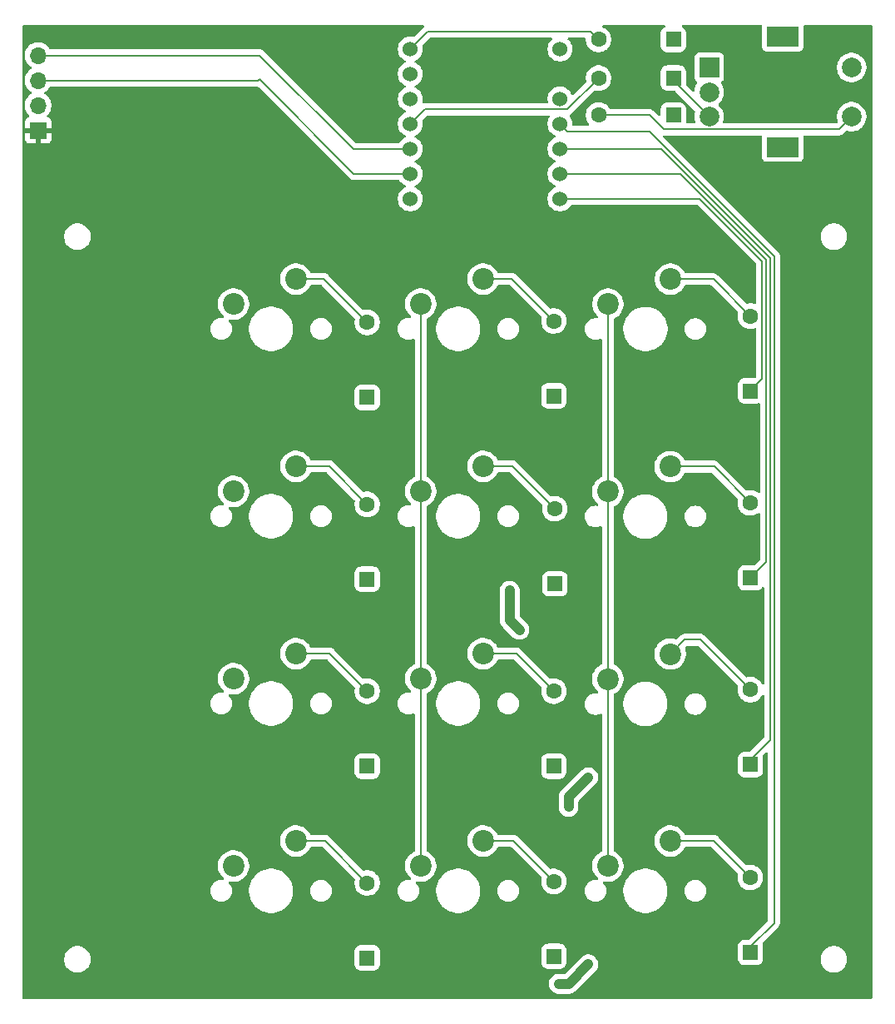
<source format=gbr>
%TF.GenerationSoftware,KiCad,Pcbnew,9.0.7*%
%TF.CreationDate,2026-02-04T22:49:18-05:00*%
%TF.ProjectId,Keypad,4b657970-6164-42e6-9b69-6361645f7063,rev?*%
%TF.SameCoordinates,Original*%
%TF.FileFunction,Copper,L2,Bot*%
%TF.FilePolarity,Positive*%
%FSLAX46Y46*%
G04 Gerber Fmt 4.6, Leading zero omitted, Abs format (unit mm)*
G04 Created by KiCad (PCBNEW 9.0.7) date 2026-02-04 22:49:18*
%MOMM*%
%LPD*%
G01*
G04 APERTURE LIST*
G04 Aperture macros list*
%AMRoundRect*
0 Rectangle with rounded corners*
0 $1 Rounding radius*
0 $2 $3 $4 $5 $6 $7 $8 $9 X,Y pos of 4 corners*
0 Add a 4 corners polygon primitive as box body*
4,1,4,$2,$3,$4,$5,$6,$7,$8,$9,$2,$3,0*
0 Add four circle primitives for the rounded corners*
1,1,$1+$1,$2,$3*
1,1,$1+$1,$4,$5*
1,1,$1+$1,$6,$7*
1,1,$1+$1,$8,$9*
0 Add four rect primitives between the rounded corners*
20,1,$1+$1,$2,$3,$4,$5,0*
20,1,$1+$1,$4,$5,$6,$7,0*
20,1,$1+$1,$6,$7,$8,$9,0*
20,1,$1+$1,$8,$9,$2,$3,0*%
G04 Aperture macros list end*
%TA.AperFunction,ComponentPad*%
%ADD10RoundRect,0.250000X0.550000X-0.550000X0.550000X0.550000X-0.550000X0.550000X-0.550000X-0.550000X0*%
%TD*%
%TA.AperFunction,ComponentPad*%
%ADD11C,1.600000*%
%TD*%
%TA.AperFunction,ComponentPad*%
%ADD12C,2.200000*%
%TD*%
%TA.AperFunction,ComponentPad*%
%ADD13R,2.000000X2.000000*%
%TD*%
%TA.AperFunction,ComponentPad*%
%ADD14C,2.000000*%
%TD*%
%TA.AperFunction,ComponentPad*%
%ADD15R,3.200000X2.000000*%
%TD*%
%TA.AperFunction,ComponentPad*%
%ADD16RoundRect,0.250000X0.550000X0.550000X-0.550000X0.550000X-0.550000X-0.550000X0.550000X-0.550000X0*%
%TD*%
%TA.AperFunction,ComponentPad*%
%ADD17R,1.700000X1.700000*%
%TD*%
%TA.AperFunction,ComponentPad*%
%ADD18O,1.700000X1.700000*%
%TD*%
%TA.AperFunction,ComponentPad*%
%ADD19C,1.524000*%
%TD*%
%TA.AperFunction,ViaPad*%
%ADD20C,0.600000*%
%TD*%
%TA.AperFunction,Conductor*%
%ADD21C,1.000000*%
%TD*%
%TA.AperFunction,Conductor*%
%ADD22C,0.200000*%
%TD*%
G04 APERTURE END LIST*
D10*
%TO.P,D6,1,K*%
%TO.N,Net-(D10-K)*%
X139500000Y-133850000D03*
D11*
%TO.P,D6,2,A*%
%TO.N,Net-(D6-A)*%
X139500000Y-126230000D03*
%TD*%
D12*
%TO.P,SW8,1,1*%
%TO.N,Net-(D8-A)*%
X132300000Y-84310000D03*
%TO.P,SW8,2,2*%
%TO.N,Net-(DB1-A)*%
X125950000Y-86850000D03*
%TD*%
D10*
%TO.P,D10,1,K*%
%TO.N,Net-(D10-K)*%
X159500000Y-133700000D03*
D11*
%TO.P,D10,2,A*%
%TO.N,Net-(D10-A)*%
X159500000Y-126080000D03*
%TD*%
D13*
%TO.P,SW0,A,A*%
%TO.N,Net-(DA1-K)*%
X155310000Y-62800000D03*
D14*
%TO.P,SW0,B,B*%
%TO.N,Net-(DB1-K)*%
X155310000Y-67800000D03*
%TO.P,SW0,C,C*%
%TO.N,Net-(DC1-K)*%
X155310000Y-65300000D03*
D15*
%TO.P,SW0,MP*%
%TO.N,N/C*%
X162810000Y-59700000D03*
X162810000Y-70900000D03*
D14*
%TO.P,SW0,S1,S1*%
%TO.N,Net-(DC1-A)*%
X169810000Y-67800000D03*
%TO.P,SW0,S2,S2*%
%TO.N,Net-(U1-GPIO28{slash}ADC2{slash}A2)*%
X169810000Y-62800000D03*
%TD*%
D16*
%TO.P,DC1,1,K*%
%TO.N,Net-(DC1-K)*%
X151660000Y-67640000D03*
D11*
%TO.P,DC1,2,A*%
%TO.N,Net-(DC1-A)*%
X144040000Y-67640000D03*
%TD*%
D10*
%TO.P,D11,1,K*%
%TO.N,Net-(D11-K)*%
X159500000Y-114700000D03*
D11*
%TO.P,D11,2,A*%
%TO.N,Net-(D11-A)*%
X159500000Y-107080000D03*
%TD*%
D16*
%TO.P,DB1,1,K*%
%TO.N,Net-(DB1-K)*%
X151660000Y-63880000D03*
D11*
%TO.P,DB1,2,A*%
%TO.N,Net-(DB1-A)*%
X144040000Y-63880000D03*
%TD*%
D10*
%TO.P,D9,1,K*%
%TO.N,Net-(D1-K)*%
X159500000Y-152800000D03*
D11*
%TO.P,D9,2,A*%
%TO.N,Net-(D9-A)*%
X159500000Y-145180000D03*
%TD*%
D10*
%TO.P,D5,1,K*%
%TO.N,Net-(D1-K)*%
X139500000Y-153200000D03*
D11*
%TO.P,D5,2,A*%
%TO.N,Net-(D5-A)*%
X139500000Y-145580000D03*
%TD*%
D12*
%TO.P,SW4,1,1*%
%TO.N,Net-(D4-A)*%
X113250000Y-84310000D03*
%TO.P,SW4,2,2*%
%TO.N,Net-(DA1-A)*%
X106900000Y-86850000D03*
%TD*%
D10*
%TO.P,D7,1,K*%
%TO.N,Net-(D11-K)*%
X139600000Y-115300000D03*
D11*
%TO.P,D7,2,A*%
%TO.N,Net-(D7-A)*%
X139600000Y-107680000D03*
%TD*%
D12*
%TO.P,SW9,1,1*%
%TO.N,Net-(D9-A)*%
X151350000Y-141460000D03*
%TO.P,SW9,2,2*%
%TO.N,Net-(U1-GPIO28{slash}ADC2{slash}A2)*%
X145000000Y-144000000D03*
%TD*%
%TO.P,SW2,1,1*%
%TO.N,Net-(D2-A)*%
X113250000Y-122410000D03*
%TO.P,SW2,2,2*%
%TO.N,Net-(DA1-A)*%
X106900000Y-124950000D03*
%TD*%
D10*
%TO.P,D12,1,K*%
%TO.N,Net-(D12-K)*%
X159500000Y-95700000D03*
D11*
%TO.P,D12,2,A*%
%TO.N,Net-(D12-A)*%
X159500000Y-88080000D03*
%TD*%
D10*
%TO.P,D4,1,K*%
%TO.N,Net-(D12-K)*%
X120500000Y-96350000D03*
D11*
%TO.P,D4,2,A*%
%TO.N,Net-(D4-A)*%
X120500000Y-88730000D03*
%TD*%
D12*
%TO.P,SW10,1,1*%
%TO.N,Net-(D10-A)*%
X151350000Y-122450000D03*
%TO.P,SW10,2,2*%
%TO.N,Net-(U1-GPIO28{slash}ADC2{slash}A2)*%
X145000000Y-124990000D03*
%TD*%
%TO.P,SW12,1,1*%
%TO.N,Net-(D12-A)*%
X151360000Y-84320000D03*
%TO.P,SW12,2,2*%
%TO.N,Net-(U1-GPIO28{slash}ADC2{slash}A2)*%
X145010000Y-86860000D03*
%TD*%
%TO.P,SW1,1,1*%
%TO.N,Net-(D1-A)*%
X113250000Y-141460000D03*
%TO.P,SW1,2,2*%
%TO.N,Net-(DA1-A)*%
X106900000Y-144000000D03*
%TD*%
D10*
%TO.P,D3,1,K*%
%TO.N,Net-(D11-K)*%
X120500000Y-114850000D03*
D11*
%TO.P,D3,2,A*%
%TO.N,Net-(D3-A)*%
X120500000Y-107230000D03*
%TD*%
D17*
%TO.P,O1,1,Pin_1*%
%TO.N,GND*%
X87000000Y-69195000D03*
D18*
%TO.P,O1,2,Pin_2*%
%TO.N,+5V*%
X87000000Y-66655000D03*
%TO.P,O1,3,Pin_3*%
%TO.N,Net-(O1-Pin_3)*%
X87000000Y-64115000D03*
%TO.P,O1,4,Pin_4*%
%TO.N,Net-(O1-Pin_4)*%
X87000000Y-61575000D03*
%TD*%
D10*
%TO.P,D2,1,K*%
%TO.N,Net-(D10-K)*%
X120500000Y-133850000D03*
D11*
%TO.P,D2,2,A*%
%TO.N,Net-(D2-A)*%
X120500000Y-126230000D03*
%TD*%
D10*
%TO.P,D8,1,K*%
%TO.N,Net-(D12-K)*%
X139500000Y-96200000D03*
D11*
%TO.P,D8,2,A*%
%TO.N,Net-(D8-A)*%
X139500000Y-88580000D03*
%TD*%
D10*
%TO.P,D1,1,K*%
%TO.N,Net-(D1-K)*%
X120500000Y-153350000D03*
D11*
%TO.P,D1,2,A*%
%TO.N,Net-(D1-A)*%
X120500000Y-145730000D03*
%TD*%
D12*
%TO.P,SW7,1,1*%
%TO.N,Net-(D7-A)*%
X132300000Y-103360000D03*
%TO.P,SW7,2,2*%
%TO.N,Net-(DB1-A)*%
X125950000Y-105900000D03*
%TD*%
%TO.P,SW11,1,1*%
%TO.N,Net-(D11-A)*%
X151350000Y-103390000D03*
%TO.P,SW11,2,2*%
%TO.N,Net-(U1-GPIO28{slash}ADC2{slash}A2)*%
X145000000Y-105930000D03*
%TD*%
D16*
%TO.P,DA1,1,K*%
%TO.N,Net-(DA1-K)*%
X151660000Y-59950000D03*
D11*
%TO.P,DA1,2,A*%
%TO.N,Net-(DA1-A)*%
X144040000Y-59950000D03*
%TD*%
D19*
%TO.P,U1,1,GPIO26/ADC0/A0*%
%TO.N,Net-(DA1-A)*%
X124880000Y-60928500D03*
%TO.P,U1,2,GPIO27/ADC1/A1*%
%TO.N,Net-(DC1-K)*%
X124880000Y-63468500D03*
%TO.P,U1,3,GPIO28/ADC2/A2*%
%TO.N,Net-(U1-GPIO28{slash}ADC2{slash}A2)*%
X124880000Y-66008500D03*
%TO.P,U1,4,GPIO29/ADC3/A3*%
%TO.N,Net-(DB1-A)*%
X124880000Y-68548500D03*
%TO.P,U1,5,GPIO6/SDA*%
%TO.N,Net-(O1-Pin_4)*%
X124880000Y-71088500D03*
%TO.P,U1,6,GPIO7/SCL*%
%TO.N,Net-(O1-Pin_3)*%
X124880000Y-73628500D03*
%TO.P,U1,7,GPIO0/TX*%
%TO.N,Net-(LED4-DIN)*%
X124880000Y-76168500D03*
%TO.P,U1,8,GPIO1/RX*%
%TO.N,Net-(D12-K)*%
X140120000Y-76168500D03*
%TO.P,U1,9,GPIO2/SCK*%
%TO.N,Net-(D11-K)*%
X140120000Y-73628500D03*
%TO.P,U1,10,GPIO4/MISO*%
%TO.N,Net-(D10-K)*%
X140120000Y-71088500D03*
%TO.P,U1,11,GPIO3/MOSI*%
%TO.N,Net-(D1-K)*%
X140120000Y-68548500D03*
%TO.P,U1,12,3V3*%
%TO.N,unconnected-(U1-3V3-Pad12)_1*%
X140120000Y-66008500D03*
%TO.P,U1,13,GND*%
%TO.N,GND*%
X140120000Y-63468500D03*
%TO.P,U1,14,VBUS*%
%TO.N,+5V*%
X140120000Y-60928500D03*
%TD*%
D12*
%TO.P,SW6,1,1*%
%TO.N,Net-(D6-A)*%
X132300000Y-122410000D03*
%TO.P,SW6,2,2*%
%TO.N,Net-(DB1-A)*%
X125950000Y-124950000D03*
%TD*%
%TO.P,SW3,1,1*%
%TO.N,Net-(D3-A)*%
X113250000Y-103360000D03*
%TO.P,SW3,2,2*%
%TO.N,Net-(DA1-A)*%
X106900000Y-105900000D03*
%TD*%
%TO.P,SW5,1,1*%
%TO.N,Net-(D5-A)*%
X132300000Y-141460000D03*
%TO.P,SW5,2,2*%
%TO.N,Net-(DB1-A)*%
X125950000Y-144000000D03*
%TD*%
D20*
%TO.N,GND*%
X110000000Y-102000000D03*
X128000000Y-120000000D03*
X116000000Y-138000000D03*
X154000000Y-135000000D03*
X134000000Y-98000000D03*
X153000000Y-117000000D03*
X115000000Y-155000000D03*
X128000000Y-140000000D03*
X153000000Y-98000000D03*
X125000000Y-156000000D03*
X154000000Y-154000000D03*
X115000000Y-117000000D03*
%TO.N,+5V*%
X136000000Y-120000000D03*
X141000000Y-138000000D03*
X143000000Y-154000000D03*
X135000000Y-116000000D03*
X143000000Y-135000000D03*
X140000000Y-156000000D03*
%TD*%
D21*
%TO.N,+5V*%
X143000000Y-154000000D02*
X141000000Y-156000000D01*
X135000000Y-119000000D02*
X136000000Y-120000000D01*
X141000000Y-156000000D02*
X140000000Y-156000000D01*
X135000000Y-116000000D02*
X135000000Y-119000000D01*
X141000000Y-137000000D02*
X141000000Y-138000000D01*
X143000000Y-135000000D02*
X141000000Y-137000000D01*
D22*
%TO.N,Net-(D1-K)*%
X161904000Y-82004229D02*
X149210270Y-69310499D01*
X159500000Y-152800000D02*
X159500000Y-152200000D01*
X159500000Y-152200000D02*
X161904000Y-149796000D01*
X161904000Y-149796000D02*
X161904000Y-82004229D01*
X149210270Y-69310499D02*
X140881999Y-69310499D01*
X140881999Y-69310499D02*
X140120000Y-68548500D01*
%TO.N,Net-(D1-A)*%
X116230000Y-141460000D02*
X120500000Y-145730000D01*
X113250000Y-141460000D02*
X116230000Y-141460000D01*
%TO.N,Net-(D2-A)*%
X113250000Y-122410000D02*
X116680000Y-122410000D01*
X116680000Y-122410000D02*
X120500000Y-126230000D01*
%TO.N,Net-(D3-A)*%
X113250000Y-103360000D02*
X116630000Y-103360000D01*
X116630000Y-103360000D02*
X120500000Y-107230000D01*
%TO.N,Net-(D4-A)*%
X116080000Y-84310000D02*
X120500000Y-88730000D01*
X113250000Y-84310000D02*
X116080000Y-84310000D01*
%TO.N,Net-(O1-Pin_3)*%
X87000000Y-64115000D02*
X109385000Y-64115000D01*
X109385000Y-64115000D02*
X109500000Y-64000000D01*
X119128500Y-73628500D02*
X124880000Y-73628500D01*
X109500000Y-64000000D02*
X119128500Y-73628500D01*
%TO.N,Net-(O1-Pin_4)*%
X109575000Y-61575000D02*
X119088500Y-71088500D01*
X87000000Y-61575000D02*
X109575000Y-61575000D01*
X119088500Y-71088500D02*
X124880000Y-71088500D01*
%TO.N,Net-(DA1-A)*%
X143240001Y-59150001D02*
X144040000Y-59950000D01*
X124880000Y-60928500D02*
X126658499Y-59150001D01*
X126658499Y-59150001D02*
X143240001Y-59150001D01*
%TO.N,Net-(D10-K)*%
X161503000Y-82170329D02*
X150421171Y-71088500D01*
X161503000Y-131197000D02*
X161503000Y-82170329D01*
X159500000Y-133200000D02*
X159500000Y-133700000D01*
X150421171Y-71088500D02*
X140120000Y-71088500D01*
X161503000Y-131197000D02*
X159500000Y-133200000D01*
%TO.N,Net-(D11-K)*%
X161102000Y-82336429D02*
X152394071Y-73628500D01*
X159500000Y-114700000D02*
X161102000Y-113098000D01*
X161102000Y-113098000D02*
X161102000Y-82336429D01*
X152394071Y-73628500D02*
X140120000Y-73628500D01*
%TO.N,Net-(D12-K)*%
X154366971Y-76168500D02*
X140120000Y-76168500D01*
X160701000Y-94499000D02*
X160701000Y-82502529D01*
X159500000Y-95700000D02*
X160701000Y-94499000D01*
X160701000Y-82502529D02*
X154366971Y-76168500D01*
%TO.N,Net-(D5-A)*%
X132300000Y-141460000D02*
X135380000Y-141460000D01*
X135380000Y-141460000D02*
X139500000Y-145580000D01*
%TO.N,Net-(D6-A)*%
X135680000Y-122410000D02*
X139500000Y-126230000D01*
X132300000Y-122410000D02*
X135680000Y-122410000D01*
%TO.N,Net-(D7-A)*%
X132300000Y-103360000D02*
X135280000Y-103360000D01*
X135280000Y-103360000D02*
X139600000Y-107680000D01*
%TO.N,Net-(D8-A)*%
X132300000Y-84310000D02*
X135230000Y-84310000D01*
X135230000Y-84310000D02*
X139500000Y-88580000D01*
%TO.N,Net-(D9-A)*%
X155780000Y-141460000D02*
X159500000Y-145180000D01*
X151350000Y-141460000D02*
X155780000Y-141460000D01*
%TO.N,Net-(D10-A)*%
X152800000Y-121000000D02*
X153500000Y-121000000D01*
X154420000Y-121000000D02*
X159500000Y-126080000D01*
X151350000Y-122450000D02*
X152800000Y-121000000D01*
X153500000Y-121000000D02*
X154420000Y-121000000D01*
%TO.N,Net-(D11-A)*%
X151350000Y-103390000D02*
X155810000Y-103390000D01*
X155810000Y-103390000D02*
X159500000Y-107080000D01*
%TO.N,Net-(D12-A)*%
X155740000Y-84320000D02*
X159500000Y-88080000D01*
X151360000Y-84320000D02*
X155740000Y-84320000D01*
%TO.N,Net-(DB1-A)*%
X125950000Y-105900000D02*
X125950000Y-86850000D01*
X140848500Y-67071500D02*
X126357000Y-67071500D01*
X125950000Y-124950000D02*
X125950000Y-105900000D01*
X126357000Y-67071500D02*
X124880000Y-68548500D01*
X125950000Y-144000000D02*
X125950000Y-124950000D01*
X144040000Y-63880000D02*
X140848500Y-67071500D01*
%TO.N,Net-(DB1-K)*%
X151660000Y-63880000D02*
X151660000Y-64150000D01*
X151660000Y-64150000D02*
X155310000Y-67800000D01*
%TO.N,Net-(DC1-A)*%
X169810000Y-67800000D02*
X168509000Y-69101000D01*
X150689000Y-69101000D02*
X149228000Y-67640000D01*
X149228000Y-67640000D02*
X144040000Y-67640000D01*
X168509000Y-69101000D02*
X150689000Y-69101000D01*
%TO.N,Net-(U1-GPIO28{slash}ADC2{slash}A2)*%
X145000000Y-105930000D02*
X145000000Y-124990000D01*
X145000000Y-86870000D02*
X145010000Y-86860000D01*
X145000000Y-105930000D02*
X145000000Y-86870000D01*
X145000000Y-124990000D02*
X145000000Y-144000000D01*
%TD*%
%TA.AperFunction,Conductor*%
%TO.N,GND*%
G36*
X126226441Y-58520185D02*
G01*
X126272196Y-58572989D01*
X126282140Y-58642147D01*
X126253115Y-58705703D01*
X126247083Y-58712181D01*
X126177977Y-58781287D01*
X125294526Y-59664737D01*
X125233203Y-59698222D01*
X125180478Y-59697658D01*
X125180448Y-59697849D01*
X125179156Y-59697644D01*
X125177903Y-59697631D01*
X125175636Y-59697086D01*
X125006196Y-59670250D01*
X124979361Y-59666000D01*
X124780639Y-59666000D01*
X124715214Y-59676362D01*
X124584362Y-59697087D01*
X124395370Y-59758493D01*
X124395367Y-59758494D01*
X124218305Y-59848713D01*
X124057533Y-59965521D01*
X123917021Y-60106033D01*
X123800213Y-60266805D01*
X123709994Y-60443867D01*
X123709993Y-60443870D01*
X123648587Y-60632862D01*
X123638712Y-60695213D01*
X123617500Y-60829139D01*
X123617500Y-61027861D01*
X123622050Y-61056588D01*
X123648587Y-61224137D01*
X123709993Y-61413129D01*
X123709994Y-61413132D01*
X123800213Y-61590194D01*
X123917019Y-61750964D01*
X124057536Y-61891481D01*
X124218306Y-62008287D01*
X124228667Y-62013566D01*
X124374780Y-62088015D01*
X124425576Y-62135990D01*
X124442371Y-62203811D01*
X124419833Y-62269946D01*
X124374780Y-62308985D01*
X124218305Y-62388713D01*
X124057533Y-62505521D01*
X123917021Y-62646033D01*
X123800213Y-62806805D01*
X123709994Y-62983867D01*
X123709993Y-62983870D01*
X123648587Y-63172862D01*
X123617500Y-63369139D01*
X123617500Y-63567861D01*
X123622050Y-63596588D01*
X123648587Y-63764137D01*
X123709993Y-63953129D01*
X123709994Y-63953132D01*
X123776341Y-64083343D01*
X123800213Y-64130194D01*
X123917019Y-64290964D01*
X124057536Y-64431481D01*
X124218306Y-64548287D01*
X124297778Y-64588780D01*
X124374780Y-64628015D01*
X124425576Y-64675990D01*
X124442371Y-64743811D01*
X124419833Y-64809946D01*
X124374780Y-64848985D01*
X124218305Y-64928713D01*
X124057533Y-65045521D01*
X123917021Y-65186033D01*
X123800213Y-65346805D01*
X123709994Y-65523867D01*
X123709993Y-65523870D01*
X123648587Y-65712862D01*
X123638712Y-65775213D01*
X123617500Y-65909139D01*
X123617500Y-66107861D01*
X123622050Y-66136588D01*
X123648587Y-66304137D01*
X123709993Y-66493129D01*
X123709994Y-66493132D01*
X123788919Y-66648028D01*
X123800213Y-66670194D01*
X123917019Y-66830964D01*
X124057536Y-66971481D01*
X124218306Y-67088287D01*
X124321321Y-67140776D01*
X124374780Y-67168015D01*
X124425576Y-67215990D01*
X124442371Y-67283811D01*
X124419833Y-67349946D01*
X124374780Y-67388985D01*
X124218305Y-67468713D01*
X124057533Y-67585521D01*
X123917021Y-67726033D01*
X123800213Y-67886805D01*
X123709994Y-68063867D01*
X123709993Y-68063870D01*
X123648587Y-68252862D01*
X123617500Y-68449139D01*
X123617500Y-68647860D01*
X123648587Y-68844137D01*
X123709993Y-69033129D01*
X123709994Y-69033132D01*
X123758931Y-69129174D01*
X123800213Y-69210194D01*
X123917019Y-69370964D01*
X124057536Y-69511481D01*
X124218306Y-69628287D01*
X124336832Y-69688679D01*
X124374780Y-69708015D01*
X124425576Y-69755990D01*
X124442371Y-69823811D01*
X124419833Y-69889946D01*
X124374780Y-69928985D01*
X124218305Y-70008713D01*
X124057533Y-70125521D01*
X123917021Y-70266033D01*
X123800210Y-70426809D01*
X123799000Y-70428785D01*
X123798343Y-70429378D01*
X123797349Y-70430748D01*
X123797061Y-70430539D01*
X123747190Y-70475663D01*
X123693270Y-70488000D01*
X119388598Y-70488000D01*
X119321559Y-70468315D01*
X119300917Y-70451681D01*
X110062590Y-61213355D01*
X110062588Y-61213352D01*
X109943717Y-61094481D01*
X109943716Y-61094480D01*
X109856904Y-61044360D01*
X109856904Y-61044359D01*
X109856900Y-61044358D01*
X109806785Y-61015423D01*
X109654057Y-60974499D01*
X109495943Y-60974499D01*
X109488347Y-60974499D01*
X109488331Y-60974500D01*
X88285719Y-60974500D01*
X88218680Y-60954815D01*
X88175235Y-60906795D01*
X88155052Y-60867185D01*
X88155051Y-60867184D01*
X88030109Y-60695213D01*
X87879786Y-60544890D01*
X87707820Y-60419951D01*
X87518414Y-60323444D01*
X87518413Y-60323443D01*
X87518412Y-60323443D01*
X87316243Y-60257754D01*
X87316241Y-60257753D01*
X87316240Y-60257753D01*
X87154957Y-60232208D01*
X87106287Y-60224500D01*
X86893713Y-60224500D01*
X86845042Y-60232208D01*
X86683760Y-60257753D01*
X86481585Y-60323444D01*
X86292179Y-60419951D01*
X86120213Y-60544890D01*
X85969890Y-60695213D01*
X85844951Y-60867179D01*
X85748444Y-61056585D01*
X85682753Y-61258760D01*
X85649500Y-61468713D01*
X85649500Y-61681286D01*
X85671864Y-61822490D01*
X85682754Y-61891243D01*
X85746689Y-62088015D01*
X85748444Y-62093414D01*
X85844951Y-62282820D01*
X85969890Y-62454786D01*
X86120213Y-62605109D01*
X86292182Y-62730050D01*
X86300946Y-62734516D01*
X86351742Y-62782491D01*
X86368536Y-62850312D01*
X86345998Y-62916447D01*
X86300946Y-62955484D01*
X86292182Y-62959949D01*
X86120213Y-63084890D01*
X85969890Y-63235213D01*
X85844951Y-63407179D01*
X85748444Y-63596585D01*
X85682753Y-63798760D01*
X85665533Y-63907483D01*
X85649500Y-64008713D01*
X85649500Y-64221287D01*
X85682754Y-64431243D01*
X85747883Y-64631690D01*
X85748444Y-64633414D01*
X85844951Y-64822820D01*
X85969890Y-64994786D01*
X86120213Y-65145109D01*
X86292182Y-65270050D01*
X86300946Y-65274516D01*
X86351742Y-65322491D01*
X86368536Y-65390312D01*
X86345998Y-65456447D01*
X86300946Y-65495484D01*
X86292182Y-65499949D01*
X86120213Y-65624890D01*
X85969890Y-65775213D01*
X85844951Y-65947179D01*
X85748444Y-66136585D01*
X85682753Y-66338760D01*
X85660909Y-66476681D01*
X85649500Y-66548713D01*
X85649500Y-66761287D01*
X85650986Y-66770668D01*
X85680717Y-66958386D01*
X85682754Y-66971243D01*
X85746689Y-67168015D01*
X85748444Y-67173414D01*
X85844951Y-67362820D01*
X85969890Y-67534786D01*
X86083818Y-67648714D01*
X86117303Y-67710037D01*
X86112319Y-67779729D01*
X86070447Y-67835662D01*
X86039471Y-67852577D01*
X85907912Y-67901646D01*
X85907906Y-67901649D01*
X85792812Y-67987809D01*
X85792809Y-67987812D01*
X85706649Y-68102906D01*
X85706645Y-68102913D01*
X85656403Y-68237620D01*
X85656401Y-68237627D01*
X85650000Y-68297155D01*
X85650000Y-68945000D01*
X86566988Y-68945000D01*
X86534075Y-69002007D01*
X86500000Y-69129174D01*
X86500000Y-69260826D01*
X86534075Y-69387993D01*
X86566988Y-69445000D01*
X85650000Y-69445000D01*
X85650000Y-70092844D01*
X85656401Y-70152372D01*
X85656403Y-70152379D01*
X85706645Y-70287086D01*
X85706649Y-70287093D01*
X85792809Y-70402187D01*
X85792812Y-70402190D01*
X85907906Y-70488350D01*
X85907913Y-70488354D01*
X86042620Y-70538596D01*
X86042627Y-70538598D01*
X86102155Y-70544999D01*
X86102172Y-70545000D01*
X86750000Y-70545000D01*
X86750000Y-69628012D01*
X86807007Y-69660925D01*
X86934174Y-69695000D01*
X87065826Y-69695000D01*
X87192993Y-69660925D01*
X87250000Y-69628012D01*
X87250000Y-70545000D01*
X87897828Y-70545000D01*
X87897844Y-70544999D01*
X87957372Y-70538598D01*
X87957379Y-70538596D01*
X88092086Y-70488354D01*
X88092093Y-70488350D01*
X88207187Y-70402190D01*
X88207190Y-70402187D01*
X88293350Y-70287093D01*
X88293354Y-70287086D01*
X88343596Y-70152379D01*
X88343598Y-70152372D01*
X88349999Y-70092844D01*
X88350000Y-70092827D01*
X88350000Y-69445000D01*
X87433012Y-69445000D01*
X87465925Y-69387993D01*
X87500000Y-69260826D01*
X87500000Y-69129174D01*
X87465925Y-69002007D01*
X87433012Y-68945000D01*
X88350000Y-68945000D01*
X88350000Y-68297172D01*
X88349999Y-68297155D01*
X88343598Y-68237627D01*
X88343596Y-68237620D01*
X88293354Y-68102913D01*
X88293350Y-68102906D01*
X88207190Y-67987812D01*
X88207187Y-67987809D01*
X88092093Y-67901649D01*
X88092088Y-67901646D01*
X87960528Y-67852577D01*
X87904595Y-67810705D01*
X87880178Y-67745241D01*
X87895030Y-67676968D01*
X87916175Y-67648720D01*
X88030104Y-67534792D01*
X88092703Y-67448632D01*
X88155048Y-67362820D01*
X88155047Y-67362820D01*
X88155051Y-67362816D01*
X88251557Y-67173412D01*
X88317246Y-66971243D01*
X88350500Y-66761287D01*
X88350500Y-66548713D01*
X88317246Y-66338757D01*
X88251557Y-66136588D01*
X88155051Y-65947184D01*
X88155049Y-65947181D01*
X88155048Y-65947179D01*
X88030109Y-65775213D01*
X87879786Y-65624890D01*
X87707820Y-65499951D01*
X87707115Y-65499591D01*
X87699054Y-65495485D01*
X87648259Y-65447512D01*
X87631463Y-65379692D01*
X87653999Y-65313556D01*
X87699054Y-65274515D01*
X87707816Y-65270051D01*
X87754216Y-65236340D01*
X87879786Y-65145109D01*
X87879788Y-65145106D01*
X87879792Y-65145104D01*
X88030104Y-64994792D01*
X88030106Y-64994788D01*
X88030109Y-64994786D01*
X88119338Y-64871971D01*
X88155051Y-64822816D01*
X88166162Y-64801010D01*
X88175235Y-64783205D01*
X88223209Y-64732409D01*
X88285719Y-64715500D01*
X109298338Y-64715500D01*
X109305940Y-64715500D01*
X109305943Y-64715501D01*
X109314911Y-64715501D01*
X109349359Y-64725618D01*
X109381943Y-64735186D01*
X109381946Y-64735189D01*
X109381950Y-64735190D01*
X109381954Y-64735195D01*
X109402585Y-64751820D01*
X118643639Y-73992874D01*
X118643649Y-73992885D01*
X118647979Y-73997215D01*
X118647980Y-73997216D01*
X118759784Y-74109020D01*
X118846595Y-74159139D01*
X118846597Y-74159141D01*
X118896713Y-74188076D01*
X118896715Y-74188077D01*
X119049442Y-74229000D01*
X119049443Y-74229000D01*
X123693270Y-74229000D01*
X123760309Y-74248685D01*
X123797191Y-74286366D01*
X123797349Y-74286252D01*
X123798127Y-74287323D01*
X123799000Y-74288215D01*
X123800210Y-74290190D01*
X123800213Y-74290194D01*
X123917019Y-74450964D01*
X124057536Y-74591481D01*
X124218306Y-74708287D01*
X124336832Y-74768679D01*
X124374780Y-74788015D01*
X124425576Y-74835990D01*
X124442371Y-74903811D01*
X124419833Y-74969946D01*
X124374780Y-75008985D01*
X124218305Y-75088713D01*
X124057533Y-75205521D01*
X123917021Y-75346033D01*
X123800213Y-75506805D01*
X123709994Y-75683867D01*
X123709993Y-75683870D01*
X123648587Y-75872862D01*
X123617500Y-76069139D01*
X123617500Y-76267860D01*
X123648587Y-76464137D01*
X123709993Y-76653129D01*
X123709994Y-76653132D01*
X123769033Y-76769000D01*
X123800213Y-76830194D01*
X123917019Y-76990964D01*
X124057536Y-77131481D01*
X124218306Y-77248287D01*
X124305149Y-77292535D01*
X124395367Y-77338505D01*
X124395370Y-77338506D01*
X124489866Y-77369209D01*
X124584364Y-77399913D01*
X124780639Y-77431000D01*
X124780640Y-77431000D01*
X124979360Y-77431000D01*
X124979361Y-77431000D01*
X125175636Y-77399913D01*
X125364632Y-77338505D01*
X125541694Y-77248287D01*
X125702464Y-77131481D01*
X125842981Y-76990964D01*
X125959787Y-76830194D01*
X126050005Y-76653132D01*
X126111413Y-76464136D01*
X126142500Y-76267861D01*
X126142500Y-76069139D01*
X126111413Y-75872864D01*
X126050005Y-75683868D01*
X126050005Y-75683867D01*
X125978365Y-75543267D01*
X125959787Y-75506806D01*
X125842981Y-75346036D01*
X125702464Y-75205519D01*
X125541694Y-75088713D01*
X125385218Y-75008984D01*
X125334423Y-74961010D01*
X125317628Y-74893189D01*
X125340165Y-74827054D01*
X125385218Y-74788015D01*
X125541694Y-74708287D01*
X125702464Y-74591481D01*
X125842981Y-74450964D01*
X125959787Y-74290194D01*
X126050005Y-74113132D01*
X126111413Y-73924136D01*
X126142500Y-73727861D01*
X126142500Y-73529139D01*
X126111413Y-73332864D01*
X126050005Y-73143868D01*
X126050005Y-73143867D01*
X125978365Y-73003267D01*
X125959787Y-72966806D01*
X125842981Y-72806036D01*
X125702464Y-72665519D01*
X125541694Y-72548713D01*
X125385218Y-72468984D01*
X125334423Y-72421010D01*
X125317628Y-72353189D01*
X125340165Y-72287054D01*
X125385218Y-72248015D01*
X125541694Y-72168287D01*
X125702464Y-72051481D01*
X125842981Y-71910964D01*
X125959787Y-71750194D01*
X126050005Y-71573132D01*
X126111413Y-71384136D01*
X126142500Y-71187861D01*
X126142500Y-70989139D01*
X126111413Y-70792864D01*
X126050005Y-70603868D01*
X126050005Y-70603867D01*
X125978365Y-70463267D01*
X125959787Y-70426806D01*
X125842981Y-70266036D01*
X125702464Y-70125519D01*
X125541694Y-70008713D01*
X125385218Y-69928984D01*
X125334423Y-69881010D01*
X125317628Y-69813189D01*
X125340165Y-69747054D01*
X125385218Y-69708015D01*
X125541694Y-69628287D01*
X125702464Y-69511481D01*
X125842981Y-69370964D01*
X125959787Y-69210194D01*
X126050005Y-69033132D01*
X126111413Y-68844136D01*
X126142500Y-68647861D01*
X126142500Y-68449139D01*
X126111413Y-68252864D01*
X126111411Y-68252858D01*
X126110870Y-68250604D01*
X126110914Y-68249715D01*
X126110651Y-68248052D01*
X126111000Y-68247996D01*
X126114359Y-68180821D01*
X126143762Y-68133972D01*
X126355470Y-67922265D01*
X126569416Y-67708319D01*
X126630739Y-67674834D01*
X126657097Y-67672000D01*
X138952915Y-67672000D01*
X139019954Y-67691685D01*
X139065709Y-67744489D01*
X139075653Y-67813647D01*
X139053232Y-67868886D01*
X139040215Y-67886801D01*
X138949994Y-68063867D01*
X138949993Y-68063870D01*
X138888587Y-68252862D01*
X138857500Y-68449139D01*
X138857500Y-68647860D01*
X138888587Y-68844137D01*
X138949993Y-69033129D01*
X138949994Y-69033132D01*
X138998931Y-69129174D01*
X139040213Y-69210194D01*
X139157019Y-69370964D01*
X139297536Y-69511481D01*
X139458306Y-69628287D01*
X139576832Y-69688679D01*
X139614780Y-69708015D01*
X139665576Y-69755990D01*
X139682371Y-69823811D01*
X139659833Y-69889946D01*
X139614780Y-69928985D01*
X139458305Y-70008713D01*
X139297533Y-70125521D01*
X139157021Y-70266033D01*
X139040213Y-70426805D01*
X138949994Y-70603867D01*
X138949993Y-70603870D01*
X138888587Y-70792862D01*
X138857500Y-70989139D01*
X138857500Y-71187860D01*
X138888587Y-71384137D01*
X138949993Y-71573129D01*
X138949994Y-71573132D01*
X139009033Y-71689000D01*
X139040213Y-71750194D01*
X139157019Y-71910964D01*
X139297536Y-72051481D01*
X139458306Y-72168287D01*
X139576832Y-72228679D01*
X139614780Y-72248015D01*
X139665576Y-72295990D01*
X139682371Y-72363811D01*
X139659833Y-72429946D01*
X139614780Y-72468985D01*
X139458305Y-72548713D01*
X139297533Y-72665521D01*
X139157021Y-72806033D01*
X139040213Y-72966805D01*
X138949994Y-73143867D01*
X138949993Y-73143870D01*
X138888587Y-73332862D01*
X138857500Y-73529139D01*
X138857500Y-73727860D01*
X138888587Y-73924137D01*
X138949993Y-74113129D01*
X138949994Y-74113132D01*
X139009032Y-74228999D01*
X139040213Y-74290194D01*
X139157019Y-74450964D01*
X139297536Y-74591481D01*
X139458306Y-74708287D01*
X139576832Y-74768679D01*
X139614780Y-74788015D01*
X139665576Y-74835990D01*
X139682371Y-74903811D01*
X139659833Y-74969946D01*
X139614780Y-75008985D01*
X139458305Y-75088713D01*
X139297533Y-75205521D01*
X139157021Y-75346033D01*
X139040213Y-75506805D01*
X138949994Y-75683867D01*
X138949993Y-75683870D01*
X138888587Y-75872862D01*
X138857500Y-76069139D01*
X138857500Y-76267860D01*
X138888587Y-76464137D01*
X138949993Y-76653129D01*
X138949994Y-76653132D01*
X139009033Y-76769000D01*
X139040213Y-76830194D01*
X139157019Y-76990964D01*
X139297536Y-77131481D01*
X139458306Y-77248287D01*
X139545149Y-77292535D01*
X139635367Y-77338505D01*
X139635370Y-77338506D01*
X139729866Y-77369209D01*
X139824364Y-77399913D01*
X140020639Y-77431000D01*
X140020640Y-77431000D01*
X140219360Y-77431000D01*
X140219361Y-77431000D01*
X140415636Y-77399913D01*
X140604632Y-77338505D01*
X140781694Y-77248287D01*
X140942464Y-77131481D01*
X141082981Y-76990964D01*
X141199787Y-76830194D01*
X141199789Y-76830189D01*
X141201000Y-76828215D01*
X141201656Y-76827621D01*
X141202651Y-76826252D01*
X141202938Y-76826460D01*
X141252810Y-76781337D01*
X141306730Y-76769000D01*
X154066874Y-76769000D01*
X154133913Y-76788685D01*
X154154555Y-76805319D01*
X160064181Y-82714945D01*
X160097666Y-82776268D01*
X160100500Y-82802626D01*
X160100500Y-86737016D01*
X160080815Y-86804055D01*
X160028011Y-86849810D01*
X159958853Y-86859754D01*
X159938182Y-86854947D01*
X159804537Y-86811523D01*
X159642898Y-86785922D01*
X159602352Y-86779500D01*
X159397648Y-86779500D01*
X159359599Y-86785526D01*
X159195468Y-86811522D01*
X159186717Y-86814365D01*
X159181154Y-86816173D01*
X159111313Y-86818167D01*
X159055157Y-86785922D01*
X156227590Y-83958355D01*
X156227588Y-83958352D01*
X156108717Y-83839481D01*
X156108716Y-83839480D01*
X156021904Y-83789360D01*
X156021904Y-83789359D01*
X156021900Y-83789358D01*
X155971785Y-83760423D01*
X155819057Y-83719499D01*
X155660943Y-83719499D01*
X155653347Y-83719499D01*
X155653331Y-83719500D01*
X152926300Y-83719500D01*
X152859261Y-83699815D01*
X152815815Y-83651795D01*
X152810720Y-83641795D01*
X152728870Y-83481155D01*
X152709952Y-83455117D01*
X152580798Y-83277350D01*
X152580794Y-83277345D01*
X152402654Y-83099205D01*
X152402649Y-83099201D01*
X152198848Y-82951132D01*
X152198847Y-82951131D01*
X152198845Y-82951130D01*
X152128747Y-82915413D01*
X151974383Y-82836760D01*
X151734785Y-82758910D01*
X151671648Y-82748910D01*
X151485962Y-82719500D01*
X151234038Y-82719500D01*
X151109626Y-82739205D01*
X150985214Y-82758910D01*
X150745616Y-82836760D01*
X150521151Y-82951132D01*
X150317350Y-83099201D01*
X150317345Y-83099205D01*
X150139205Y-83277345D01*
X150139201Y-83277350D01*
X149991132Y-83481151D01*
X149876760Y-83705616D01*
X149798910Y-83945214D01*
X149759500Y-84194038D01*
X149759500Y-84445961D01*
X149798910Y-84694785D01*
X149876760Y-84934383D01*
X149955413Y-85088747D01*
X149986036Y-85148848D01*
X149991132Y-85158848D01*
X150139201Y-85362649D01*
X150139205Y-85362654D01*
X150317345Y-85540794D01*
X150317350Y-85540798D01*
X150495117Y-85669952D01*
X150521155Y-85688870D01*
X150664184Y-85761747D01*
X150745616Y-85803239D01*
X150745618Y-85803239D01*
X150745621Y-85803241D01*
X150985215Y-85881090D01*
X151234038Y-85920500D01*
X151234039Y-85920500D01*
X151485961Y-85920500D01*
X151485962Y-85920500D01*
X151734785Y-85881090D01*
X151974379Y-85803241D01*
X152198845Y-85688870D01*
X152402656Y-85540793D01*
X152580793Y-85362656D01*
X152728870Y-85158845D01*
X152815815Y-84988204D01*
X152863789Y-84937409D01*
X152926300Y-84920500D01*
X155439903Y-84920500D01*
X155506942Y-84940185D01*
X155527584Y-84956819D01*
X158205922Y-87635157D01*
X158239407Y-87696480D01*
X158236173Y-87761155D01*
X158231522Y-87775468D01*
X158199500Y-87977648D01*
X158199500Y-88182351D01*
X158231522Y-88384534D01*
X158294781Y-88579223D01*
X158387715Y-88761613D01*
X158508028Y-88927213D01*
X158652786Y-89071971D01*
X158807749Y-89184556D01*
X158818390Y-89192287D01*
X158934607Y-89251503D01*
X159000776Y-89285218D01*
X159000778Y-89285218D01*
X159000781Y-89285220D01*
X159056715Y-89303394D01*
X159195465Y-89348477D01*
X159296557Y-89364488D01*
X159397648Y-89380500D01*
X159397649Y-89380500D01*
X159602351Y-89380500D01*
X159602352Y-89380500D01*
X159804534Y-89348477D01*
X159938182Y-89305051D01*
X160008022Y-89303057D01*
X160067855Y-89339137D01*
X160098684Y-89401838D01*
X160100500Y-89422983D01*
X160100500Y-94198901D01*
X160091855Y-94228341D01*
X160085332Y-94258328D01*
X160081577Y-94263343D01*
X160080815Y-94265940D01*
X160064181Y-94286582D01*
X159987582Y-94363181D01*
X159926259Y-94396666D01*
X159899901Y-94399500D01*
X158899998Y-94399500D01*
X158899980Y-94399501D01*
X158797203Y-94410000D01*
X158797200Y-94410001D01*
X158630668Y-94465185D01*
X158630663Y-94465187D01*
X158481342Y-94557289D01*
X158357289Y-94681342D01*
X158265187Y-94830663D01*
X158265186Y-94830666D01*
X158210001Y-94997203D01*
X158210001Y-94997204D01*
X158210000Y-94997204D01*
X158199500Y-95099983D01*
X158199500Y-96300001D01*
X158199501Y-96300018D01*
X158210000Y-96402796D01*
X158210001Y-96402799D01*
X158265185Y-96569331D01*
X158265186Y-96569334D01*
X158357288Y-96718656D01*
X158481344Y-96842712D01*
X158630666Y-96934814D01*
X158797203Y-96989999D01*
X158899991Y-97000500D01*
X160100008Y-97000499D01*
X160202797Y-96989999D01*
X160338498Y-96945031D01*
X160408324Y-96942630D01*
X160468366Y-96978361D01*
X160499559Y-97040882D01*
X160501500Y-97062738D01*
X160501500Y-105956761D01*
X160481815Y-106023800D01*
X160429011Y-106069555D01*
X160359853Y-106079499D01*
X160304615Y-106057080D01*
X160181609Y-105967712D01*
X159999223Y-105874781D01*
X159804534Y-105811522D01*
X159629995Y-105783878D01*
X159602352Y-105779500D01*
X159397648Y-105779500D01*
X159359599Y-105785526D01*
X159195468Y-105811522D01*
X159186717Y-105814365D01*
X159181154Y-105816173D01*
X159111313Y-105818167D01*
X159055157Y-105785922D01*
X156297590Y-103028355D01*
X156297588Y-103028352D01*
X156178717Y-102909481D01*
X156178716Y-102909480D01*
X156091904Y-102859360D01*
X156091904Y-102859359D01*
X156091900Y-102859358D01*
X156041785Y-102830423D01*
X155889057Y-102789499D01*
X155730943Y-102789499D01*
X155723347Y-102789499D01*
X155723331Y-102789500D01*
X152916300Y-102789500D01*
X152849261Y-102769815D01*
X152805815Y-102721795D01*
X152718870Y-102551155D01*
X152697071Y-102521151D01*
X152570798Y-102347350D01*
X152570794Y-102347345D01*
X152392654Y-102169205D01*
X152392649Y-102169201D01*
X152188848Y-102021132D01*
X152188847Y-102021131D01*
X152188845Y-102021130D01*
X152118747Y-101985413D01*
X151964383Y-101906760D01*
X151724785Y-101828910D01*
X151475962Y-101789500D01*
X151224038Y-101789500D01*
X151099626Y-101809205D01*
X150975214Y-101828910D01*
X150735616Y-101906760D01*
X150511151Y-102021132D01*
X150307350Y-102169201D01*
X150307345Y-102169205D01*
X150129205Y-102347345D01*
X150129201Y-102347350D01*
X149981132Y-102551151D01*
X149866760Y-102775616D01*
X149788910Y-103015214D01*
X149749500Y-103264038D01*
X149749500Y-103515961D01*
X149788910Y-103764785D01*
X149866760Y-104004383D01*
X149945413Y-104158747D01*
X149965844Y-104198845D01*
X149981132Y-104228848D01*
X150129201Y-104432649D01*
X150129205Y-104432654D01*
X150307345Y-104610794D01*
X150307350Y-104610798D01*
X150469859Y-104728867D01*
X150511155Y-104758870D01*
X150654184Y-104831747D01*
X150735616Y-104873239D01*
X150735618Y-104873239D01*
X150735621Y-104873241D01*
X150975215Y-104951090D01*
X151224038Y-104990500D01*
X151224039Y-104990500D01*
X151475961Y-104990500D01*
X151475962Y-104990500D01*
X151724785Y-104951090D01*
X151964379Y-104873241D01*
X152188845Y-104758870D01*
X152392656Y-104610793D01*
X152570793Y-104432656D01*
X152718870Y-104228845D01*
X152805815Y-104058204D01*
X152853789Y-104007409D01*
X152916300Y-103990500D01*
X155509903Y-103990500D01*
X155576942Y-104010185D01*
X155597584Y-104026819D01*
X158205922Y-106635157D01*
X158239407Y-106696480D01*
X158236173Y-106761155D01*
X158231522Y-106775468D01*
X158199500Y-106977648D01*
X158199500Y-107182351D01*
X158231522Y-107384534D01*
X158294781Y-107579223D01*
X158341616Y-107671140D01*
X158383361Y-107753069D01*
X158387715Y-107761613D01*
X158508028Y-107927213D01*
X158652786Y-108071971D01*
X158800403Y-108179219D01*
X158818390Y-108192287D01*
X158934607Y-108251503D01*
X159000776Y-108285218D01*
X159000778Y-108285218D01*
X159000781Y-108285220D01*
X159070374Y-108307832D01*
X159195465Y-108348477D01*
X159226510Y-108353394D01*
X159397648Y-108380500D01*
X159397649Y-108380500D01*
X159602351Y-108380500D01*
X159602352Y-108380500D01*
X159804534Y-108348477D01*
X159999219Y-108285220D01*
X160181610Y-108192287D01*
X160250965Y-108141897D01*
X160304615Y-108102920D01*
X160370421Y-108079440D01*
X160438475Y-108095266D01*
X160487170Y-108145372D01*
X160501500Y-108203238D01*
X160501500Y-112797902D01*
X160481815Y-112864941D01*
X160465181Y-112885583D01*
X159987583Y-113363181D01*
X159926260Y-113396666D01*
X159899902Y-113399500D01*
X158899998Y-113399500D01*
X158899980Y-113399501D01*
X158797203Y-113410000D01*
X158797200Y-113410001D01*
X158630668Y-113465185D01*
X158630663Y-113465187D01*
X158481342Y-113557289D01*
X158357289Y-113681342D01*
X158265187Y-113830663D01*
X158265186Y-113830666D01*
X158210001Y-113997203D01*
X158210001Y-113997204D01*
X158210000Y-113997204D01*
X158199500Y-114099983D01*
X158199500Y-115300001D01*
X158199501Y-115300018D01*
X158210000Y-115402796D01*
X158210001Y-115402799D01*
X158259706Y-115552796D01*
X158265186Y-115569334D01*
X158357288Y-115718656D01*
X158481344Y-115842712D01*
X158630666Y-115934814D01*
X158797203Y-115989999D01*
X158899991Y-116000500D01*
X160100008Y-116000499D01*
X160202797Y-115989999D01*
X160369334Y-115934814D01*
X160518656Y-115842712D01*
X160642712Y-115718656D01*
X160672961Y-115669613D01*
X160724909Y-115622889D01*
X160793871Y-115611666D01*
X160857953Y-115639509D01*
X160896810Y-115697578D01*
X160902500Y-115734710D01*
X160902500Y-125451467D01*
X160882815Y-125518506D01*
X160830011Y-125564261D01*
X160760853Y-125574205D01*
X160697297Y-125545180D01*
X160668015Y-125507762D01*
X160647377Y-125467258D01*
X160612287Y-125398390D01*
X160600950Y-125382786D01*
X160491971Y-125232786D01*
X160347213Y-125088028D01*
X160181613Y-124967715D01*
X160181612Y-124967714D01*
X160181610Y-124967713D01*
X160106613Y-124929500D01*
X159999223Y-124874781D01*
X159804534Y-124811522D01*
X159629995Y-124783878D01*
X159602352Y-124779500D01*
X159397648Y-124779500D01*
X159359599Y-124785526D01*
X159195468Y-124811522D01*
X159186717Y-124814365D01*
X159181154Y-124816173D01*
X159111313Y-124818167D01*
X159055157Y-124785922D01*
X154907590Y-120638355D01*
X154907588Y-120638352D01*
X154788717Y-120519481D01*
X154788716Y-120519480D01*
X154701904Y-120469360D01*
X154701904Y-120469359D01*
X154701900Y-120469358D01*
X154651785Y-120440423D01*
X154499057Y-120399499D01*
X154340943Y-120399499D01*
X154333347Y-120399499D01*
X154333331Y-120399500D01*
X152886670Y-120399500D01*
X152886654Y-120399499D01*
X152879058Y-120399499D01*
X152720943Y-120399499D01*
X152644579Y-120419961D01*
X152568214Y-120440423D01*
X152568209Y-120440426D01*
X152431290Y-120519475D01*
X152431282Y-120519481D01*
X152032922Y-120917840D01*
X151971599Y-120951325D01*
X151906923Y-120948090D01*
X151724787Y-120888910D01*
X151558903Y-120862636D01*
X151475962Y-120849500D01*
X151224038Y-120849500D01*
X151099626Y-120869205D01*
X150975214Y-120888910D01*
X150735616Y-120966760D01*
X150511151Y-121081132D01*
X150307350Y-121229201D01*
X150307345Y-121229205D01*
X150129205Y-121407345D01*
X150129201Y-121407350D01*
X149981132Y-121611151D01*
X149866760Y-121835616D01*
X149788910Y-122075214D01*
X149749500Y-122324038D01*
X149749500Y-122575961D01*
X149788910Y-122824785D01*
X149866760Y-123064383D01*
X149981132Y-123288848D01*
X150129201Y-123492649D01*
X150129205Y-123492654D01*
X150307345Y-123670794D01*
X150307350Y-123670798D01*
X150485117Y-123799952D01*
X150511155Y-123818870D01*
X150654184Y-123891747D01*
X150735616Y-123933239D01*
X150735618Y-123933239D01*
X150735621Y-123933241D01*
X150975215Y-124011090D01*
X151224038Y-124050500D01*
X151224039Y-124050500D01*
X151475961Y-124050500D01*
X151475962Y-124050500D01*
X151724785Y-124011090D01*
X151964379Y-123933241D01*
X152188845Y-123818870D01*
X152392656Y-123670793D01*
X152570793Y-123492656D01*
X152718870Y-123288845D01*
X152833241Y-123064379D01*
X152911090Y-122824785D01*
X152950500Y-122575962D01*
X152950500Y-122324038D01*
X152911090Y-122075215D01*
X152851907Y-121893071D01*
X152851473Y-121877861D01*
X152846155Y-121863602D01*
X152850496Y-121843646D01*
X152849913Y-121823235D01*
X152858000Y-121809149D01*
X152861007Y-121795329D01*
X152882151Y-121767083D01*
X153012418Y-121636816D01*
X153073741Y-121603334D01*
X153100098Y-121600500D01*
X153420943Y-121600500D01*
X154119903Y-121600500D01*
X154186942Y-121620185D01*
X154207584Y-121636819D01*
X158205922Y-125635157D01*
X158239407Y-125696480D01*
X158236173Y-125761155D01*
X158231522Y-125775468D01*
X158199500Y-125977648D01*
X158199500Y-126182351D01*
X158231522Y-126384534D01*
X158294781Y-126579223D01*
X158336907Y-126661898D01*
X158367092Y-126721140D01*
X158387715Y-126761613D01*
X158508028Y-126927213D01*
X158652786Y-127071971D01*
X158807749Y-127184556D01*
X158818390Y-127192287D01*
X158896918Y-127232299D01*
X159000776Y-127285218D01*
X159000778Y-127285218D01*
X159000781Y-127285220D01*
X159105137Y-127319127D01*
X159195465Y-127348477D01*
X159254511Y-127357829D01*
X159397648Y-127380500D01*
X159397649Y-127380500D01*
X159602351Y-127380500D01*
X159602352Y-127380500D01*
X159804534Y-127348477D01*
X159999219Y-127285220D01*
X160181610Y-127192287D01*
X160298239Y-127107552D01*
X160347213Y-127071971D01*
X160347215Y-127071968D01*
X160347219Y-127071966D01*
X160491966Y-126927219D01*
X160491968Y-126927215D01*
X160491971Y-126927213D01*
X160612284Y-126761614D01*
X160612285Y-126761613D01*
X160612287Y-126761610D01*
X160668015Y-126652236D01*
X160715989Y-126601441D01*
X160783810Y-126584646D01*
X160849945Y-126607183D01*
X160893397Y-126661898D01*
X160902500Y-126708532D01*
X160902500Y-130896902D01*
X160882815Y-130963941D01*
X160866181Y-130984583D01*
X159487582Y-132363181D01*
X159426259Y-132396666D01*
X159399901Y-132399500D01*
X158899998Y-132399500D01*
X158899980Y-132399501D01*
X158797203Y-132410000D01*
X158797200Y-132410001D01*
X158630668Y-132465185D01*
X158630663Y-132465187D01*
X158481342Y-132557289D01*
X158357289Y-132681342D01*
X158265187Y-132830663D01*
X158265186Y-132830666D01*
X158210001Y-132997203D01*
X158210001Y-132997204D01*
X158210000Y-132997204D01*
X158199500Y-133099983D01*
X158199500Y-134300001D01*
X158199501Y-134300018D01*
X158210000Y-134402796D01*
X158210001Y-134402799D01*
X158259706Y-134552796D01*
X158265186Y-134569334D01*
X158357288Y-134718656D01*
X158481344Y-134842712D01*
X158630666Y-134934814D01*
X158797203Y-134989999D01*
X158899991Y-135000500D01*
X160100008Y-135000499D01*
X160202797Y-134989999D01*
X160369334Y-134934814D01*
X160518656Y-134842712D01*
X160642712Y-134718656D01*
X160734814Y-134569334D01*
X160789999Y-134402797D01*
X160800500Y-134300009D01*
X160800499Y-133099992D01*
X160789999Y-132997203D01*
X160754827Y-132891063D01*
X160752426Y-132821237D01*
X160784851Y-132764382D01*
X161091820Y-132457414D01*
X161153142Y-132423930D01*
X161222834Y-132428914D01*
X161278767Y-132470786D01*
X161303184Y-132536250D01*
X161303500Y-132545096D01*
X161303500Y-149495902D01*
X161283815Y-149562941D01*
X161267181Y-149583583D01*
X159387582Y-151463181D01*
X159326259Y-151496666D01*
X159299901Y-151499500D01*
X158899998Y-151499500D01*
X158899980Y-151499501D01*
X158797203Y-151510000D01*
X158797200Y-151510001D01*
X158630668Y-151565185D01*
X158630663Y-151565187D01*
X158481342Y-151657289D01*
X158357289Y-151781342D01*
X158265187Y-151930663D01*
X158265185Y-151930668D01*
X158253747Y-151965186D01*
X158210001Y-152097203D01*
X158210001Y-152097204D01*
X158210000Y-152097204D01*
X158199500Y-152199983D01*
X158199500Y-153400001D01*
X158199501Y-153400018D01*
X158210000Y-153502796D01*
X158210001Y-153502799D01*
X158217718Y-153526086D01*
X158265186Y-153669334D01*
X158357288Y-153818656D01*
X158481344Y-153942712D01*
X158630666Y-154034814D01*
X158797203Y-154089999D01*
X158899991Y-154100500D01*
X160100008Y-154100499D01*
X160202797Y-154089999D01*
X160369334Y-154034814D01*
X160518656Y-153942712D01*
X160642712Y-153818656D01*
X160734814Y-153669334D01*
X160789999Y-153502797D01*
X160800500Y-153400009D01*
X160800500Y-153393713D01*
X166649500Y-153393713D01*
X166649500Y-153606286D01*
X166680182Y-153800009D01*
X166682754Y-153816243D01*
X166726220Y-153950018D01*
X166748444Y-154018414D01*
X166844951Y-154207820D01*
X166969890Y-154379786D01*
X167120213Y-154530109D01*
X167292179Y-154655048D01*
X167292181Y-154655049D01*
X167292184Y-154655051D01*
X167481588Y-154751557D01*
X167683757Y-154817246D01*
X167893713Y-154850500D01*
X167893714Y-154850500D01*
X168106286Y-154850500D01*
X168106287Y-154850500D01*
X168316243Y-154817246D01*
X168518412Y-154751557D01*
X168707816Y-154655051D01*
X168804490Y-154584814D01*
X168879786Y-154530109D01*
X168879788Y-154530106D01*
X168879792Y-154530104D01*
X169030104Y-154379792D01*
X169030106Y-154379788D01*
X169030109Y-154379786D01*
X169155048Y-154207820D01*
X169155047Y-154207820D01*
X169155051Y-154207816D01*
X169251557Y-154018412D01*
X169317246Y-153816243D01*
X169350500Y-153606287D01*
X169350500Y-153393713D01*
X169317246Y-153183757D01*
X169251557Y-152981588D01*
X169155051Y-152792184D01*
X169155049Y-152792181D01*
X169155048Y-152792179D01*
X169030109Y-152620213D01*
X168879786Y-152469890D01*
X168707820Y-152344951D01*
X168518414Y-152248444D01*
X168518413Y-152248443D01*
X168518412Y-152248443D01*
X168316243Y-152182754D01*
X168316241Y-152182753D01*
X168316240Y-152182753D01*
X168154957Y-152157208D01*
X168106287Y-152149500D01*
X167893713Y-152149500D01*
X167845042Y-152157208D01*
X167683760Y-152182753D01*
X167481585Y-152248444D01*
X167292179Y-152344951D01*
X167120213Y-152469890D01*
X166969890Y-152620213D01*
X166844951Y-152792179D01*
X166748444Y-152981585D01*
X166682753Y-153183760D01*
X166649500Y-153393713D01*
X160800500Y-153393713D01*
X160800499Y-152199992D01*
X160789999Y-152097203D01*
X160734814Y-151930666D01*
X160734808Y-151930656D01*
X160734544Y-151930089D01*
X160734477Y-151929652D01*
X160732542Y-151923811D01*
X160733539Y-151923480D01*
X160724045Y-151861013D01*
X160752559Y-151797226D01*
X160759227Y-151790006D01*
X162262506Y-150286728D01*
X162262511Y-150286724D01*
X162272714Y-150276520D01*
X162272716Y-150276520D01*
X162384520Y-150164716D01*
X162463577Y-150027784D01*
X162504500Y-149875057D01*
X162504500Y-81925172D01*
X162463577Y-81772445D01*
X162463577Y-81772444D01*
X162463577Y-81772443D01*
X162434639Y-81722324D01*
X162434637Y-81722321D01*
X162384520Y-81635513D01*
X162272716Y-81523709D01*
X162272715Y-81523708D01*
X162268385Y-81519378D01*
X162268374Y-81519368D01*
X160642719Y-79893713D01*
X166649500Y-79893713D01*
X166649500Y-80106286D01*
X166682753Y-80316239D01*
X166748444Y-80518414D01*
X166844951Y-80707820D01*
X166969890Y-80879786D01*
X167120213Y-81030109D01*
X167292179Y-81155048D01*
X167292181Y-81155049D01*
X167292184Y-81155051D01*
X167481588Y-81251557D01*
X167683757Y-81317246D01*
X167893713Y-81350500D01*
X167893714Y-81350500D01*
X168106286Y-81350500D01*
X168106287Y-81350500D01*
X168316243Y-81317246D01*
X168518412Y-81251557D01*
X168707816Y-81155051D01*
X168729789Y-81139086D01*
X168879786Y-81030109D01*
X168879788Y-81030106D01*
X168879792Y-81030104D01*
X169030104Y-80879792D01*
X169030106Y-80879788D01*
X169030109Y-80879786D01*
X169155048Y-80707820D01*
X169155047Y-80707820D01*
X169155051Y-80707816D01*
X169251557Y-80518412D01*
X169317246Y-80316243D01*
X169350500Y-80106287D01*
X169350500Y-79893713D01*
X169317246Y-79683757D01*
X169251557Y-79481588D01*
X169155051Y-79292184D01*
X169155049Y-79292181D01*
X169155048Y-79292179D01*
X169030109Y-79120213D01*
X168879786Y-78969890D01*
X168707820Y-78844951D01*
X168518414Y-78748444D01*
X168518413Y-78748443D01*
X168518412Y-78748443D01*
X168316243Y-78682754D01*
X168316241Y-78682753D01*
X168316240Y-78682753D01*
X168154957Y-78657208D01*
X168106287Y-78649500D01*
X167893713Y-78649500D01*
X167845042Y-78657208D01*
X167683760Y-78682753D01*
X167481585Y-78748444D01*
X167292179Y-78844951D01*
X167120213Y-78969890D01*
X166969890Y-79120213D01*
X166844951Y-79292179D01*
X166748444Y-79481585D01*
X166682753Y-79683760D01*
X166649500Y-79893713D01*
X160642719Y-79893713D01*
X150662188Y-69913182D01*
X150651577Y-69893749D01*
X150637077Y-69877017D01*
X150635159Y-69863682D01*
X150628703Y-69851859D01*
X150630282Y-69829775D01*
X150627130Y-69807859D01*
X150632726Y-69795604D01*
X150633687Y-69782167D01*
X150646956Y-69764441D01*
X150656153Y-69744302D01*
X150667485Y-69737018D01*
X150675559Y-69726234D01*
X150696303Y-69718496D01*
X150714930Y-69706525D01*
X150736851Y-69703372D01*
X150741023Y-69701817D01*
X150749864Y-69701501D01*
X150768057Y-69701501D01*
X150768059Y-69701500D01*
X150775664Y-69701500D01*
X160587649Y-69701500D01*
X160654688Y-69721185D01*
X160700443Y-69773989D01*
X160710937Y-69838755D01*
X160709989Y-69847574D01*
X160709500Y-69852124D01*
X160709500Y-71947870D01*
X160709501Y-71947876D01*
X160715908Y-72007483D01*
X160766202Y-72142328D01*
X160766206Y-72142335D01*
X160852452Y-72257544D01*
X160852455Y-72257547D01*
X160967664Y-72343793D01*
X160967671Y-72343797D01*
X161102517Y-72394091D01*
X161102516Y-72394091D01*
X161109444Y-72394835D01*
X161162127Y-72400500D01*
X164457872Y-72400499D01*
X164517483Y-72394091D01*
X164652331Y-72343796D01*
X164767546Y-72257546D01*
X164853796Y-72142331D01*
X164904091Y-72007483D01*
X164910500Y-71947873D01*
X164910499Y-69852128D01*
X164910499Y-69852124D01*
X164910498Y-69852112D01*
X164909062Y-69838756D01*
X164921467Y-69769996D01*
X164969077Y-69718859D01*
X165032351Y-69701500D01*
X168422331Y-69701500D01*
X168422347Y-69701501D01*
X168429943Y-69701501D01*
X168588054Y-69701501D01*
X168588057Y-69701501D01*
X168740785Y-69660577D01*
X168796712Y-69628287D01*
X168877716Y-69581520D01*
X168989520Y-69469716D01*
X168989520Y-69469714D01*
X168999724Y-69459511D01*
X168999728Y-69459506D01*
X169206437Y-69252796D01*
X169267758Y-69219313D01*
X169332433Y-69222547D01*
X169458632Y-69263553D01*
X169546110Y-69277408D01*
X169691903Y-69300500D01*
X169691908Y-69300500D01*
X169928097Y-69300500D01*
X170161368Y-69263553D01*
X170194468Y-69252798D01*
X170385992Y-69190568D01*
X170596433Y-69083343D01*
X170787510Y-68944517D01*
X170954517Y-68777510D01*
X171093343Y-68586433D01*
X171200568Y-68375992D01*
X171273553Y-68151368D01*
X171276308Y-68133972D01*
X171310500Y-67918097D01*
X171310500Y-67681902D01*
X171273553Y-67448631D01*
X171218225Y-67278352D01*
X171200568Y-67224008D01*
X171200566Y-67224005D01*
X171200566Y-67224003D01*
X171106807Y-67039992D01*
X171093343Y-67013567D01*
X170954517Y-66822490D01*
X170787510Y-66655483D01*
X170596433Y-66516657D01*
X170587142Y-66511923D01*
X170385996Y-66409433D01*
X170161368Y-66336446D01*
X169928097Y-66299500D01*
X169928092Y-66299500D01*
X169691908Y-66299500D01*
X169691903Y-66299500D01*
X169458631Y-66336446D01*
X169234003Y-66409433D01*
X169023566Y-66516657D01*
X168977674Y-66550000D01*
X168832490Y-66655483D01*
X168832488Y-66655485D01*
X168832487Y-66655485D01*
X168665485Y-66822487D01*
X168665485Y-66822488D01*
X168665483Y-66822490D01*
X168659325Y-66830966D01*
X168526657Y-67013566D01*
X168419433Y-67224003D01*
X168346446Y-67448631D01*
X168309500Y-67681902D01*
X168309500Y-67918097D01*
X168346447Y-68151369D01*
X168346447Y-68151372D01*
X168387450Y-68277563D01*
X168387884Y-68292774D01*
X168393203Y-68307033D01*
X168388861Y-68326990D01*
X168389445Y-68347404D01*
X168381357Y-68361490D01*
X168378352Y-68375306D01*
X168357202Y-68403561D01*
X168296585Y-68464180D01*
X168235262Y-68497666D01*
X168208902Y-68500500D01*
X156830784Y-68500500D01*
X156763745Y-68480815D01*
X156717990Y-68428011D01*
X156708046Y-68358853D01*
X156712851Y-68338187D01*
X156773553Y-68151368D01*
X156776308Y-68133972D01*
X156810500Y-67918097D01*
X156810500Y-67681902D01*
X156773553Y-67448631D01*
X156718225Y-67278352D01*
X156700568Y-67224008D01*
X156700566Y-67224005D01*
X156700566Y-67224003D01*
X156606807Y-67039992D01*
X156593343Y-67013567D01*
X156454517Y-66822490D01*
X156287510Y-66655483D01*
X156280401Y-66650318D01*
X156237735Y-66594988D01*
X156231756Y-66525375D01*
X156264362Y-66463580D01*
X156280401Y-66449682D01*
X156280500Y-66449609D01*
X156287510Y-66444517D01*
X156454517Y-66277510D01*
X156593343Y-66086433D01*
X156700568Y-65875992D01*
X156773553Y-65651368D01*
X156785700Y-65574676D01*
X156810500Y-65418097D01*
X156810500Y-65181902D01*
X156773553Y-64948631D01*
X156728491Y-64809946D01*
X156700568Y-64724008D01*
X156700566Y-64724005D01*
X156700566Y-64724003D01*
X156622284Y-64570367D01*
X156593343Y-64513567D01*
X156523793Y-64417840D01*
X156500314Y-64352036D01*
X156516139Y-64283982D01*
X156549801Y-64245689D01*
X156552328Y-64243796D01*
X156552331Y-64243796D01*
X156667546Y-64157546D01*
X156753796Y-64042331D01*
X156804091Y-63907483D01*
X156810500Y-63847873D01*
X156810499Y-62681902D01*
X168309500Y-62681902D01*
X168309500Y-62918097D01*
X168346446Y-63151368D01*
X168419433Y-63375996D01*
X168521069Y-63575466D01*
X168526657Y-63586433D01*
X168665483Y-63777510D01*
X168832490Y-63944517D01*
X169023567Y-64083343D01*
X169115517Y-64130194D01*
X169234003Y-64190566D01*
X169234005Y-64190566D01*
X169234008Y-64190568D01*
X169328548Y-64221286D01*
X169458631Y-64263553D01*
X169691903Y-64300500D01*
X169691908Y-64300500D01*
X169928097Y-64300500D01*
X170161368Y-64263553D01*
X170216344Y-64245690D01*
X170385992Y-64190568D01*
X170596433Y-64083343D01*
X170787510Y-63944517D01*
X170954517Y-63777510D01*
X171093343Y-63586433D01*
X171200568Y-63375992D01*
X171273553Y-63151368D01*
X171284082Y-63084890D01*
X171310500Y-62918097D01*
X171310500Y-62681902D01*
X171273553Y-62448631D01*
X171219676Y-62282816D01*
X171200568Y-62224008D01*
X171200566Y-62224005D01*
X171200566Y-62224003D01*
X171144002Y-62112991D01*
X171093343Y-62013567D01*
X170954517Y-61822490D01*
X170787510Y-61655483D01*
X170596433Y-61516657D01*
X170502338Y-61468713D01*
X170385996Y-61409433D01*
X170161368Y-61336446D01*
X169928097Y-61299500D01*
X169928092Y-61299500D01*
X169691908Y-61299500D01*
X169691903Y-61299500D01*
X169458631Y-61336446D01*
X169234003Y-61409433D01*
X169023566Y-61516657D01*
X168967119Y-61557669D01*
X168832490Y-61655483D01*
X168832488Y-61655485D01*
X168832487Y-61655485D01*
X168665485Y-61822487D01*
X168665485Y-61822488D01*
X168665483Y-61822490D01*
X168615534Y-61891239D01*
X168526657Y-62013566D01*
X168419433Y-62224003D01*
X168346446Y-62448631D01*
X168309500Y-62681902D01*
X156810499Y-62681902D01*
X156810499Y-61752128D01*
X156804091Y-61692517D01*
X156799902Y-61681287D01*
X156753797Y-61557671D01*
X156753793Y-61557664D01*
X156667547Y-61442455D01*
X156667544Y-61442452D01*
X156552335Y-61356206D01*
X156552328Y-61356202D01*
X156417482Y-61305908D01*
X156417483Y-61305908D01*
X156357883Y-61299501D01*
X156357881Y-61299500D01*
X156357873Y-61299500D01*
X156357864Y-61299500D01*
X154262129Y-61299500D01*
X154262123Y-61299501D01*
X154202516Y-61305908D01*
X154067671Y-61356202D01*
X154067664Y-61356206D01*
X153952455Y-61442452D01*
X153952452Y-61442455D01*
X153866206Y-61557664D01*
X153866202Y-61557671D01*
X153815908Y-61692517D01*
X153809625Y-61750964D01*
X153809501Y-61752123D01*
X153809500Y-61752135D01*
X153809500Y-63847870D01*
X153809501Y-63847876D01*
X153815908Y-63907483D01*
X153866202Y-64042328D01*
X153866206Y-64042335D01*
X153952452Y-64157544D01*
X153952455Y-64157547D01*
X154070198Y-64245690D01*
X154112069Y-64301623D01*
X154117053Y-64371315D01*
X154096205Y-64417841D01*
X154026659Y-64513563D01*
X153919433Y-64724003D01*
X153846446Y-64948631D01*
X153810877Y-65173205D01*
X153780948Y-65236340D01*
X153721636Y-65273271D01*
X153651773Y-65272273D01*
X153600723Y-65241488D01*
X153354027Y-64994792D01*
X152990926Y-64631690D01*
X152957441Y-64570367D01*
X152955249Y-64531406D01*
X152960500Y-64480009D01*
X152960499Y-63279992D01*
X152949999Y-63177203D01*
X152894814Y-63010666D01*
X152802712Y-62861344D01*
X152678656Y-62737288D01*
X152530712Y-62646036D01*
X152529336Y-62645187D01*
X152529331Y-62645185D01*
X152527862Y-62644698D01*
X152362797Y-62590001D01*
X152362795Y-62590000D01*
X152260010Y-62579500D01*
X151059998Y-62579500D01*
X151059981Y-62579501D01*
X150957203Y-62590000D01*
X150957200Y-62590001D01*
X150790668Y-62645185D01*
X150790663Y-62645187D01*
X150641342Y-62737289D01*
X150517289Y-62861342D01*
X150425187Y-63010663D01*
X150425186Y-63010666D01*
X150370001Y-63177203D01*
X150370001Y-63177204D01*
X150370000Y-63177204D01*
X150359500Y-63279983D01*
X150359500Y-64480001D01*
X150359501Y-64480018D01*
X150370000Y-64582796D01*
X150370001Y-64582799D01*
X150413975Y-64715501D01*
X150425186Y-64749334D01*
X150517288Y-64898656D01*
X150641344Y-65022712D01*
X150790666Y-65114814D01*
X150957203Y-65169999D01*
X151059991Y-65180500D01*
X151789902Y-65180499D01*
X151856941Y-65200183D01*
X151877583Y-65216818D01*
X153857200Y-67196435D01*
X153890685Y-67257758D01*
X153887450Y-67322433D01*
X153846447Y-67448628D01*
X153809500Y-67681902D01*
X153809500Y-67918097D01*
X153846446Y-68151368D01*
X153879425Y-68252864D01*
X153907147Y-68338182D01*
X153909142Y-68408022D01*
X153873062Y-68467855D01*
X153810361Y-68498684D01*
X153789216Y-68500500D01*
X153069461Y-68500500D01*
X153002422Y-68480815D01*
X152956667Y-68428011D01*
X152946723Y-68358853D01*
X152948930Y-68349486D01*
X152948582Y-68349412D01*
X152949995Y-68342807D01*
X152949999Y-68342797D01*
X152960500Y-68240009D01*
X152960499Y-67039992D01*
X152949999Y-66937203D01*
X152894814Y-66770666D01*
X152802712Y-66621344D01*
X152678656Y-66497288D01*
X152529334Y-66405186D01*
X152362797Y-66350001D01*
X152362795Y-66350000D01*
X152260010Y-66339500D01*
X151059998Y-66339500D01*
X151059981Y-66339501D01*
X150957203Y-66350000D01*
X150957200Y-66350001D01*
X150790668Y-66405185D01*
X150790663Y-66405187D01*
X150641342Y-66497289D01*
X150517289Y-66621342D01*
X150425187Y-66770663D01*
X150425185Y-66770668D01*
X150397349Y-66854670D01*
X150370001Y-66937203D01*
X150370001Y-66937204D01*
X150370000Y-66937204D01*
X150359500Y-67039983D01*
X150359500Y-67622903D01*
X150339815Y-67689942D01*
X150287011Y-67735697D01*
X150217853Y-67745641D01*
X150154297Y-67716616D01*
X150147819Y-67710584D01*
X149715590Y-67278355D01*
X149715588Y-67278352D01*
X149596717Y-67159481D01*
X149596716Y-67159480D01*
X149509904Y-67109360D01*
X149509904Y-67109359D01*
X149509900Y-67109358D01*
X149459785Y-67080423D01*
X149307057Y-67039499D01*
X149148943Y-67039499D01*
X149141347Y-67039499D01*
X149141331Y-67039500D01*
X145269602Y-67039500D01*
X145202563Y-67019815D01*
X145159117Y-66971795D01*
X145158957Y-66971481D01*
X145152287Y-66958390D01*
X145152285Y-66958387D01*
X145152284Y-66958385D01*
X145031971Y-66792786D01*
X144887213Y-66648028D01*
X144721613Y-66527715D01*
X144721612Y-66527714D01*
X144721610Y-66527713D01*
X144631825Y-66481965D01*
X144539223Y-66434781D01*
X144344534Y-66371522D01*
X144169995Y-66343878D01*
X144142352Y-66339500D01*
X143937648Y-66339500D01*
X143913329Y-66343351D01*
X143735465Y-66371522D01*
X143540776Y-66434781D01*
X143358386Y-66527715D01*
X143192786Y-66648028D01*
X143048028Y-66792786D01*
X142927715Y-66958386D01*
X142834781Y-67140776D01*
X142771522Y-67335465D01*
X142750418Y-67468713D01*
X142739500Y-67537648D01*
X142739500Y-67742352D01*
X142739958Y-67745241D01*
X142771522Y-67944534D01*
X142834781Y-68139223D01*
X142892684Y-68252862D01*
X142913020Y-68292774D01*
X142927715Y-68321613D01*
X143048028Y-68487213D01*
X143059133Y-68498318D01*
X143092618Y-68559641D01*
X143087634Y-68629333D01*
X143045762Y-68685266D01*
X142980298Y-68709683D01*
X142971452Y-68709999D01*
X141506500Y-68709999D01*
X141439461Y-68690314D01*
X141393706Y-68637510D01*
X141382500Y-68585999D01*
X141382500Y-68449139D01*
X141370915Y-68375996D01*
X141351413Y-68252864D01*
X141312783Y-68133972D01*
X141290006Y-68063870D01*
X141290005Y-68063867D01*
X141217854Y-67922265D01*
X141199787Y-67886806D01*
X141144497Y-67810705D01*
X141114527Y-67769455D01*
X141109315Y-67754849D01*
X141099728Y-67742658D01*
X141097813Y-67722613D01*
X141091047Y-67703649D01*
X141094559Y-67688543D01*
X141093085Y-67673105D01*
X141102311Y-67655208D01*
X141106872Y-67635595D01*
X141118446Y-67623909D01*
X141125101Y-67611002D01*
X141152837Y-67589188D01*
X141159193Y-67585519D01*
X141217216Y-67552020D01*
X141329020Y-67440216D01*
X141329020Y-67440214D01*
X141339224Y-67430011D01*
X141339227Y-67430006D01*
X143595159Y-65174075D01*
X143656480Y-65140592D01*
X143721154Y-65143826D01*
X143735466Y-65148477D01*
X143937648Y-65180500D01*
X143937649Y-65180500D01*
X144142351Y-65180500D01*
X144142352Y-65180500D01*
X144344534Y-65148477D01*
X144539219Y-65085220D01*
X144721610Y-64992287D01*
X144850482Y-64898657D01*
X144887213Y-64871971D01*
X144887215Y-64871968D01*
X144887219Y-64871966D01*
X145031966Y-64727219D01*
X145031968Y-64727215D01*
X145031971Y-64727213D01*
X145104041Y-64628015D01*
X145152287Y-64561610D01*
X145245220Y-64379219D01*
X145308477Y-64184534D01*
X145340500Y-63982352D01*
X145340500Y-63777648D01*
X145317318Y-63631284D01*
X145308477Y-63575465D01*
X145279127Y-63485137D01*
X145245220Y-63380781D01*
X145245218Y-63380778D01*
X145245218Y-63380776D01*
X145193865Y-63279991D01*
X145152287Y-63198390D01*
X145136892Y-63177200D01*
X145031971Y-63032786D01*
X144887213Y-62888028D01*
X144721613Y-62767715D01*
X144721612Y-62767714D01*
X144721610Y-62767713D01*
X144656457Y-62734516D01*
X144539223Y-62674781D01*
X144344534Y-62611522D01*
X144169995Y-62583878D01*
X144142352Y-62579500D01*
X143937648Y-62579500D01*
X143913329Y-62583351D01*
X143735465Y-62611522D01*
X143540776Y-62674781D01*
X143358386Y-62767715D01*
X143192786Y-62888028D01*
X143048028Y-63032786D01*
X142927715Y-63198386D01*
X142834781Y-63380776D01*
X142771522Y-63575465D01*
X142739500Y-63777648D01*
X142739500Y-63982351D01*
X142771523Y-64184535D01*
X142776172Y-64198845D01*
X142778165Y-64268687D01*
X142745921Y-64324841D01*
X141496087Y-65574676D01*
X141434764Y-65608161D01*
X141365072Y-65603177D01*
X141309139Y-65561305D01*
X141292025Y-65528303D01*
X141291869Y-65528368D01*
X141291116Y-65526550D01*
X141290476Y-65525316D01*
X141290006Y-65523872D01*
X141290005Y-65523867D01*
X141228645Y-65403443D01*
X141199787Y-65346806D01*
X141082981Y-65186036D01*
X140942464Y-65045519D01*
X140781694Y-64928713D01*
X140604632Y-64838494D01*
X140604629Y-64838493D01*
X140415637Y-64777087D01*
X140317498Y-64761543D01*
X140219361Y-64746000D01*
X140020639Y-64746000D01*
X139955214Y-64756362D01*
X139824362Y-64777087D01*
X139635370Y-64838493D01*
X139635367Y-64838494D01*
X139458305Y-64928713D01*
X139297533Y-65045521D01*
X139157021Y-65186033D01*
X139040213Y-65346805D01*
X138949994Y-65523867D01*
X138949993Y-65523870D01*
X138888587Y-65712862D01*
X138857500Y-65909139D01*
X138857500Y-66107860D01*
X138888586Y-66304136D01*
X138890063Y-66308679D01*
X138892060Y-66378520D01*
X138855981Y-66438354D01*
X138793281Y-66469183D01*
X138772133Y-66471000D01*
X126277940Y-66471000D01*
X126256737Y-66476681D01*
X126186887Y-66475016D01*
X126129026Y-66435851D01*
X126101524Y-66371621D01*
X126106719Y-66318582D01*
X126111412Y-66304138D01*
X126111413Y-66304136D01*
X126142500Y-66107861D01*
X126142500Y-65909139D01*
X126111413Y-65712864D01*
X126075774Y-65603177D01*
X126050006Y-65523870D01*
X126050005Y-65523867D01*
X125988645Y-65403443D01*
X125959787Y-65346806D01*
X125842981Y-65186036D01*
X125702464Y-65045519D01*
X125541694Y-64928713D01*
X125385218Y-64848984D01*
X125334423Y-64801010D01*
X125317628Y-64733189D01*
X125340165Y-64667054D01*
X125385218Y-64628015D01*
X125541694Y-64548287D01*
X125702464Y-64431481D01*
X125842981Y-64290964D01*
X125959787Y-64130194D01*
X126050005Y-63953132D01*
X126111413Y-63764136D01*
X126142500Y-63567861D01*
X126142500Y-63369139D01*
X126111413Y-63172864D01*
X126050005Y-62983868D01*
X126050005Y-62983867D01*
X125988645Y-62863443D01*
X125959787Y-62806806D01*
X125842981Y-62646036D01*
X125702464Y-62505519D01*
X125541694Y-62388713D01*
X125385218Y-62308984D01*
X125334423Y-62261010D01*
X125317628Y-62193189D01*
X125340165Y-62127054D01*
X125385218Y-62088015D01*
X125541694Y-62008287D01*
X125702464Y-61891481D01*
X125842981Y-61750964D01*
X125959787Y-61590194D01*
X126050005Y-61413132D01*
X126111413Y-61224136D01*
X126142500Y-61027861D01*
X126142500Y-60829139D01*
X126111413Y-60632864D01*
X126111411Y-60632858D01*
X126110870Y-60630604D01*
X126110914Y-60629715D01*
X126110651Y-60628052D01*
X126111000Y-60627996D01*
X126114359Y-60560821D01*
X126143762Y-60513972D01*
X126870915Y-59786820D01*
X126932238Y-59753335D01*
X126958596Y-59750501D01*
X139213192Y-59750501D01*
X139280231Y-59770186D01*
X139325986Y-59822990D01*
X139335930Y-59892148D01*
X139306905Y-59955704D01*
X139300873Y-59962182D01*
X139157021Y-60106033D01*
X139040213Y-60266805D01*
X138949994Y-60443867D01*
X138949993Y-60443870D01*
X138888587Y-60632862D01*
X138878712Y-60695213D01*
X138857500Y-60829139D01*
X138857500Y-61027861D01*
X138862050Y-61056588D01*
X138888587Y-61224137D01*
X138949993Y-61413129D01*
X138949994Y-61413132D01*
X139040213Y-61590194D01*
X139157019Y-61750964D01*
X139297536Y-61891481D01*
X139458306Y-62008287D01*
X139468667Y-62013566D01*
X139635367Y-62098505D01*
X139635370Y-62098506D01*
X139729866Y-62129209D01*
X139824364Y-62159913D01*
X140020639Y-62191000D01*
X140020640Y-62191000D01*
X140219360Y-62191000D01*
X140219361Y-62191000D01*
X140415636Y-62159913D01*
X140604632Y-62098505D01*
X140781694Y-62008287D01*
X140942464Y-61891481D01*
X141082981Y-61750964D01*
X141199787Y-61590194D01*
X141290005Y-61413132D01*
X141351413Y-61224136D01*
X141382500Y-61027861D01*
X141382500Y-60829139D01*
X141351413Y-60632864D01*
X141290005Y-60443868D01*
X141290005Y-60443867D01*
X141244035Y-60353649D01*
X141199787Y-60266806D01*
X141082981Y-60106036D01*
X140942464Y-59965519D01*
X140939127Y-59962182D01*
X140905642Y-59900859D01*
X140910626Y-59831167D01*
X140952498Y-59775234D01*
X141017962Y-59750817D01*
X141026808Y-59750501D01*
X142615500Y-59750501D01*
X142682539Y-59770186D01*
X142728294Y-59822990D01*
X142739500Y-59874501D01*
X142739500Y-60052351D01*
X142771522Y-60254534D01*
X142834781Y-60449223D01*
X142886135Y-60550009D01*
X142927200Y-60630604D01*
X142927715Y-60631613D01*
X143048028Y-60797213D01*
X143192786Y-60941971D01*
X143333714Y-61044359D01*
X143358390Y-61062287D01*
X143474607Y-61121503D01*
X143540776Y-61155218D01*
X143540778Y-61155218D01*
X143540781Y-61155220D01*
X143631856Y-61184812D01*
X143735465Y-61218477D01*
X143771201Y-61224137D01*
X143937648Y-61250500D01*
X143937649Y-61250500D01*
X144142351Y-61250500D01*
X144142352Y-61250500D01*
X144344534Y-61218477D01*
X144539219Y-61155220D01*
X144721610Y-61062287D01*
X144814590Y-60994732D01*
X144887213Y-60941971D01*
X144887215Y-60941968D01*
X144887219Y-60941966D01*
X145031966Y-60797219D01*
X145031968Y-60797215D01*
X145031971Y-60797213D01*
X145106077Y-60695213D01*
X145152287Y-60631610D01*
X145245220Y-60449219D01*
X145308477Y-60254534D01*
X145340500Y-60052352D01*
X145340500Y-59847648D01*
X145337890Y-59831167D01*
X145308477Y-59645465D01*
X145245218Y-59450776D01*
X145193865Y-59349991D01*
X145152287Y-59268390D01*
X145136892Y-59247200D01*
X145031971Y-59102786D01*
X144887213Y-58958028D01*
X144721613Y-58837715D01*
X144721612Y-58837714D01*
X144721610Y-58837713D01*
X144610864Y-58781285D01*
X144539222Y-58744781D01*
X144539219Y-58744780D01*
X144531986Y-58742430D01*
X144474313Y-58702992D01*
X144447115Y-58638634D01*
X144459030Y-58569787D01*
X144506275Y-58518312D01*
X144570307Y-58500500D01*
X150701489Y-58500500D01*
X150768528Y-58520185D01*
X150814283Y-58572989D01*
X150824227Y-58642147D01*
X150795202Y-58705703D01*
X150766587Y-58730037D01*
X150742685Y-58744781D01*
X150641342Y-58807289D01*
X150517289Y-58931342D01*
X150425187Y-59080663D01*
X150425186Y-59080666D01*
X150370001Y-59247203D01*
X150370001Y-59247204D01*
X150370000Y-59247204D01*
X150359500Y-59349983D01*
X150359500Y-60550001D01*
X150359501Y-60550018D01*
X150370000Y-60652796D01*
X150370001Y-60652799D01*
X150384056Y-60695213D01*
X150425186Y-60819334D01*
X150517288Y-60968656D01*
X150641344Y-61092712D01*
X150790666Y-61184814D01*
X150957203Y-61239999D01*
X151059991Y-61250500D01*
X152260008Y-61250499D01*
X152362797Y-61239999D01*
X152529334Y-61184814D01*
X152678656Y-61092712D01*
X152802712Y-60968656D01*
X152894814Y-60819334D01*
X152949999Y-60652797D01*
X152960500Y-60550009D01*
X152960499Y-59349992D01*
X152949999Y-59247203D01*
X152894814Y-59080666D01*
X152802712Y-58931344D01*
X152678656Y-58807288D01*
X152553413Y-58730038D01*
X152506690Y-58678091D01*
X152495467Y-58609129D01*
X152523311Y-58545046D01*
X152581379Y-58506190D01*
X152618511Y-58500500D01*
X160587756Y-58500500D01*
X160654795Y-58520185D01*
X160700550Y-58572989D01*
X160711045Y-58637752D01*
X160709500Y-58652127D01*
X160709500Y-58652133D01*
X160709500Y-58652134D01*
X160709500Y-60747870D01*
X160709501Y-60747876D01*
X160715908Y-60807483D01*
X160766202Y-60942328D01*
X160766206Y-60942335D01*
X160852452Y-61057544D01*
X160852455Y-61057547D01*
X160967664Y-61143793D01*
X160967671Y-61143797D01*
X161102517Y-61194091D01*
X161102516Y-61194091D01*
X161109444Y-61194835D01*
X161162127Y-61200500D01*
X164457872Y-61200499D01*
X164517483Y-61194091D01*
X164652331Y-61143796D01*
X164767546Y-61057546D01*
X164853796Y-60942331D01*
X164904091Y-60807483D01*
X164910500Y-60747873D01*
X164910499Y-58652128D01*
X164909426Y-58642147D01*
X164908954Y-58637752D01*
X164921361Y-58568993D01*
X164968973Y-58517857D01*
X165032244Y-58500500D01*
X171825500Y-58500500D01*
X171892539Y-58520185D01*
X171938294Y-58572989D01*
X171949500Y-58624500D01*
X171949500Y-157375500D01*
X171929815Y-157442539D01*
X171877011Y-157488294D01*
X171825500Y-157499500D01*
X85514500Y-157499500D01*
X85447461Y-157479815D01*
X85401706Y-157427011D01*
X85390500Y-157375500D01*
X85390500Y-156098543D01*
X138999499Y-156098543D01*
X139037947Y-156291829D01*
X139037950Y-156291839D01*
X139113364Y-156473907D01*
X139113371Y-156473920D01*
X139222860Y-156637781D01*
X139222863Y-156637785D01*
X139362214Y-156777136D01*
X139362218Y-156777139D01*
X139526079Y-156886628D01*
X139526092Y-156886635D01*
X139708160Y-156962049D01*
X139708165Y-156962051D01*
X139708169Y-156962051D01*
X139708170Y-156962052D01*
X139901456Y-157000500D01*
X139901459Y-157000500D01*
X141098542Y-157000500D01*
X141129566Y-156994328D01*
X141195188Y-156981275D01*
X141291836Y-156962051D01*
X141345165Y-156939961D01*
X141473914Y-156886632D01*
X141637782Y-156777139D01*
X141777139Y-156637782D01*
X141777140Y-156637779D01*
X141784206Y-156630714D01*
X141784208Y-156630710D01*
X143777139Y-154637781D01*
X143886631Y-154473914D01*
X143962051Y-154291836D01*
X144000500Y-154098540D01*
X144000500Y-153901460D01*
X144000500Y-153901457D01*
X144000499Y-153901455D01*
X143980322Y-153800018D01*
X143962051Y-153708164D01*
X143886631Y-153526086D01*
X143886629Y-153526083D01*
X143886627Y-153526079D01*
X143777139Y-153362219D01*
X143777136Y-153362215D01*
X143637784Y-153222863D01*
X143637780Y-153222860D01*
X143473920Y-153113372D01*
X143473910Y-153113367D01*
X143291836Y-153037949D01*
X143291828Y-153037947D01*
X143098543Y-152999500D01*
X143098540Y-152999500D01*
X142901460Y-152999500D01*
X142901457Y-152999500D01*
X142708171Y-153037947D01*
X142708163Y-153037949D01*
X142526089Y-153113367D01*
X142526079Y-153113372D01*
X142362219Y-153222860D01*
X142362215Y-153222863D01*
X140621899Y-154963181D01*
X140560576Y-154996666D01*
X140534218Y-154999500D01*
X139901457Y-154999500D01*
X139708170Y-155037947D01*
X139708160Y-155037950D01*
X139526092Y-155113364D01*
X139526079Y-155113371D01*
X139362218Y-155222860D01*
X139362214Y-155222863D01*
X139222863Y-155362214D01*
X139222860Y-155362218D01*
X139113371Y-155526079D01*
X139113364Y-155526092D01*
X139037950Y-155708160D01*
X139037947Y-155708170D01*
X138999500Y-155901456D01*
X138999500Y-155901459D01*
X138999500Y-156098541D01*
X138999500Y-156098543D01*
X138999499Y-156098543D01*
X85390500Y-156098543D01*
X85390500Y-153393713D01*
X89649500Y-153393713D01*
X89649500Y-153606286D01*
X89680182Y-153800009D01*
X89682754Y-153816243D01*
X89726220Y-153950018D01*
X89748444Y-154018414D01*
X89844951Y-154207820D01*
X89969890Y-154379786D01*
X90120213Y-154530109D01*
X90292179Y-154655048D01*
X90292181Y-154655049D01*
X90292184Y-154655051D01*
X90481588Y-154751557D01*
X90683757Y-154817246D01*
X90893713Y-154850500D01*
X90893714Y-154850500D01*
X91106286Y-154850500D01*
X91106287Y-154850500D01*
X91316243Y-154817246D01*
X91518412Y-154751557D01*
X91707816Y-154655051D01*
X91804490Y-154584814D01*
X91879786Y-154530109D01*
X91879788Y-154530106D01*
X91879792Y-154530104D01*
X92030104Y-154379792D01*
X92030106Y-154379788D01*
X92030109Y-154379786D01*
X92155048Y-154207820D01*
X92155047Y-154207820D01*
X92155051Y-154207816D01*
X92251557Y-154018412D01*
X92317246Y-153816243D01*
X92350500Y-153606287D01*
X92350500Y-153393713D01*
X92317246Y-153183757D01*
X92251557Y-152981588D01*
X92155051Y-152792184D01*
X92155049Y-152792180D01*
X92124391Y-152749983D01*
X119199500Y-152749983D01*
X119199500Y-153950001D01*
X119199501Y-153950018D01*
X119210000Y-154052796D01*
X119210001Y-154052799D01*
X119225808Y-154100500D01*
X119265186Y-154219334D01*
X119357288Y-154368656D01*
X119481344Y-154492712D01*
X119630666Y-154584814D01*
X119797203Y-154639999D01*
X119899991Y-154650500D01*
X121100008Y-154650499D01*
X121202797Y-154639999D01*
X121369334Y-154584814D01*
X121518656Y-154492712D01*
X121642712Y-154368656D01*
X121734814Y-154219334D01*
X121789999Y-154052797D01*
X121800500Y-153950009D01*
X121800499Y-152749992D01*
X121789999Y-152647203D01*
X121774352Y-152599983D01*
X138199500Y-152599983D01*
X138199500Y-153800001D01*
X138199501Y-153800018D01*
X138210000Y-153902796D01*
X138210001Y-153902799D01*
X138265185Y-154069331D01*
X138265187Y-154069336D01*
X138283203Y-154098544D01*
X138357288Y-154218656D01*
X138481344Y-154342712D01*
X138630666Y-154434814D01*
X138797203Y-154489999D01*
X138899991Y-154500500D01*
X140100008Y-154500499D01*
X140202797Y-154489999D01*
X140369334Y-154434814D01*
X140518656Y-154342712D01*
X140642712Y-154218656D01*
X140734814Y-154069334D01*
X140789999Y-153902797D01*
X140800500Y-153800009D01*
X140800499Y-152599992D01*
X140789999Y-152497203D01*
X140734814Y-152330666D01*
X140642712Y-152181344D01*
X140518656Y-152057288D01*
X140369334Y-151965186D01*
X140202797Y-151910001D01*
X140202795Y-151910000D01*
X140100010Y-151899500D01*
X138899998Y-151899500D01*
X138899981Y-151899501D01*
X138797203Y-151910000D01*
X138797200Y-151910001D01*
X138630668Y-151965185D01*
X138630663Y-151965187D01*
X138481342Y-152057289D01*
X138357289Y-152181342D01*
X138265187Y-152330663D01*
X138265186Y-152330666D01*
X138210001Y-152497203D01*
X138210001Y-152497204D01*
X138210000Y-152497204D01*
X138199500Y-152599983D01*
X121774352Y-152599983D01*
X121734814Y-152480666D01*
X121642712Y-152331344D01*
X121518656Y-152207288D01*
X121369334Y-152115186D01*
X121202797Y-152060001D01*
X121202795Y-152060000D01*
X121100010Y-152049500D01*
X119899998Y-152049500D01*
X119899981Y-152049501D01*
X119797203Y-152060000D01*
X119797200Y-152060001D01*
X119630668Y-152115185D01*
X119630663Y-152115187D01*
X119481342Y-152207289D01*
X119357289Y-152331342D01*
X119265187Y-152480663D01*
X119265186Y-152480666D01*
X119210001Y-152647203D01*
X119210001Y-152647204D01*
X119210000Y-152647204D01*
X119199500Y-152749983D01*
X92124391Y-152749983D01*
X92030109Y-152620213D01*
X91879786Y-152469890D01*
X91707820Y-152344951D01*
X91518414Y-152248444D01*
X91518413Y-152248443D01*
X91518412Y-152248443D01*
X91316243Y-152182754D01*
X91316241Y-152182753D01*
X91316240Y-152182753D01*
X91154957Y-152157208D01*
X91106287Y-152149500D01*
X90893713Y-152149500D01*
X90845042Y-152157208D01*
X90683760Y-152182753D01*
X90481585Y-152248444D01*
X90292179Y-152344951D01*
X90120213Y-152469890D01*
X89969890Y-152620213D01*
X89844951Y-152792179D01*
X89748444Y-152981585D01*
X89682753Y-153183760D01*
X89649500Y-153393713D01*
X85390500Y-153393713D01*
X85390500Y-146453389D01*
X104529500Y-146453389D01*
X104529500Y-146626610D01*
X104544603Y-146721971D01*
X104556598Y-146797701D01*
X104610127Y-146962445D01*
X104688768Y-147116788D01*
X104790586Y-147256928D01*
X104913072Y-147379414D01*
X105053212Y-147481232D01*
X105207555Y-147559873D01*
X105372299Y-147613402D01*
X105543389Y-147640500D01*
X105543390Y-147640500D01*
X105716610Y-147640500D01*
X105716611Y-147640500D01*
X105887701Y-147613402D01*
X106052445Y-147559873D01*
X106206788Y-147481232D01*
X106346928Y-147379414D01*
X106469414Y-147256928D01*
X106571232Y-147116788D01*
X106649873Y-146962445D01*
X106703402Y-146797701D01*
X106730500Y-146626611D01*
X106730500Y-146453389D01*
X106720854Y-146392486D01*
X108459500Y-146392486D01*
X108459500Y-146687513D01*
X108479877Y-146842284D01*
X108498007Y-146979993D01*
X108572212Y-147256930D01*
X108574361Y-147264951D01*
X108574364Y-147264961D01*
X108687254Y-147537500D01*
X108687258Y-147537510D01*
X108834761Y-147792993D01*
X109014352Y-148027040D01*
X109014358Y-148027047D01*
X109222952Y-148235641D01*
X109222959Y-148235647D01*
X109457006Y-148415238D01*
X109712489Y-148562741D01*
X109712490Y-148562741D01*
X109712493Y-148562743D01*
X109985048Y-148675639D01*
X110270007Y-148751993D01*
X110562494Y-148790500D01*
X110562501Y-148790500D01*
X110857499Y-148790500D01*
X110857506Y-148790500D01*
X111149993Y-148751993D01*
X111434952Y-148675639D01*
X111707507Y-148562743D01*
X111962994Y-148415238D01*
X112197042Y-148235646D01*
X112405646Y-148027042D01*
X112585238Y-147792994D01*
X112732743Y-147537507D01*
X112845639Y-147264952D01*
X112921993Y-146979993D01*
X112960500Y-146687506D01*
X112960500Y-146453389D01*
X114689500Y-146453389D01*
X114689500Y-146626610D01*
X114704603Y-146721971D01*
X114716598Y-146797701D01*
X114770127Y-146962445D01*
X114848768Y-147116788D01*
X114950586Y-147256928D01*
X115073072Y-147379414D01*
X115213212Y-147481232D01*
X115367555Y-147559873D01*
X115532299Y-147613402D01*
X115703389Y-147640500D01*
X115703390Y-147640500D01*
X115876610Y-147640500D01*
X115876611Y-147640500D01*
X116047701Y-147613402D01*
X116212445Y-147559873D01*
X116366788Y-147481232D01*
X116506928Y-147379414D01*
X116629414Y-147256928D01*
X116731232Y-147116788D01*
X116809873Y-146962445D01*
X116863402Y-146797701D01*
X116890500Y-146626611D01*
X116890500Y-146453389D01*
X116863402Y-146282299D01*
X116809873Y-146117555D01*
X116731232Y-145963212D01*
X116629414Y-145823072D01*
X116506928Y-145700586D01*
X116366788Y-145598768D01*
X116212445Y-145520127D01*
X116047701Y-145466598D01*
X116047699Y-145466597D01*
X116047698Y-145466597D01*
X115916271Y-145445781D01*
X115876611Y-145439500D01*
X115703389Y-145439500D01*
X115663728Y-145445781D01*
X115532302Y-145466597D01*
X115367552Y-145520128D01*
X115213211Y-145598768D01*
X115173462Y-145627648D01*
X115073072Y-145700586D01*
X115073070Y-145700588D01*
X115073069Y-145700588D01*
X114950588Y-145823069D01*
X114950588Y-145823070D01*
X114950586Y-145823072D01*
X114922584Y-145861613D01*
X114848768Y-145963211D01*
X114770128Y-146117552D01*
X114716597Y-146282302D01*
X114689500Y-146453389D01*
X112960500Y-146453389D01*
X112960500Y-146392494D01*
X112921993Y-146100007D01*
X112845639Y-145815048D01*
X112732743Y-145542493D01*
X112699280Y-145484534D01*
X112585238Y-145287006D01*
X112405647Y-145052959D01*
X112405641Y-145052952D01*
X112197047Y-144844358D01*
X112197040Y-144844352D01*
X111962993Y-144664761D01*
X111707510Y-144517258D01*
X111707500Y-144517254D01*
X111434961Y-144404364D01*
X111434954Y-144404362D01*
X111434952Y-144404361D01*
X111149993Y-144328007D01*
X111101113Y-144321571D01*
X110857513Y-144289500D01*
X110857506Y-144289500D01*
X110562494Y-144289500D01*
X110562486Y-144289500D01*
X110284085Y-144326153D01*
X110270007Y-144328007D01*
X110095447Y-144374780D01*
X109985048Y-144404361D01*
X109985038Y-144404364D01*
X109712499Y-144517254D01*
X109712489Y-144517258D01*
X109457006Y-144664761D01*
X109222959Y-144844352D01*
X109222952Y-144844358D01*
X109014358Y-145052952D01*
X109014352Y-145052959D01*
X108834761Y-145287006D01*
X108687258Y-145542489D01*
X108687254Y-145542499D01*
X108574364Y-145815038D01*
X108574361Y-145815048D01*
X108498008Y-146100004D01*
X108498006Y-146100015D01*
X108459500Y-146392486D01*
X106720854Y-146392486D01*
X106703402Y-146282299D01*
X106649873Y-146117555D01*
X106571232Y-145963212D01*
X106469414Y-145823072D01*
X106417482Y-145771140D01*
X106383997Y-145709817D01*
X106388981Y-145640125D01*
X106430853Y-145584192D01*
X106496317Y-145559775D01*
X106524561Y-145560986D01*
X106525212Y-145561089D01*
X106525215Y-145561090D01*
X106774038Y-145600500D01*
X106774039Y-145600500D01*
X107025961Y-145600500D01*
X107025962Y-145600500D01*
X107274785Y-145561090D01*
X107514379Y-145483241D01*
X107738845Y-145368870D01*
X107942656Y-145220793D01*
X108120793Y-145042656D01*
X108268870Y-144838845D01*
X108383241Y-144614379D01*
X108461090Y-144374785D01*
X108500500Y-144125962D01*
X108500500Y-143874038D01*
X108461090Y-143625215D01*
X108383241Y-143385621D01*
X108383239Y-143385618D01*
X108383239Y-143385616D01*
X108341747Y-143304184D01*
X108268870Y-143161155D01*
X108167107Y-143021090D01*
X108120798Y-142957350D01*
X108120794Y-142957345D01*
X107942654Y-142779205D01*
X107942649Y-142779201D01*
X107738848Y-142631132D01*
X107738847Y-142631131D01*
X107738845Y-142631130D01*
X107668747Y-142595413D01*
X107514383Y-142516760D01*
X107274785Y-142438910D01*
X107241884Y-142433699D01*
X107025962Y-142399500D01*
X106774038Y-142399500D01*
X106649626Y-142419205D01*
X106525214Y-142438910D01*
X106285616Y-142516760D01*
X106061151Y-142631132D01*
X105857350Y-142779201D01*
X105857345Y-142779205D01*
X105679205Y-142957345D01*
X105679201Y-142957350D01*
X105531132Y-143161151D01*
X105416760Y-143385616D01*
X105338910Y-143625214D01*
X105299500Y-143874038D01*
X105299500Y-144125961D01*
X105338910Y-144374785D01*
X105416760Y-144614383D01*
X105531132Y-144838848D01*
X105679201Y-145042649D01*
X105679205Y-145042654D01*
X105679207Y-145042656D01*
X105857344Y-145220793D01*
X105857345Y-145220794D01*
X105857344Y-145220794D01*
X105863661Y-145225383D01*
X105906327Y-145280714D01*
X105912305Y-145350327D01*
X105879699Y-145412122D01*
X105818860Y-145446479D01*
X105771378Y-145448174D01*
X105716611Y-145439500D01*
X105543389Y-145439500D01*
X105503728Y-145445781D01*
X105372302Y-145466597D01*
X105207552Y-145520128D01*
X105053211Y-145598768D01*
X105013462Y-145627648D01*
X104913072Y-145700586D01*
X104913070Y-145700588D01*
X104913069Y-145700588D01*
X104790588Y-145823069D01*
X104790588Y-145823070D01*
X104790586Y-145823072D01*
X104762584Y-145861613D01*
X104688768Y-145963211D01*
X104610128Y-146117552D01*
X104556597Y-146282302D01*
X104529500Y-146453389D01*
X85390500Y-146453389D01*
X85390500Y-141334038D01*
X111649500Y-141334038D01*
X111649500Y-141585961D01*
X111688910Y-141834785D01*
X111766760Y-142074383D01*
X111881132Y-142298848D01*
X112029201Y-142502649D01*
X112029205Y-142502654D01*
X112207345Y-142680794D01*
X112207350Y-142680798D01*
X112385117Y-142809952D01*
X112411155Y-142828870D01*
X112554184Y-142901747D01*
X112635616Y-142943239D01*
X112635618Y-142943239D01*
X112635621Y-142943241D01*
X112875215Y-143021090D01*
X113124038Y-143060500D01*
X113124039Y-143060500D01*
X113375961Y-143060500D01*
X113375962Y-143060500D01*
X113624785Y-143021090D01*
X113864379Y-142943241D01*
X114088845Y-142828870D01*
X114292656Y-142680793D01*
X114470793Y-142502656D01*
X114618870Y-142298845D01*
X114705815Y-142128204D01*
X114753789Y-142077409D01*
X114816300Y-142060500D01*
X115929903Y-142060500D01*
X115996942Y-142080185D01*
X116017584Y-142096819D01*
X119205922Y-145285157D01*
X119239407Y-145346480D01*
X119236173Y-145411155D01*
X119231522Y-145425468D01*
X119199500Y-145627648D01*
X119199500Y-145832351D01*
X119231522Y-146034534D01*
X119294781Y-146229223D01*
X119358691Y-146354653D01*
X119385786Y-146407829D01*
X119387715Y-146411613D01*
X119508028Y-146577213D01*
X119652786Y-146721971D01*
X119757022Y-146797701D01*
X119818390Y-146842287D01*
X119934607Y-146901503D01*
X120000776Y-146935218D01*
X120000778Y-146935218D01*
X120000781Y-146935220D01*
X120084571Y-146962445D01*
X120195465Y-146998477D01*
X120296557Y-147014488D01*
X120397648Y-147030500D01*
X120397649Y-147030500D01*
X120602351Y-147030500D01*
X120602352Y-147030500D01*
X120804534Y-146998477D01*
X120999219Y-146935220D01*
X121181610Y-146842287D01*
X121274590Y-146774732D01*
X121347213Y-146721971D01*
X121347215Y-146721968D01*
X121347219Y-146721966D01*
X121491966Y-146577219D01*
X121491968Y-146577215D01*
X121491971Y-146577213D01*
X121581933Y-146453389D01*
X121612287Y-146411610D01*
X121705220Y-146229219D01*
X121768477Y-146034534D01*
X121800500Y-145832352D01*
X121800500Y-145627648D01*
X121777628Y-145483241D01*
X121768477Y-145425465D01*
X121739127Y-145335137D01*
X121705220Y-145230781D01*
X121705218Y-145230778D01*
X121705218Y-145230776D01*
X121656497Y-145135157D01*
X121612287Y-145048390D01*
X121604556Y-145037749D01*
X121491971Y-144882786D01*
X121347213Y-144738028D01*
X121181613Y-144617715D01*
X121181612Y-144617714D01*
X121181610Y-144617713D01*
X121123350Y-144588028D01*
X120999223Y-144524781D01*
X120804534Y-144461522D01*
X120629995Y-144433878D01*
X120602352Y-144429500D01*
X120397648Y-144429500D01*
X120359599Y-144435526D01*
X120195468Y-144461522D01*
X120186717Y-144464365D01*
X120181154Y-144466173D01*
X120111313Y-144468167D01*
X120055157Y-144435922D01*
X116717590Y-141098355D01*
X116717588Y-141098352D01*
X116598717Y-140979481D01*
X116598716Y-140979480D01*
X116511904Y-140929360D01*
X116511904Y-140929359D01*
X116511900Y-140929358D01*
X116461785Y-140900423D01*
X116309057Y-140859499D01*
X116150943Y-140859499D01*
X116143347Y-140859499D01*
X116143331Y-140859500D01*
X114816300Y-140859500D01*
X114749261Y-140839815D01*
X114705815Y-140791795D01*
X114618870Y-140621155D01*
X114599952Y-140595117D01*
X114470798Y-140417350D01*
X114470794Y-140417345D01*
X114292654Y-140239205D01*
X114292649Y-140239201D01*
X114088848Y-140091132D01*
X114088847Y-140091131D01*
X114088845Y-140091130D01*
X114018747Y-140055413D01*
X113864383Y-139976760D01*
X113624785Y-139898910D01*
X113375962Y-139859500D01*
X113124038Y-139859500D01*
X112999626Y-139879205D01*
X112875214Y-139898910D01*
X112635616Y-139976760D01*
X112411151Y-140091132D01*
X112207350Y-140239201D01*
X112207345Y-140239205D01*
X112029205Y-140417345D01*
X112029201Y-140417350D01*
X111881132Y-140621151D01*
X111766760Y-140845616D01*
X111688910Y-141085214D01*
X111649500Y-141334038D01*
X85390500Y-141334038D01*
X85390500Y-133249983D01*
X119199500Y-133249983D01*
X119199500Y-134450001D01*
X119199501Y-134450018D01*
X119210000Y-134552796D01*
X119210001Y-134552799D01*
X119215481Y-134569336D01*
X119265186Y-134719334D01*
X119357288Y-134868656D01*
X119481344Y-134992712D01*
X119630666Y-135084814D01*
X119797203Y-135139999D01*
X119899991Y-135150500D01*
X121100008Y-135150499D01*
X121202797Y-135139999D01*
X121369334Y-135084814D01*
X121518656Y-134992712D01*
X121642712Y-134868656D01*
X121734814Y-134719334D01*
X121789999Y-134552797D01*
X121800500Y-134450009D01*
X121800499Y-133249992D01*
X121789999Y-133147203D01*
X121734814Y-132980666D01*
X121642712Y-132831344D01*
X121518656Y-132707288D01*
X121369334Y-132615186D01*
X121202797Y-132560001D01*
X121202795Y-132560000D01*
X121100010Y-132549500D01*
X119899998Y-132549500D01*
X119899981Y-132549501D01*
X119797203Y-132560000D01*
X119797200Y-132560001D01*
X119630668Y-132615185D01*
X119630663Y-132615187D01*
X119481342Y-132707289D01*
X119357289Y-132831342D01*
X119265187Y-132980663D01*
X119265186Y-132980666D01*
X119210001Y-133147203D01*
X119210001Y-133147204D01*
X119210000Y-133147204D01*
X119199500Y-133249983D01*
X85390500Y-133249983D01*
X85390500Y-127403389D01*
X104529500Y-127403389D01*
X104529500Y-127576611D01*
X104556598Y-127747701D01*
X104610127Y-127912445D01*
X104688768Y-128066788D01*
X104790586Y-128206928D01*
X104913072Y-128329414D01*
X105053212Y-128431232D01*
X105207555Y-128509873D01*
X105372299Y-128563402D01*
X105543389Y-128590500D01*
X105543390Y-128590500D01*
X105716610Y-128590500D01*
X105716611Y-128590500D01*
X105887701Y-128563402D01*
X106052445Y-128509873D01*
X106206788Y-128431232D01*
X106346928Y-128329414D01*
X106469414Y-128206928D01*
X106571232Y-128066788D01*
X106649873Y-127912445D01*
X106703402Y-127747701D01*
X106730500Y-127576611D01*
X106730500Y-127403389D01*
X106720854Y-127342486D01*
X108459500Y-127342486D01*
X108459500Y-127637513D01*
X108491571Y-127881113D01*
X108498007Y-127929993D01*
X108572212Y-128206930D01*
X108574361Y-128214951D01*
X108574364Y-128214961D01*
X108687254Y-128487500D01*
X108687258Y-128487510D01*
X108834761Y-128742993D01*
X109014352Y-128977040D01*
X109014358Y-128977047D01*
X109222952Y-129185641D01*
X109222959Y-129185647D01*
X109457006Y-129365238D01*
X109712489Y-129512741D01*
X109712490Y-129512741D01*
X109712493Y-129512743D01*
X109985048Y-129625639D01*
X110270007Y-129701993D01*
X110562494Y-129740500D01*
X110562501Y-129740500D01*
X110857499Y-129740500D01*
X110857506Y-129740500D01*
X111149993Y-129701993D01*
X111434952Y-129625639D01*
X111707507Y-129512743D01*
X111962994Y-129365238D01*
X112197042Y-129185646D01*
X112405646Y-128977042D01*
X112585238Y-128742994D01*
X112732743Y-128487507D01*
X112845639Y-128214952D01*
X112921993Y-127929993D01*
X112960500Y-127637506D01*
X112960500Y-127403389D01*
X114689500Y-127403389D01*
X114689500Y-127576611D01*
X114716598Y-127747701D01*
X114770127Y-127912445D01*
X114848768Y-128066788D01*
X114950586Y-128206928D01*
X115073072Y-128329414D01*
X115213212Y-128431232D01*
X115367555Y-128509873D01*
X115532299Y-128563402D01*
X115703389Y-128590500D01*
X115703390Y-128590500D01*
X115876610Y-128590500D01*
X115876611Y-128590500D01*
X116047701Y-128563402D01*
X116212445Y-128509873D01*
X116366788Y-128431232D01*
X116506928Y-128329414D01*
X116629414Y-128206928D01*
X116731232Y-128066788D01*
X116809873Y-127912445D01*
X116863402Y-127747701D01*
X116890500Y-127576611D01*
X116890500Y-127403389D01*
X116863402Y-127232299D01*
X116809873Y-127067555D01*
X116731232Y-126913212D01*
X116629414Y-126773072D01*
X116506928Y-126650586D01*
X116366788Y-126548768D01*
X116212445Y-126470127D01*
X116047701Y-126416598D01*
X116047699Y-126416597D01*
X116047698Y-126416597D01*
X115916271Y-126395781D01*
X115876611Y-126389500D01*
X115703389Y-126389500D01*
X115663728Y-126395781D01*
X115532302Y-126416597D01*
X115367552Y-126470128D01*
X115213211Y-126548768D01*
X115171294Y-126579223D01*
X115073072Y-126650586D01*
X115073070Y-126650588D01*
X115073069Y-126650588D01*
X114950588Y-126773069D01*
X114950588Y-126773070D01*
X114950586Y-126773072D01*
X114921526Y-126813070D01*
X114848768Y-126913211D01*
X114770128Y-127067552D01*
X114716597Y-127232302D01*
X114693125Y-127380500D01*
X114689500Y-127403389D01*
X112960500Y-127403389D01*
X112960500Y-127342494D01*
X112921993Y-127050007D01*
X112845639Y-126765048D01*
X112732743Y-126492493D01*
X112700403Y-126436479D01*
X112585238Y-126237006D01*
X112405647Y-126002959D01*
X112405641Y-126002952D01*
X112197047Y-125794358D01*
X112197040Y-125794352D01*
X111962993Y-125614761D01*
X111707510Y-125467258D01*
X111707500Y-125467254D01*
X111434961Y-125354364D01*
X111434954Y-125354362D01*
X111434952Y-125354361D01*
X111149993Y-125278007D01*
X111101113Y-125271571D01*
X110857513Y-125239500D01*
X110857506Y-125239500D01*
X110562494Y-125239500D01*
X110562486Y-125239500D01*
X110284085Y-125276153D01*
X110270007Y-125278007D01*
X110095428Y-125324785D01*
X109985048Y-125354361D01*
X109985038Y-125354364D01*
X109712499Y-125467254D01*
X109712489Y-125467258D01*
X109457006Y-125614761D01*
X109222959Y-125794352D01*
X109222952Y-125794358D01*
X109014358Y-126002952D01*
X109014352Y-126002959D01*
X108834761Y-126237006D01*
X108687258Y-126492489D01*
X108687254Y-126492499D01*
X108574364Y-126765038D01*
X108574361Y-126765048D01*
X108498008Y-127050004D01*
X108498006Y-127050015D01*
X108459500Y-127342486D01*
X106720854Y-127342486D01*
X106703402Y-127232299D01*
X106649873Y-127067555D01*
X106571232Y-126913212D01*
X106469414Y-126773072D01*
X106417482Y-126721140D01*
X106383997Y-126659817D01*
X106388981Y-126590125D01*
X106430853Y-126534192D01*
X106496317Y-126509775D01*
X106524561Y-126510986D01*
X106525212Y-126511089D01*
X106525215Y-126511090D01*
X106774038Y-126550500D01*
X106774039Y-126550500D01*
X107025961Y-126550500D01*
X107025962Y-126550500D01*
X107274785Y-126511090D01*
X107514379Y-126433241D01*
X107738845Y-126318870D01*
X107942656Y-126170793D01*
X108120793Y-125992656D01*
X108268870Y-125788845D01*
X108383241Y-125564379D01*
X108461090Y-125324785D01*
X108500500Y-125075962D01*
X108500500Y-124824038D01*
X108461090Y-124575215D01*
X108383241Y-124335621D01*
X108383239Y-124335618D01*
X108383239Y-124335616D01*
X108341747Y-124254184D01*
X108268870Y-124111155D01*
X108167107Y-123971090D01*
X108120798Y-123907350D01*
X108120794Y-123907345D01*
X107942654Y-123729205D01*
X107942649Y-123729201D01*
X107738848Y-123581132D01*
X107738847Y-123581131D01*
X107738845Y-123581130D01*
X107646708Y-123534184D01*
X107514383Y-123466760D01*
X107274785Y-123388910D01*
X107241884Y-123383699D01*
X107025962Y-123349500D01*
X106774038Y-123349500D01*
X106649626Y-123369205D01*
X106525214Y-123388910D01*
X106285616Y-123466760D01*
X106061151Y-123581132D01*
X105857350Y-123729201D01*
X105857345Y-123729205D01*
X105679205Y-123907345D01*
X105679201Y-123907350D01*
X105531132Y-124111151D01*
X105416760Y-124335616D01*
X105338910Y-124575214D01*
X105306554Y-124779500D01*
X105299500Y-124824038D01*
X105299500Y-125075962D01*
X105306113Y-125117713D01*
X105338910Y-125324785D01*
X105416760Y-125564383D01*
X105462811Y-125654762D01*
X105517021Y-125761155D01*
X105531132Y-125788848D01*
X105679201Y-125992649D01*
X105679205Y-125992654D01*
X105679207Y-125992656D01*
X105857344Y-126170793D01*
X105857345Y-126170794D01*
X105857344Y-126170794D01*
X105863661Y-126175383D01*
X105906327Y-126230714D01*
X105912305Y-126300327D01*
X105879699Y-126362122D01*
X105818860Y-126396479D01*
X105771378Y-126398174D01*
X105716611Y-126389500D01*
X105543389Y-126389500D01*
X105503728Y-126395781D01*
X105372302Y-126416597D01*
X105207552Y-126470128D01*
X105053211Y-126548768D01*
X105011294Y-126579223D01*
X104913072Y-126650586D01*
X104913070Y-126650588D01*
X104913069Y-126650588D01*
X104790588Y-126773069D01*
X104790588Y-126773070D01*
X104790586Y-126773072D01*
X104761526Y-126813070D01*
X104688768Y-126913211D01*
X104610128Y-127067552D01*
X104556597Y-127232302D01*
X104533125Y-127380500D01*
X104529500Y-127403389D01*
X85390500Y-127403389D01*
X85390500Y-122284038D01*
X111649500Y-122284038D01*
X111649500Y-122535962D01*
X111688910Y-122784785D01*
X111766760Y-123024383D01*
X111881132Y-123248848D01*
X112029201Y-123452649D01*
X112029205Y-123452654D01*
X112207345Y-123630794D01*
X112207350Y-123630798D01*
X112385117Y-123759952D01*
X112411155Y-123778870D01*
X112489654Y-123818867D01*
X112635616Y-123893239D01*
X112635618Y-123893239D01*
X112635621Y-123893241D01*
X112875215Y-123971090D01*
X113124038Y-124010500D01*
X113124039Y-124010500D01*
X113375961Y-124010500D01*
X113375962Y-124010500D01*
X113624785Y-123971090D01*
X113864379Y-123893241D01*
X114088845Y-123778870D01*
X114292656Y-123630793D01*
X114470793Y-123452656D01*
X114618870Y-123248845D01*
X114705815Y-123078204D01*
X114753789Y-123027409D01*
X114816300Y-123010500D01*
X116379903Y-123010500D01*
X116446942Y-123030185D01*
X116467584Y-123046819D01*
X119205922Y-125785157D01*
X119239407Y-125846480D01*
X119236173Y-125911155D01*
X119231522Y-125925468D01*
X119199500Y-126127648D01*
X119199500Y-126332351D01*
X119231522Y-126534534D01*
X119294781Y-126729223D01*
X119387715Y-126911613D01*
X119508028Y-127077213D01*
X119652786Y-127221971D01*
X119739843Y-127285220D01*
X119818390Y-127342287D01*
X119934607Y-127401503D01*
X120000776Y-127435218D01*
X120000778Y-127435218D01*
X120000781Y-127435220D01*
X120025923Y-127443389D01*
X120195465Y-127498477D01*
X120296557Y-127514488D01*
X120397648Y-127530500D01*
X120397649Y-127530500D01*
X120602351Y-127530500D01*
X120602352Y-127530500D01*
X120804534Y-127498477D01*
X120999219Y-127435220D01*
X121181610Y-127342287D01*
X121332997Y-127232299D01*
X121347213Y-127221971D01*
X121347215Y-127221968D01*
X121347219Y-127221966D01*
X121491966Y-127077219D01*
X121491968Y-127077215D01*
X121491971Y-127077213D01*
X121544732Y-127004590D01*
X121612287Y-126911610D01*
X121705220Y-126729219D01*
X121768477Y-126534534D01*
X121800500Y-126332352D01*
X121800500Y-126127648D01*
X121768477Y-125925466D01*
X121705220Y-125730781D01*
X121705218Y-125730778D01*
X121705218Y-125730776D01*
X121646105Y-125614762D01*
X121612287Y-125548390D01*
X121590575Y-125518506D01*
X121491971Y-125382786D01*
X121347213Y-125238028D01*
X121181613Y-125117715D01*
X121181612Y-125117714D01*
X121181610Y-125117713D01*
X121123350Y-125088028D01*
X120999223Y-125024781D01*
X120804534Y-124961522D01*
X120629995Y-124933878D01*
X120602352Y-124929500D01*
X120397648Y-124929500D01*
X120359599Y-124935526D01*
X120195468Y-124961522D01*
X120186717Y-124964365D01*
X120181154Y-124966173D01*
X120111313Y-124968167D01*
X120055157Y-124935922D01*
X117167590Y-122048355D01*
X117167588Y-122048352D01*
X117048717Y-121929481D01*
X117048716Y-121929480D01*
X116961904Y-121879360D01*
X116961904Y-121879359D01*
X116961900Y-121879358D01*
X116911785Y-121850423D01*
X116759057Y-121809499D01*
X116600943Y-121809499D01*
X116593347Y-121809499D01*
X116593331Y-121809500D01*
X114816300Y-121809500D01*
X114749261Y-121789815D01*
X114705815Y-121741795D01*
X114652327Y-121636819D01*
X114618870Y-121571155D01*
X114499859Y-121407350D01*
X114470798Y-121367350D01*
X114470794Y-121367345D01*
X114292654Y-121189205D01*
X114292649Y-121189201D01*
X114088848Y-121041132D01*
X114088847Y-121041131D01*
X114088845Y-121041130D01*
X114009104Y-121000500D01*
X113864383Y-120926760D01*
X113624785Y-120848910D01*
X113375962Y-120809500D01*
X113124038Y-120809500D01*
X112999626Y-120829205D01*
X112875214Y-120848910D01*
X112635616Y-120926760D01*
X112411151Y-121041132D01*
X112207350Y-121189201D01*
X112207345Y-121189205D01*
X112029205Y-121367345D01*
X112029201Y-121367350D01*
X111881132Y-121571151D01*
X111766760Y-121795616D01*
X111688910Y-122035214D01*
X111649500Y-122284038D01*
X85390500Y-122284038D01*
X85390500Y-114249983D01*
X119199500Y-114249983D01*
X119199500Y-115450001D01*
X119199501Y-115450018D01*
X119210000Y-115552796D01*
X119210001Y-115552799D01*
X119248710Y-115669614D01*
X119265186Y-115719334D01*
X119357288Y-115868656D01*
X119481344Y-115992712D01*
X119630666Y-116084814D01*
X119797203Y-116139999D01*
X119899991Y-116150500D01*
X121100008Y-116150499D01*
X121202797Y-116139999D01*
X121369334Y-116084814D01*
X121518656Y-115992712D01*
X121642712Y-115868656D01*
X121734814Y-115719334D01*
X121789999Y-115552797D01*
X121800500Y-115450009D01*
X121800499Y-114249992D01*
X121789999Y-114147203D01*
X121734814Y-113980666D01*
X121642712Y-113831344D01*
X121518656Y-113707288D01*
X121369334Y-113615186D01*
X121202797Y-113560001D01*
X121202795Y-113560000D01*
X121100010Y-113549500D01*
X119899998Y-113549500D01*
X119899981Y-113549501D01*
X119797203Y-113560000D01*
X119797200Y-113560001D01*
X119630668Y-113615185D01*
X119630663Y-113615187D01*
X119481342Y-113707289D01*
X119357289Y-113831342D01*
X119265187Y-113980663D01*
X119265185Y-113980668D01*
X119255465Y-114010001D01*
X119210001Y-114147203D01*
X119210001Y-114147204D01*
X119210000Y-114147204D01*
X119199500Y-114249983D01*
X85390500Y-114249983D01*
X85390500Y-108353389D01*
X104529500Y-108353389D01*
X104529500Y-108526611D01*
X104529596Y-108527219D01*
X104552522Y-108671971D01*
X104556598Y-108697701D01*
X104566344Y-108727697D01*
X104610128Y-108862447D01*
X104688768Y-109016788D01*
X104790586Y-109156928D01*
X104913072Y-109279414D01*
X105053212Y-109381232D01*
X105207555Y-109459873D01*
X105372299Y-109513402D01*
X105543389Y-109540500D01*
X105543390Y-109540500D01*
X105716610Y-109540500D01*
X105716611Y-109540500D01*
X105887701Y-109513402D01*
X106052445Y-109459873D01*
X106206788Y-109381232D01*
X106346928Y-109279414D01*
X106469414Y-109156928D01*
X106571232Y-109016788D01*
X106649873Y-108862445D01*
X106703402Y-108697701D01*
X106730500Y-108526611D01*
X106730500Y-108353389D01*
X106720854Y-108292486D01*
X108459500Y-108292486D01*
X108459500Y-108587513D01*
X108477957Y-108727701D01*
X108498007Y-108879993D01*
X108572212Y-109156930D01*
X108574361Y-109164951D01*
X108574364Y-109164961D01*
X108687254Y-109437500D01*
X108687258Y-109437510D01*
X108834761Y-109692993D01*
X109014352Y-109927040D01*
X109014358Y-109927047D01*
X109222952Y-110135641D01*
X109222959Y-110135647D01*
X109457006Y-110315238D01*
X109712489Y-110462741D01*
X109712490Y-110462741D01*
X109712493Y-110462743D01*
X109985048Y-110575639D01*
X110270007Y-110651993D01*
X110562494Y-110690500D01*
X110562501Y-110690500D01*
X110857499Y-110690500D01*
X110857506Y-110690500D01*
X111149993Y-110651993D01*
X111434952Y-110575639D01*
X111707507Y-110462743D01*
X111962994Y-110315238D01*
X112197042Y-110135646D01*
X112405646Y-109927042D01*
X112585238Y-109692994D01*
X112732743Y-109437507D01*
X112845639Y-109164952D01*
X112921993Y-108879993D01*
X112960500Y-108587506D01*
X112960500Y-108353389D01*
X114689500Y-108353389D01*
X114689500Y-108526611D01*
X114689596Y-108527219D01*
X114712522Y-108671971D01*
X114716598Y-108697701D01*
X114726344Y-108727697D01*
X114770128Y-108862447D01*
X114848768Y-109016788D01*
X114950586Y-109156928D01*
X115073072Y-109279414D01*
X115213212Y-109381232D01*
X115367555Y-109459873D01*
X115532299Y-109513402D01*
X115703389Y-109540500D01*
X115703390Y-109540500D01*
X115876610Y-109540500D01*
X115876611Y-109540500D01*
X116047701Y-109513402D01*
X116212445Y-109459873D01*
X116366788Y-109381232D01*
X116506928Y-109279414D01*
X116629414Y-109156928D01*
X116731232Y-109016788D01*
X116809873Y-108862445D01*
X116863402Y-108697701D01*
X116890500Y-108526611D01*
X116890500Y-108353389D01*
X116863402Y-108182299D01*
X116809873Y-108017555D01*
X116731232Y-107863212D01*
X116629414Y-107723072D01*
X116506928Y-107600586D01*
X116366788Y-107498768D01*
X116212445Y-107420127D01*
X116047701Y-107366598D01*
X116047699Y-107366597D01*
X116047698Y-107366597D01*
X115916271Y-107345781D01*
X115876611Y-107339500D01*
X115703389Y-107339500D01*
X115663728Y-107345781D01*
X115532302Y-107366597D01*
X115367552Y-107420128D01*
X115213211Y-107498768D01*
X115163984Y-107534534D01*
X115073072Y-107600586D01*
X115073070Y-107600588D01*
X115073069Y-107600588D01*
X114950588Y-107723069D01*
X114950588Y-107723070D01*
X114950586Y-107723072D01*
X114922584Y-107761613D01*
X114848768Y-107863211D01*
X114770128Y-108017552D01*
X114716597Y-108182302D01*
X114694393Y-108322494D01*
X114689500Y-108353389D01*
X112960500Y-108353389D01*
X112960500Y-108292494D01*
X112921993Y-108000007D01*
X112845639Y-107715048D01*
X112732743Y-107442493D01*
X112715854Y-107413241D01*
X112585238Y-107187006D01*
X112405647Y-106952959D01*
X112405641Y-106952952D01*
X112197047Y-106744358D01*
X112197040Y-106744352D01*
X111962993Y-106564761D01*
X111707510Y-106417258D01*
X111707500Y-106417254D01*
X111434961Y-106304364D01*
X111434954Y-106304362D01*
X111434952Y-106304361D01*
X111149993Y-106228007D01*
X111085377Y-106219500D01*
X110857513Y-106189500D01*
X110857506Y-106189500D01*
X110562494Y-106189500D01*
X110562486Y-106189500D01*
X110284085Y-106226153D01*
X110270007Y-106228007D01*
X110158045Y-106258007D01*
X109985048Y-106304361D01*
X109985038Y-106304364D01*
X109712499Y-106417254D01*
X109712489Y-106417258D01*
X109457006Y-106564761D01*
X109222959Y-106744352D01*
X109222952Y-106744358D01*
X109014358Y-106952952D01*
X109014352Y-106952959D01*
X108834761Y-107187006D01*
X108687258Y-107442489D01*
X108687254Y-107442499D01*
X108574364Y-107715038D01*
X108574361Y-107715048D01*
X108526623Y-107893212D01*
X108498008Y-108000004D01*
X108498006Y-108000015D01*
X108459500Y-108292486D01*
X106720854Y-108292486D01*
X106703402Y-108182299D01*
X106649873Y-108017555D01*
X106571232Y-107863212D01*
X106469414Y-107723072D01*
X106417482Y-107671140D01*
X106383997Y-107609817D01*
X106388981Y-107540125D01*
X106430853Y-107484192D01*
X106496317Y-107459775D01*
X106524561Y-107460986D01*
X106525212Y-107461089D01*
X106525215Y-107461090D01*
X106774038Y-107500500D01*
X106774039Y-107500500D01*
X107025961Y-107500500D01*
X107025962Y-107500500D01*
X107274785Y-107461090D01*
X107514379Y-107383241D01*
X107738845Y-107268870D01*
X107942656Y-107120793D01*
X108120793Y-106942656D01*
X108268870Y-106738845D01*
X108383241Y-106514379D01*
X108461090Y-106274785D01*
X108500500Y-106025962D01*
X108500500Y-105774038D01*
X108461090Y-105525215D01*
X108383241Y-105285621D01*
X108383239Y-105285618D01*
X108383239Y-105285616D01*
X108341747Y-105204184D01*
X108268870Y-105061155D01*
X108195740Y-104960500D01*
X108120798Y-104857350D01*
X108120794Y-104857345D01*
X107942654Y-104679205D01*
X107942649Y-104679201D01*
X107738848Y-104531132D01*
X107738847Y-104531131D01*
X107738845Y-104531130D01*
X107668747Y-104495413D01*
X107514383Y-104416760D01*
X107274785Y-104338910D01*
X107241884Y-104333699D01*
X107025962Y-104299500D01*
X106774038Y-104299500D01*
X106649626Y-104319205D01*
X106525214Y-104338910D01*
X106285616Y-104416760D01*
X106061151Y-104531132D01*
X105857350Y-104679201D01*
X105857345Y-104679205D01*
X105679205Y-104857345D01*
X105679201Y-104857350D01*
X105531132Y-105061151D01*
X105416760Y-105285616D01*
X105338910Y-105525214D01*
X105334158Y-105555215D01*
X105299500Y-105774038D01*
X105299500Y-106025962D01*
X105309331Y-106088034D01*
X105338910Y-106274785D01*
X105416760Y-106514383D01*
X105457716Y-106594762D01*
X105527021Y-106730781D01*
X105531132Y-106738848D01*
X105679201Y-106942649D01*
X105679205Y-106942654D01*
X105679207Y-106942656D01*
X105857344Y-107120793D01*
X105857345Y-107120794D01*
X105857344Y-107120794D01*
X105863661Y-107125383D01*
X105906327Y-107180714D01*
X105912305Y-107250327D01*
X105879699Y-107312122D01*
X105818860Y-107346479D01*
X105771378Y-107348174D01*
X105716611Y-107339500D01*
X105543389Y-107339500D01*
X105503728Y-107345781D01*
X105372302Y-107366597D01*
X105207552Y-107420128D01*
X105053211Y-107498768D01*
X105003984Y-107534534D01*
X104913072Y-107600586D01*
X104913070Y-107600588D01*
X104913069Y-107600588D01*
X104790588Y-107723069D01*
X104790588Y-107723070D01*
X104790586Y-107723072D01*
X104762584Y-107761613D01*
X104688768Y-107863211D01*
X104610128Y-108017552D01*
X104556597Y-108182302D01*
X104534393Y-108322494D01*
X104529500Y-108353389D01*
X85390500Y-108353389D01*
X85390500Y-103234038D01*
X111649500Y-103234038D01*
X111649500Y-103485962D01*
X111654252Y-103515962D01*
X111688910Y-103734785D01*
X111766760Y-103974383D01*
X111881132Y-104198848D01*
X112029201Y-104402649D01*
X112029205Y-104402654D01*
X112207345Y-104580794D01*
X112207350Y-104580798D01*
X112384083Y-104709201D01*
X112411155Y-104728870D01*
X112554184Y-104801747D01*
X112635616Y-104843239D01*
X112635618Y-104843239D01*
X112635621Y-104843241D01*
X112875215Y-104921090D01*
X113124038Y-104960500D01*
X113124039Y-104960500D01*
X113375961Y-104960500D01*
X113375962Y-104960500D01*
X113624785Y-104921090D01*
X113864379Y-104843241D01*
X114088845Y-104728870D01*
X114292656Y-104580793D01*
X114470793Y-104402656D01*
X114618870Y-104198845D01*
X114705815Y-104028204D01*
X114753789Y-103977409D01*
X114816300Y-103960500D01*
X116329903Y-103960500D01*
X116396942Y-103980185D01*
X116417584Y-103996819D01*
X119205922Y-106785157D01*
X119239407Y-106846480D01*
X119236173Y-106911155D01*
X119231522Y-106925468D01*
X119200586Y-107120793D01*
X119199500Y-107127648D01*
X119199500Y-107332352D01*
X119201738Y-107346479D01*
X119231522Y-107534534D01*
X119294781Y-107729223D01*
X119358691Y-107854653D01*
X119378338Y-107893211D01*
X119387715Y-107911613D01*
X119508028Y-108077213D01*
X119652786Y-108221971D01*
X119791136Y-108322486D01*
X119818390Y-108342287D01*
X119934607Y-108401503D01*
X120000776Y-108435218D01*
X120000778Y-108435218D01*
X120000781Y-108435220D01*
X120105137Y-108469127D01*
X120195465Y-108498477D01*
X120296557Y-108514488D01*
X120397648Y-108530500D01*
X120397649Y-108530500D01*
X120602351Y-108530500D01*
X120602352Y-108530500D01*
X120804534Y-108498477D01*
X120999219Y-108435220D01*
X121181610Y-108342287D01*
X121274590Y-108274732D01*
X121347213Y-108221971D01*
X121347215Y-108221968D01*
X121347219Y-108221966D01*
X121491966Y-108077219D01*
X121491968Y-108077215D01*
X121491971Y-108077213D01*
X121544732Y-108004590D01*
X121612287Y-107911610D01*
X121705220Y-107729219D01*
X121768477Y-107534534D01*
X121800500Y-107332352D01*
X121800500Y-107127648D01*
X121772832Y-106952959D01*
X121768477Y-106925465D01*
X121722888Y-106785157D01*
X121705220Y-106730781D01*
X121705218Y-106730778D01*
X121705218Y-106730776D01*
X121656497Y-106635157D01*
X121612287Y-106548390D01*
X121587577Y-106514379D01*
X121491971Y-106382786D01*
X121347213Y-106238028D01*
X121181613Y-106117715D01*
X121181612Y-106117714D01*
X121181610Y-106117713D01*
X121087095Y-106069555D01*
X120999223Y-106024781D01*
X120804534Y-105961522D01*
X120629995Y-105933878D01*
X120602352Y-105929500D01*
X120397648Y-105929500D01*
X120359599Y-105935526D01*
X120195468Y-105961522D01*
X120186717Y-105964365D01*
X120181154Y-105966173D01*
X120111313Y-105968167D01*
X120055157Y-105935922D01*
X117117590Y-102998355D01*
X117117588Y-102998352D01*
X116998717Y-102879481D01*
X116998716Y-102879480D01*
X116911904Y-102829360D01*
X116911904Y-102829359D01*
X116911900Y-102829358D01*
X116861785Y-102800423D01*
X116709057Y-102759499D01*
X116550943Y-102759499D01*
X116543347Y-102759499D01*
X116543331Y-102759500D01*
X114816300Y-102759500D01*
X114749261Y-102739815D01*
X114705815Y-102691795D01*
X114618870Y-102521155D01*
X114492590Y-102347345D01*
X114470798Y-102317350D01*
X114470794Y-102317345D01*
X114292654Y-102139205D01*
X114292649Y-102139201D01*
X114088848Y-101991132D01*
X114088847Y-101991131D01*
X114088845Y-101991130D01*
X114018747Y-101955413D01*
X113864383Y-101876760D01*
X113624785Y-101798910D01*
X113565373Y-101789500D01*
X113375962Y-101759500D01*
X113124038Y-101759500D01*
X112999626Y-101779205D01*
X112875214Y-101798910D01*
X112635616Y-101876760D01*
X112411151Y-101991132D01*
X112207350Y-102139201D01*
X112207345Y-102139205D01*
X112029205Y-102317345D01*
X112029201Y-102317350D01*
X111881132Y-102521151D01*
X111766760Y-102745616D01*
X111688910Y-102985214D01*
X111684158Y-103015215D01*
X111649500Y-103234038D01*
X85390500Y-103234038D01*
X85390500Y-95749983D01*
X119199500Y-95749983D01*
X119199500Y-96950001D01*
X119199501Y-96950018D01*
X119210000Y-97052796D01*
X119210001Y-97052799D01*
X119215481Y-97069336D01*
X119265186Y-97219334D01*
X119357288Y-97368656D01*
X119481344Y-97492712D01*
X119630666Y-97584814D01*
X119797203Y-97639999D01*
X119899991Y-97650500D01*
X121100008Y-97650499D01*
X121202797Y-97639999D01*
X121369334Y-97584814D01*
X121518656Y-97492712D01*
X121642712Y-97368656D01*
X121734814Y-97219334D01*
X121789999Y-97052797D01*
X121800500Y-96950009D01*
X121800499Y-95749992D01*
X121789999Y-95647203D01*
X121734814Y-95480666D01*
X121642712Y-95331344D01*
X121518656Y-95207288D01*
X121369334Y-95115186D01*
X121202797Y-95060001D01*
X121202795Y-95060000D01*
X121100010Y-95049500D01*
X119899998Y-95049500D01*
X119899981Y-95049501D01*
X119797203Y-95060000D01*
X119797200Y-95060001D01*
X119630668Y-95115185D01*
X119630663Y-95115187D01*
X119481342Y-95207289D01*
X119357289Y-95331342D01*
X119265187Y-95480663D01*
X119265186Y-95480666D01*
X119210001Y-95647203D01*
X119210001Y-95647204D01*
X119210000Y-95647204D01*
X119199500Y-95749983D01*
X85390500Y-95749983D01*
X85390500Y-89303389D01*
X104529500Y-89303389D01*
X104529500Y-89476610D01*
X104544603Y-89571971D01*
X104556598Y-89647701D01*
X104610127Y-89812445D01*
X104688768Y-89966788D01*
X104790586Y-90106928D01*
X104913072Y-90229414D01*
X105053212Y-90331232D01*
X105207555Y-90409873D01*
X105372299Y-90463402D01*
X105543389Y-90490500D01*
X105543390Y-90490500D01*
X105716610Y-90490500D01*
X105716611Y-90490500D01*
X105887701Y-90463402D01*
X106052445Y-90409873D01*
X106206788Y-90331232D01*
X106346928Y-90229414D01*
X106469414Y-90106928D01*
X106571232Y-89966788D01*
X106649873Y-89812445D01*
X106703402Y-89647701D01*
X106730500Y-89476611D01*
X106730500Y-89303389D01*
X106720854Y-89242486D01*
X108459500Y-89242486D01*
X108459500Y-89537513D01*
X108491571Y-89781113D01*
X108498007Y-89829993D01*
X108572212Y-90106930D01*
X108574361Y-90114951D01*
X108574364Y-90114961D01*
X108687254Y-90387500D01*
X108687258Y-90387510D01*
X108834761Y-90642993D01*
X109014352Y-90877040D01*
X109014358Y-90877047D01*
X109222952Y-91085641D01*
X109222959Y-91085647D01*
X109457006Y-91265238D01*
X109712489Y-91412741D01*
X109712490Y-91412741D01*
X109712493Y-91412743D01*
X109985048Y-91525639D01*
X110270007Y-91601993D01*
X110562494Y-91640500D01*
X110562501Y-91640500D01*
X110857499Y-91640500D01*
X110857506Y-91640500D01*
X111149993Y-91601993D01*
X111434952Y-91525639D01*
X111707507Y-91412743D01*
X111962994Y-91265238D01*
X112197042Y-91085646D01*
X112405646Y-90877042D01*
X112585238Y-90642994D01*
X112732743Y-90387507D01*
X112845639Y-90114952D01*
X112921993Y-89829993D01*
X112960500Y-89537506D01*
X112960500Y-89303389D01*
X114689500Y-89303389D01*
X114689500Y-89476610D01*
X114704603Y-89571971D01*
X114716598Y-89647701D01*
X114770127Y-89812445D01*
X114848768Y-89966788D01*
X114950586Y-90106928D01*
X115073072Y-90229414D01*
X115213212Y-90331232D01*
X115367555Y-90409873D01*
X115532299Y-90463402D01*
X115703389Y-90490500D01*
X115703390Y-90490500D01*
X115876610Y-90490500D01*
X115876611Y-90490500D01*
X116047701Y-90463402D01*
X116212445Y-90409873D01*
X116366788Y-90331232D01*
X116506928Y-90229414D01*
X116629414Y-90106928D01*
X116731232Y-89966788D01*
X116809873Y-89812445D01*
X116863402Y-89647701D01*
X116890500Y-89476611D01*
X116890500Y-89303389D01*
X116863402Y-89132299D01*
X116809873Y-88967555D01*
X116731232Y-88813212D01*
X116629414Y-88673072D01*
X116506928Y-88550586D01*
X116366788Y-88448768D01*
X116212445Y-88370127D01*
X116047701Y-88316598D01*
X116047699Y-88316597D01*
X116047698Y-88316597D01*
X115916271Y-88295781D01*
X115876611Y-88289500D01*
X115703389Y-88289500D01*
X115663728Y-88295781D01*
X115532302Y-88316597D01*
X115367552Y-88370128D01*
X115213211Y-88448768D01*
X115173462Y-88477648D01*
X115073072Y-88550586D01*
X115073070Y-88550588D01*
X115073069Y-88550588D01*
X114950588Y-88673069D01*
X114950588Y-88673070D01*
X114950586Y-88673072D01*
X114943844Y-88682352D01*
X114848768Y-88813211D01*
X114770128Y-88967552D01*
X114716597Y-89132302D01*
X114689500Y-89303389D01*
X112960500Y-89303389D01*
X112960500Y-89242494D01*
X112921993Y-88950007D01*
X112845639Y-88665048D01*
X112732743Y-88392493D01*
X112706177Y-88346480D01*
X112585238Y-88137006D01*
X112405647Y-87902959D01*
X112405641Y-87902952D01*
X112197047Y-87694358D01*
X112197040Y-87694352D01*
X111962993Y-87514761D01*
X111707510Y-87367258D01*
X111707500Y-87367254D01*
X111434961Y-87254364D01*
X111434954Y-87254362D01*
X111434952Y-87254361D01*
X111149993Y-87178007D01*
X111101113Y-87171571D01*
X110857513Y-87139500D01*
X110857506Y-87139500D01*
X110562494Y-87139500D01*
X110562486Y-87139500D01*
X110284085Y-87176153D01*
X110270007Y-87178007D01*
X110095428Y-87224785D01*
X109985048Y-87254361D01*
X109985038Y-87254364D01*
X109712499Y-87367254D01*
X109712489Y-87367258D01*
X109457006Y-87514761D01*
X109222959Y-87694352D01*
X109222952Y-87694358D01*
X109014358Y-87902952D01*
X109014352Y-87902959D01*
X108834761Y-88137006D01*
X108687258Y-88392489D01*
X108687254Y-88392499D01*
X108574364Y-88665038D01*
X108574361Y-88665048D01*
X108548488Y-88761610D01*
X108498008Y-88950004D01*
X108498006Y-88950015D01*
X108459500Y-89242486D01*
X106720854Y-89242486D01*
X106703402Y-89132299D01*
X106649873Y-88967555D01*
X106571232Y-88813212D01*
X106469414Y-88673072D01*
X106417482Y-88621140D01*
X106383997Y-88559817D01*
X106388981Y-88490125D01*
X106430853Y-88434192D01*
X106496317Y-88409775D01*
X106524561Y-88410986D01*
X106525212Y-88411089D01*
X106525215Y-88411090D01*
X106774038Y-88450500D01*
X106774039Y-88450500D01*
X107025961Y-88450500D01*
X107025962Y-88450500D01*
X107274785Y-88411090D01*
X107514379Y-88333241D01*
X107738845Y-88218870D01*
X107942656Y-88070793D01*
X108120793Y-87892656D01*
X108268870Y-87688845D01*
X108383241Y-87464379D01*
X108461090Y-87224785D01*
X108500500Y-86975962D01*
X108500500Y-86724038D01*
X108461090Y-86475215D01*
X108383241Y-86235621D01*
X108383239Y-86235618D01*
X108383239Y-86235616D01*
X108341747Y-86154184D01*
X108268870Y-86011155D01*
X108249952Y-85985117D01*
X108120798Y-85807350D01*
X108120794Y-85807345D01*
X107942654Y-85629205D01*
X107942649Y-85629201D01*
X107738848Y-85481132D01*
X107738847Y-85481131D01*
X107738845Y-85481130D01*
X107668747Y-85445413D01*
X107514383Y-85366760D01*
X107274785Y-85288910D01*
X107025962Y-85249500D01*
X106774038Y-85249500D01*
X106710901Y-85259500D01*
X106525214Y-85288910D01*
X106285616Y-85366760D01*
X106061151Y-85481132D01*
X105857350Y-85629201D01*
X105857345Y-85629205D01*
X105679205Y-85807345D01*
X105679201Y-85807350D01*
X105531132Y-86011151D01*
X105416760Y-86235616D01*
X105338910Y-86475214D01*
X105299500Y-86724038D01*
X105299500Y-86975961D01*
X105338910Y-87224785D01*
X105416760Y-87464383D01*
X105531132Y-87688848D01*
X105679201Y-87892649D01*
X105679205Y-87892654D01*
X105679207Y-87892656D01*
X105857344Y-88070793D01*
X105857345Y-88070794D01*
X105857344Y-88070794D01*
X105863661Y-88075383D01*
X105906327Y-88130714D01*
X105912305Y-88200327D01*
X105879699Y-88262122D01*
X105818860Y-88296479D01*
X105771378Y-88298174D01*
X105716611Y-88289500D01*
X105543389Y-88289500D01*
X105503728Y-88295781D01*
X105372302Y-88316597D01*
X105207552Y-88370128D01*
X105053211Y-88448768D01*
X105013462Y-88477648D01*
X104913072Y-88550586D01*
X104913070Y-88550588D01*
X104913069Y-88550588D01*
X104790588Y-88673069D01*
X104790588Y-88673070D01*
X104790586Y-88673072D01*
X104783844Y-88682352D01*
X104688768Y-88813211D01*
X104610128Y-88967552D01*
X104556597Y-89132302D01*
X104529500Y-89303389D01*
X85390500Y-89303389D01*
X85390500Y-84184038D01*
X111649500Y-84184038D01*
X111649500Y-84435961D01*
X111688910Y-84684785D01*
X111766760Y-84924383D01*
X111881132Y-85148848D01*
X112029201Y-85352649D01*
X112029205Y-85352654D01*
X112207345Y-85530794D01*
X112207350Y-85530798D01*
X112356555Y-85639201D01*
X112411155Y-85678870D01*
X112554184Y-85751747D01*
X112635616Y-85793239D01*
X112635618Y-85793239D01*
X112635621Y-85793241D01*
X112875215Y-85871090D01*
X113124038Y-85910500D01*
X113124039Y-85910500D01*
X113375961Y-85910500D01*
X113375962Y-85910500D01*
X113624785Y-85871090D01*
X113864379Y-85793241D01*
X114088845Y-85678870D01*
X114292656Y-85530793D01*
X114470793Y-85352656D01*
X114618870Y-85148845D01*
X114705815Y-84978204D01*
X114753789Y-84927409D01*
X114816300Y-84910500D01*
X115779903Y-84910500D01*
X115846942Y-84930185D01*
X115867584Y-84946819D01*
X119205922Y-88285157D01*
X119239407Y-88346480D01*
X119236173Y-88411155D01*
X119231522Y-88425468D01*
X119199500Y-88627648D01*
X119199500Y-88832351D01*
X119231522Y-89034534D01*
X119294781Y-89229223D01*
X119387715Y-89411613D01*
X119508028Y-89577213D01*
X119652786Y-89721971D01*
X119791082Y-89822447D01*
X119818390Y-89842287D01*
X119934607Y-89901503D01*
X120000776Y-89935218D01*
X120000778Y-89935218D01*
X120000781Y-89935220D01*
X120097937Y-89966788D01*
X120195465Y-89998477D01*
X120296557Y-90014488D01*
X120397648Y-90030500D01*
X120397649Y-90030500D01*
X120602351Y-90030500D01*
X120602352Y-90030500D01*
X120804534Y-89998477D01*
X120999219Y-89935220D01*
X121181610Y-89842287D01*
X121274590Y-89774732D01*
X121347213Y-89721971D01*
X121347215Y-89721968D01*
X121347219Y-89721966D01*
X121491966Y-89577219D01*
X121491968Y-89577215D01*
X121491971Y-89577213D01*
X121600946Y-89427219D01*
X121612287Y-89411610D01*
X121667428Y-89303389D01*
X123579500Y-89303389D01*
X123579500Y-89476610D01*
X123594603Y-89571971D01*
X123606598Y-89647701D01*
X123660127Y-89812445D01*
X123738768Y-89966788D01*
X123840586Y-90106928D01*
X123963072Y-90229414D01*
X124103212Y-90331232D01*
X124257555Y-90409873D01*
X124422299Y-90463402D01*
X124593389Y-90490500D01*
X124593390Y-90490500D01*
X124766610Y-90490500D01*
X124766611Y-90490500D01*
X124937701Y-90463402D01*
X125102445Y-90409873D01*
X125169206Y-90375856D01*
X125237874Y-90362961D01*
X125302615Y-90389237D01*
X125342872Y-90446344D01*
X125349500Y-90486342D01*
X125349500Y-104333699D01*
X125329815Y-104400738D01*
X125281795Y-104444184D01*
X125111151Y-104531132D01*
X124907350Y-104679201D01*
X124907345Y-104679205D01*
X124729205Y-104857345D01*
X124729201Y-104857350D01*
X124581132Y-105061151D01*
X124466760Y-105285616D01*
X124388910Y-105525214D01*
X124384158Y-105555215D01*
X124349500Y-105774038D01*
X124349500Y-106025962D01*
X124359331Y-106088034D01*
X124388910Y-106274785D01*
X124466760Y-106514383D01*
X124507716Y-106594762D01*
X124577021Y-106730781D01*
X124581132Y-106738848D01*
X124729201Y-106942649D01*
X124729205Y-106942654D01*
X124729207Y-106942656D01*
X124907344Y-107120793D01*
X124907345Y-107120794D01*
X124907344Y-107120794D01*
X124913661Y-107125383D01*
X124956327Y-107180714D01*
X124962305Y-107250327D01*
X124929699Y-107312122D01*
X124868860Y-107346479D01*
X124821378Y-107348174D01*
X124766611Y-107339500D01*
X124593389Y-107339500D01*
X124553728Y-107345781D01*
X124422302Y-107366597D01*
X124257552Y-107420128D01*
X124103211Y-107498768D01*
X124053984Y-107534534D01*
X123963072Y-107600586D01*
X123963070Y-107600588D01*
X123963069Y-107600588D01*
X123840588Y-107723069D01*
X123840588Y-107723070D01*
X123840586Y-107723072D01*
X123812584Y-107761613D01*
X123738768Y-107863211D01*
X123660128Y-108017552D01*
X123606597Y-108182302D01*
X123584393Y-108322494D01*
X123579500Y-108353389D01*
X123579500Y-108526611D01*
X123579596Y-108527219D01*
X123602522Y-108671971D01*
X123606598Y-108697701D01*
X123616344Y-108727697D01*
X123660128Y-108862447D01*
X123738768Y-109016788D01*
X123840586Y-109156928D01*
X123963072Y-109279414D01*
X124103212Y-109381232D01*
X124257555Y-109459873D01*
X124422299Y-109513402D01*
X124593389Y-109540500D01*
X124593390Y-109540500D01*
X124766610Y-109540500D01*
X124766611Y-109540500D01*
X124937701Y-109513402D01*
X125102445Y-109459873D01*
X125169206Y-109425856D01*
X125237874Y-109412961D01*
X125302615Y-109439237D01*
X125342872Y-109496344D01*
X125349500Y-109536342D01*
X125349500Y-123383699D01*
X125329815Y-123450738D01*
X125281795Y-123494184D01*
X125111151Y-123581132D01*
X124907350Y-123729201D01*
X124907345Y-123729205D01*
X124729205Y-123907345D01*
X124729201Y-123907350D01*
X124581132Y-124111151D01*
X124466760Y-124335616D01*
X124388910Y-124575214D01*
X124356554Y-124779500D01*
X124349500Y-124824038D01*
X124349500Y-125075962D01*
X124356113Y-125117713D01*
X124388910Y-125324785D01*
X124466760Y-125564383D01*
X124512811Y-125654762D01*
X124567021Y-125761155D01*
X124581132Y-125788848D01*
X124729201Y-125992649D01*
X124729205Y-125992654D01*
X124729207Y-125992656D01*
X124907344Y-126170793D01*
X124907345Y-126170794D01*
X124907344Y-126170794D01*
X124913661Y-126175383D01*
X124956327Y-126230714D01*
X124962305Y-126300327D01*
X124929699Y-126362122D01*
X124868860Y-126396479D01*
X124821378Y-126398174D01*
X124766611Y-126389500D01*
X124593389Y-126389500D01*
X124553728Y-126395781D01*
X124422302Y-126416597D01*
X124257552Y-126470128D01*
X124103211Y-126548768D01*
X124061294Y-126579223D01*
X123963072Y-126650586D01*
X123963070Y-126650588D01*
X123963069Y-126650588D01*
X123840588Y-126773069D01*
X123840588Y-126773070D01*
X123840586Y-126773072D01*
X123811526Y-126813070D01*
X123738768Y-126913211D01*
X123660128Y-127067552D01*
X123606597Y-127232302D01*
X123583125Y-127380500D01*
X123579500Y-127403389D01*
X123579500Y-127576611D01*
X123606598Y-127747701D01*
X123660127Y-127912445D01*
X123738768Y-128066788D01*
X123840586Y-128206928D01*
X123963072Y-128329414D01*
X124103212Y-128431232D01*
X124257555Y-128509873D01*
X124422299Y-128563402D01*
X124593389Y-128590500D01*
X124593390Y-128590500D01*
X124766610Y-128590500D01*
X124766611Y-128590500D01*
X124937701Y-128563402D01*
X125102445Y-128509873D01*
X125169206Y-128475856D01*
X125237874Y-128462961D01*
X125302615Y-128489237D01*
X125342872Y-128546344D01*
X125349500Y-128586342D01*
X125349500Y-142433699D01*
X125329815Y-142500738D01*
X125281795Y-142544184D01*
X125111151Y-142631132D01*
X124907350Y-142779201D01*
X124907345Y-142779205D01*
X124729205Y-142957345D01*
X124729201Y-142957350D01*
X124581132Y-143161151D01*
X124466760Y-143385616D01*
X124388910Y-143625214D01*
X124349500Y-143874038D01*
X124349500Y-144125961D01*
X124388910Y-144374785D01*
X124466760Y-144614383D01*
X124581132Y-144838848D01*
X124729201Y-145042649D01*
X124729205Y-145042654D01*
X124729207Y-145042656D01*
X124907344Y-145220793D01*
X124907345Y-145220794D01*
X124907344Y-145220794D01*
X124913661Y-145225383D01*
X124956327Y-145280714D01*
X124962305Y-145350327D01*
X124929699Y-145412122D01*
X124868860Y-145446479D01*
X124821378Y-145448174D01*
X124766611Y-145439500D01*
X124593389Y-145439500D01*
X124553728Y-145445781D01*
X124422302Y-145466597D01*
X124257552Y-145520128D01*
X124103211Y-145598768D01*
X124063462Y-145627648D01*
X123963072Y-145700586D01*
X123963070Y-145700588D01*
X123963069Y-145700588D01*
X123840588Y-145823069D01*
X123840588Y-145823070D01*
X123840586Y-145823072D01*
X123812584Y-145861613D01*
X123738768Y-145963211D01*
X123660128Y-146117552D01*
X123606597Y-146282302D01*
X123579500Y-146453389D01*
X123579500Y-146626610D01*
X123594603Y-146721971D01*
X123606598Y-146797701D01*
X123660127Y-146962445D01*
X123738768Y-147116788D01*
X123840586Y-147256928D01*
X123963072Y-147379414D01*
X124103212Y-147481232D01*
X124257555Y-147559873D01*
X124422299Y-147613402D01*
X124593389Y-147640500D01*
X124593390Y-147640500D01*
X124766610Y-147640500D01*
X124766611Y-147640500D01*
X124937701Y-147613402D01*
X125102445Y-147559873D01*
X125256788Y-147481232D01*
X125396928Y-147379414D01*
X125519414Y-147256928D01*
X125621232Y-147116788D01*
X125699873Y-146962445D01*
X125753402Y-146797701D01*
X125780500Y-146626611D01*
X125780500Y-146453389D01*
X125770854Y-146392486D01*
X127509500Y-146392486D01*
X127509500Y-146687513D01*
X127529877Y-146842284D01*
X127548007Y-146979993D01*
X127622212Y-147256930D01*
X127624361Y-147264951D01*
X127624364Y-147264961D01*
X127737254Y-147537500D01*
X127737258Y-147537510D01*
X127884761Y-147792993D01*
X128064352Y-148027040D01*
X128064358Y-148027047D01*
X128272952Y-148235641D01*
X128272959Y-148235647D01*
X128507006Y-148415238D01*
X128762489Y-148562741D01*
X128762490Y-148562741D01*
X128762493Y-148562743D01*
X129035048Y-148675639D01*
X129320007Y-148751993D01*
X129612494Y-148790500D01*
X129612501Y-148790500D01*
X129907499Y-148790500D01*
X129907506Y-148790500D01*
X130199993Y-148751993D01*
X130484952Y-148675639D01*
X130757507Y-148562743D01*
X131012994Y-148415238D01*
X131247042Y-148235646D01*
X131455646Y-148027042D01*
X131635238Y-147792994D01*
X131782743Y-147537507D01*
X131895639Y-147264952D01*
X131971993Y-146979993D01*
X132010500Y-146687506D01*
X132010500Y-146453389D01*
X133739500Y-146453389D01*
X133739500Y-146626610D01*
X133754603Y-146721971D01*
X133766598Y-146797701D01*
X133820127Y-146962445D01*
X133898768Y-147116788D01*
X134000586Y-147256928D01*
X134123072Y-147379414D01*
X134263212Y-147481232D01*
X134417555Y-147559873D01*
X134582299Y-147613402D01*
X134753389Y-147640500D01*
X134753390Y-147640500D01*
X134926610Y-147640500D01*
X134926611Y-147640500D01*
X135097701Y-147613402D01*
X135262445Y-147559873D01*
X135416788Y-147481232D01*
X135556928Y-147379414D01*
X135679414Y-147256928D01*
X135781232Y-147116788D01*
X135859873Y-146962445D01*
X135913402Y-146797701D01*
X135940500Y-146626611D01*
X135940500Y-146453389D01*
X135913402Y-146282299D01*
X135859873Y-146117555D01*
X135781232Y-145963212D01*
X135679414Y-145823072D01*
X135556928Y-145700586D01*
X135416788Y-145598768D01*
X135262445Y-145520127D01*
X135097701Y-145466598D01*
X135097699Y-145466597D01*
X135097698Y-145466597D01*
X134966271Y-145445781D01*
X134926611Y-145439500D01*
X134753389Y-145439500D01*
X134713728Y-145445781D01*
X134582302Y-145466597D01*
X134417552Y-145520128D01*
X134263211Y-145598768D01*
X134223462Y-145627648D01*
X134123072Y-145700586D01*
X134123070Y-145700588D01*
X134123069Y-145700588D01*
X134000588Y-145823069D01*
X134000588Y-145823070D01*
X134000586Y-145823072D01*
X133972584Y-145861613D01*
X133898768Y-145963211D01*
X133820128Y-146117552D01*
X133766597Y-146282302D01*
X133739500Y-146453389D01*
X132010500Y-146453389D01*
X132010500Y-146392494D01*
X131971993Y-146100007D01*
X131895639Y-145815048D01*
X131782743Y-145542493D01*
X131749280Y-145484534D01*
X131635238Y-145287006D01*
X131455647Y-145052959D01*
X131455641Y-145052952D01*
X131247047Y-144844358D01*
X131247040Y-144844352D01*
X131012993Y-144664761D01*
X130757510Y-144517258D01*
X130757500Y-144517254D01*
X130484961Y-144404364D01*
X130484954Y-144404362D01*
X130484952Y-144404361D01*
X130199993Y-144328007D01*
X130151113Y-144321571D01*
X129907513Y-144289500D01*
X129907506Y-144289500D01*
X129612494Y-144289500D01*
X129612486Y-144289500D01*
X129334085Y-144326153D01*
X129320007Y-144328007D01*
X129145447Y-144374780D01*
X129035048Y-144404361D01*
X129035038Y-144404364D01*
X128762499Y-144517254D01*
X128762489Y-144517258D01*
X128507006Y-144664761D01*
X128272959Y-144844352D01*
X128272952Y-144844358D01*
X128064358Y-145052952D01*
X128064352Y-145052959D01*
X127884761Y-145287006D01*
X127737258Y-145542489D01*
X127737254Y-145542499D01*
X127624364Y-145815038D01*
X127624361Y-145815048D01*
X127548008Y-146100004D01*
X127548006Y-146100015D01*
X127509500Y-146392486D01*
X125770854Y-146392486D01*
X125753402Y-146282299D01*
X125699873Y-146117555D01*
X125621232Y-145963212D01*
X125519414Y-145823072D01*
X125467482Y-145771140D01*
X125433997Y-145709817D01*
X125438981Y-145640125D01*
X125480853Y-145584192D01*
X125546317Y-145559775D01*
X125574561Y-145560986D01*
X125575212Y-145561089D01*
X125575215Y-145561090D01*
X125824038Y-145600500D01*
X125824039Y-145600500D01*
X126075961Y-145600500D01*
X126075962Y-145600500D01*
X126324785Y-145561090D01*
X126564379Y-145483241D01*
X126788845Y-145368870D01*
X126992656Y-145220793D01*
X127170793Y-145042656D01*
X127318870Y-144838845D01*
X127433241Y-144614379D01*
X127511090Y-144374785D01*
X127550500Y-144125962D01*
X127550500Y-143874038D01*
X127511090Y-143625215D01*
X127433241Y-143385621D01*
X127433239Y-143385618D01*
X127433239Y-143385616D01*
X127391747Y-143304184D01*
X127318870Y-143161155D01*
X127217107Y-143021090D01*
X127170798Y-142957350D01*
X127170794Y-142957345D01*
X126992654Y-142779205D01*
X126992649Y-142779201D01*
X126788848Y-142631132D01*
X126788847Y-142631131D01*
X126788845Y-142631130D01*
X126719186Y-142595637D01*
X126618205Y-142544184D01*
X126567409Y-142496209D01*
X126550500Y-142433699D01*
X126550500Y-141334038D01*
X130699500Y-141334038D01*
X130699500Y-141585961D01*
X130738910Y-141834785D01*
X130816760Y-142074383D01*
X130931132Y-142298848D01*
X131079201Y-142502649D01*
X131079205Y-142502654D01*
X131257345Y-142680794D01*
X131257350Y-142680798D01*
X131435117Y-142809952D01*
X131461155Y-142828870D01*
X131604184Y-142901747D01*
X131685616Y-142943239D01*
X131685618Y-142943239D01*
X131685621Y-142943241D01*
X131925215Y-143021090D01*
X132174038Y-143060500D01*
X132174039Y-143060500D01*
X132425961Y-143060500D01*
X132425962Y-143060500D01*
X132674785Y-143021090D01*
X132914379Y-142943241D01*
X133138845Y-142828870D01*
X133342656Y-142680793D01*
X133520793Y-142502656D01*
X133668870Y-142298845D01*
X133755815Y-142128204D01*
X133803789Y-142077409D01*
X133866300Y-142060500D01*
X135079903Y-142060500D01*
X135146942Y-142080185D01*
X135167584Y-142096819D01*
X138205922Y-145135157D01*
X138239407Y-145196480D01*
X138236173Y-145261155D01*
X138231522Y-145275468D01*
X138199500Y-145477648D01*
X138199500Y-145682351D01*
X138231522Y-145884534D01*
X138294781Y-146079223D01*
X138387715Y-146261613D01*
X138508028Y-146427213D01*
X138652786Y-146571971D01*
X138807749Y-146684556D01*
X138818390Y-146692287D01*
X138934607Y-146751503D01*
X139000776Y-146785218D01*
X139000778Y-146785218D01*
X139000781Y-146785220D01*
X139039194Y-146797701D01*
X139195465Y-146848477D01*
X139296557Y-146864488D01*
X139397648Y-146880500D01*
X139397649Y-146880500D01*
X139602351Y-146880500D01*
X139602352Y-146880500D01*
X139804534Y-146848477D01*
X139999219Y-146785220D01*
X140181610Y-146692287D01*
X140274590Y-146624732D01*
X140347213Y-146571971D01*
X140347215Y-146571968D01*
X140347219Y-146571966D01*
X140491966Y-146427219D01*
X140491968Y-146427215D01*
X140491971Y-146427213D01*
X140544732Y-146354590D01*
X140612287Y-146261610D01*
X140705220Y-146079219D01*
X140768477Y-145884534D01*
X140800500Y-145682352D01*
X140800500Y-145477648D01*
X140769568Y-145282352D01*
X140768477Y-145275465D01*
X140705218Y-145080776D01*
X140671503Y-145014607D01*
X140612287Y-144898390D01*
X140600950Y-144882786D01*
X140491971Y-144732786D01*
X140347213Y-144588028D01*
X140181613Y-144467715D01*
X140181612Y-144467714D01*
X140181610Y-144467713D01*
X140106613Y-144429500D01*
X139999223Y-144374781D01*
X139804534Y-144311522D01*
X139629995Y-144283878D01*
X139602352Y-144279500D01*
X139397648Y-144279500D01*
X139359599Y-144285526D01*
X139195468Y-144311522D01*
X139186717Y-144314365D01*
X139181154Y-144316173D01*
X139111313Y-144318167D01*
X139055157Y-144285922D01*
X135867590Y-141098355D01*
X135867588Y-141098352D01*
X135748717Y-140979481D01*
X135748716Y-140979480D01*
X135661904Y-140929360D01*
X135661904Y-140929359D01*
X135661900Y-140929358D01*
X135611785Y-140900423D01*
X135459057Y-140859499D01*
X135300943Y-140859499D01*
X135293347Y-140859499D01*
X135293331Y-140859500D01*
X133866300Y-140859500D01*
X133799261Y-140839815D01*
X133755815Y-140791795D01*
X133668870Y-140621155D01*
X133649952Y-140595117D01*
X133520798Y-140417350D01*
X133520794Y-140417345D01*
X133342654Y-140239205D01*
X133342649Y-140239201D01*
X133138848Y-140091132D01*
X133138847Y-140091131D01*
X133138845Y-140091130D01*
X133068747Y-140055413D01*
X132914383Y-139976760D01*
X132674785Y-139898910D01*
X132425962Y-139859500D01*
X132174038Y-139859500D01*
X132049626Y-139879205D01*
X131925214Y-139898910D01*
X131685616Y-139976760D01*
X131461151Y-140091132D01*
X131257350Y-140239201D01*
X131257345Y-140239205D01*
X131079205Y-140417345D01*
X131079201Y-140417350D01*
X130931132Y-140621151D01*
X130816760Y-140845616D01*
X130738910Y-141085214D01*
X130699500Y-141334038D01*
X126550500Y-141334038D01*
X126550500Y-138098543D01*
X139999499Y-138098543D01*
X140037947Y-138291829D01*
X140037950Y-138291839D01*
X140113364Y-138473907D01*
X140113371Y-138473920D01*
X140222860Y-138637781D01*
X140222863Y-138637785D01*
X140362214Y-138777136D01*
X140362218Y-138777139D01*
X140526079Y-138886628D01*
X140526092Y-138886635D01*
X140708160Y-138962049D01*
X140708165Y-138962051D01*
X140708169Y-138962051D01*
X140708170Y-138962052D01*
X140901456Y-139000500D01*
X140901459Y-139000500D01*
X141098543Y-139000500D01*
X141228582Y-138974632D01*
X141291835Y-138962051D01*
X141473914Y-138886632D01*
X141637782Y-138777139D01*
X141777139Y-138637782D01*
X141886632Y-138473914D01*
X141962051Y-138291835D01*
X142000500Y-138098541D01*
X142000500Y-137465782D01*
X142020185Y-137398743D01*
X142036819Y-137378101D01*
X143777136Y-135637784D01*
X143777139Y-135637781D01*
X143886631Y-135473914D01*
X143962051Y-135291836D01*
X144000500Y-135098540D01*
X144000500Y-134901460D01*
X144000500Y-134901457D01*
X144000499Y-134901455D01*
X143964273Y-134719336D01*
X143962051Y-134708164D01*
X143886631Y-134526086D01*
X143886629Y-134526083D01*
X143886627Y-134526079D01*
X143777139Y-134362219D01*
X143777136Y-134362215D01*
X143637784Y-134222863D01*
X143637780Y-134222860D01*
X143473920Y-134113372D01*
X143473910Y-134113367D01*
X143291836Y-134037949D01*
X143291828Y-134037947D01*
X143098543Y-133999500D01*
X143098540Y-133999500D01*
X142901460Y-133999500D01*
X142901457Y-133999500D01*
X142708171Y-134037947D01*
X142708163Y-134037949D01*
X142526089Y-134113367D01*
X142526079Y-134113372D01*
X142362219Y-134222860D01*
X142362215Y-134222863D01*
X141293251Y-135291828D01*
X140362221Y-136222858D01*
X140362218Y-136222861D01*
X140292538Y-136292540D01*
X140222859Y-136362219D01*
X140113371Y-136526079D01*
X140113364Y-136526092D01*
X140037950Y-136708160D01*
X140037947Y-136708170D01*
X139999500Y-136901456D01*
X139999500Y-136901459D01*
X139999500Y-138098541D01*
X139999500Y-138098543D01*
X139999499Y-138098543D01*
X126550500Y-138098543D01*
X126550500Y-133249983D01*
X138199500Y-133249983D01*
X138199500Y-134450001D01*
X138199501Y-134450018D01*
X138210000Y-134552796D01*
X138210001Y-134552799D01*
X138215481Y-134569336D01*
X138265186Y-134719334D01*
X138357288Y-134868656D01*
X138481344Y-134992712D01*
X138630666Y-135084814D01*
X138797203Y-135139999D01*
X138899991Y-135150500D01*
X140100008Y-135150499D01*
X140202797Y-135139999D01*
X140369334Y-135084814D01*
X140518656Y-134992712D01*
X140642712Y-134868656D01*
X140734814Y-134719334D01*
X140789999Y-134552797D01*
X140800500Y-134450009D01*
X140800499Y-133249992D01*
X140789999Y-133147203D01*
X140734814Y-132980666D01*
X140642712Y-132831344D01*
X140518656Y-132707288D01*
X140369334Y-132615186D01*
X140202797Y-132560001D01*
X140202795Y-132560000D01*
X140100010Y-132549500D01*
X138899998Y-132549500D01*
X138899981Y-132549501D01*
X138797203Y-132560000D01*
X138797200Y-132560001D01*
X138630668Y-132615185D01*
X138630663Y-132615187D01*
X138481342Y-132707289D01*
X138357289Y-132831342D01*
X138265187Y-132980663D01*
X138265186Y-132980666D01*
X138210001Y-133147203D01*
X138210001Y-133147204D01*
X138210000Y-133147204D01*
X138199500Y-133249983D01*
X126550500Y-133249983D01*
X126550500Y-127342486D01*
X127509500Y-127342486D01*
X127509500Y-127637513D01*
X127541571Y-127881113D01*
X127548007Y-127929993D01*
X127622212Y-128206930D01*
X127624361Y-128214951D01*
X127624364Y-128214961D01*
X127737254Y-128487500D01*
X127737258Y-128487510D01*
X127884761Y-128742993D01*
X128064352Y-128977040D01*
X128064358Y-128977047D01*
X128272952Y-129185641D01*
X128272959Y-129185647D01*
X128507006Y-129365238D01*
X128762489Y-129512741D01*
X128762490Y-129512741D01*
X128762493Y-129512743D01*
X129035048Y-129625639D01*
X129320007Y-129701993D01*
X129612494Y-129740500D01*
X129612501Y-129740500D01*
X129907499Y-129740500D01*
X129907506Y-129740500D01*
X130199993Y-129701993D01*
X130484952Y-129625639D01*
X130757507Y-129512743D01*
X131012994Y-129365238D01*
X131247042Y-129185646D01*
X131455646Y-128977042D01*
X131635238Y-128742994D01*
X131782743Y-128487507D01*
X131895639Y-128214952D01*
X131971993Y-127929993D01*
X132010500Y-127637506D01*
X132010500Y-127403389D01*
X133739500Y-127403389D01*
X133739500Y-127576611D01*
X133766598Y-127747701D01*
X133820127Y-127912445D01*
X133898768Y-128066788D01*
X134000586Y-128206928D01*
X134123072Y-128329414D01*
X134263212Y-128431232D01*
X134417555Y-128509873D01*
X134582299Y-128563402D01*
X134753389Y-128590500D01*
X134753390Y-128590500D01*
X134926610Y-128590500D01*
X134926611Y-128590500D01*
X135097701Y-128563402D01*
X135262445Y-128509873D01*
X135416788Y-128431232D01*
X135556928Y-128329414D01*
X135679414Y-128206928D01*
X135781232Y-128066788D01*
X135859873Y-127912445D01*
X135913402Y-127747701D01*
X135940500Y-127576611D01*
X135940500Y-127403389D01*
X135913402Y-127232299D01*
X135859873Y-127067555D01*
X135781232Y-126913212D01*
X135679414Y-126773072D01*
X135556928Y-126650586D01*
X135416788Y-126548768D01*
X135262445Y-126470127D01*
X135097701Y-126416598D01*
X135097699Y-126416597D01*
X135097698Y-126416597D01*
X134966271Y-126395781D01*
X134926611Y-126389500D01*
X134753389Y-126389500D01*
X134713728Y-126395781D01*
X134582302Y-126416597D01*
X134417552Y-126470128D01*
X134263211Y-126548768D01*
X134221294Y-126579223D01*
X134123072Y-126650586D01*
X134123070Y-126650588D01*
X134123069Y-126650588D01*
X134000588Y-126773069D01*
X134000588Y-126773070D01*
X134000586Y-126773072D01*
X133971526Y-126813070D01*
X133898768Y-126913211D01*
X133820128Y-127067552D01*
X133766597Y-127232302D01*
X133743125Y-127380500D01*
X133739500Y-127403389D01*
X132010500Y-127403389D01*
X132010500Y-127342494D01*
X131971993Y-127050007D01*
X131895639Y-126765048D01*
X131782743Y-126492493D01*
X131750403Y-126436479D01*
X131635238Y-126237006D01*
X131455647Y-126002959D01*
X131455641Y-126002952D01*
X131247047Y-125794358D01*
X131247040Y-125794352D01*
X131012993Y-125614761D01*
X130757510Y-125467258D01*
X130757500Y-125467254D01*
X130484961Y-125354364D01*
X130484954Y-125354362D01*
X130484952Y-125354361D01*
X130199993Y-125278007D01*
X130151113Y-125271571D01*
X129907513Y-125239500D01*
X129907506Y-125239500D01*
X129612494Y-125239500D01*
X129612486Y-125239500D01*
X129334085Y-125276153D01*
X129320007Y-125278007D01*
X129145428Y-125324785D01*
X129035048Y-125354361D01*
X129035038Y-125354364D01*
X128762499Y-125467254D01*
X128762489Y-125467258D01*
X128507006Y-125614761D01*
X128272959Y-125794352D01*
X128272952Y-125794358D01*
X128064358Y-126002952D01*
X128064352Y-126002959D01*
X127884761Y-126237006D01*
X127737258Y-126492489D01*
X127737254Y-126492499D01*
X127624364Y-126765038D01*
X127624361Y-126765048D01*
X127548008Y-127050004D01*
X127548006Y-127050015D01*
X127509500Y-127342486D01*
X126550500Y-127342486D01*
X126550500Y-126516300D01*
X126570185Y-126449261D01*
X126618204Y-126405815D01*
X126788845Y-126318870D01*
X126992656Y-126170793D01*
X127170793Y-125992656D01*
X127318870Y-125788845D01*
X127433241Y-125564379D01*
X127511090Y-125324785D01*
X127550500Y-125075962D01*
X127550500Y-124824038D01*
X127511090Y-124575215D01*
X127433241Y-124335621D01*
X127433239Y-124335618D01*
X127433239Y-124335616D01*
X127391747Y-124254184D01*
X127318870Y-124111155D01*
X127217107Y-123971090D01*
X127170798Y-123907350D01*
X127170794Y-123907345D01*
X126992654Y-123729205D01*
X126992649Y-123729201D01*
X126788848Y-123581132D01*
X126788847Y-123581131D01*
X126788845Y-123581130D01*
X126696708Y-123534184D01*
X126618205Y-123494184D01*
X126567409Y-123446209D01*
X126550500Y-123383699D01*
X126550500Y-122284038D01*
X130699500Y-122284038D01*
X130699500Y-122535962D01*
X130738910Y-122784785D01*
X130816760Y-123024383D01*
X130931132Y-123248848D01*
X131079201Y-123452649D01*
X131079205Y-123452654D01*
X131257345Y-123630794D01*
X131257350Y-123630798D01*
X131435117Y-123759952D01*
X131461155Y-123778870D01*
X131539654Y-123818867D01*
X131685616Y-123893239D01*
X131685618Y-123893239D01*
X131685621Y-123893241D01*
X131925215Y-123971090D01*
X132174038Y-124010500D01*
X132174039Y-124010500D01*
X132425961Y-124010500D01*
X132425962Y-124010500D01*
X132674785Y-123971090D01*
X132914379Y-123893241D01*
X133138845Y-123778870D01*
X133342656Y-123630793D01*
X133520793Y-123452656D01*
X133668870Y-123248845D01*
X133755815Y-123078204D01*
X133803789Y-123027409D01*
X133866300Y-123010500D01*
X135379903Y-123010500D01*
X135446942Y-123030185D01*
X135467584Y-123046819D01*
X138205922Y-125785157D01*
X138239407Y-125846480D01*
X138236173Y-125911155D01*
X138231522Y-125925468D01*
X138199500Y-126127648D01*
X138199500Y-126332351D01*
X138231522Y-126534534D01*
X138294781Y-126729223D01*
X138387715Y-126911613D01*
X138508028Y-127077213D01*
X138652786Y-127221971D01*
X138739843Y-127285220D01*
X138818390Y-127342287D01*
X138934607Y-127401503D01*
X139000776Y-127435218D01*
X139000778Y-127435218D01*
X139000781Y-127435220D01*
X139025923Y-127443389D01*
X139195465Y-127498477D01*
X139296557Y-127514488D01*
X139397648Y-127530500D01*
X139397649Y-127530500D01*
X139602351Y-127530500D01*
X139602352Y-127530500D01*
X139804534Y-127498477D01*
X139999219Y-127435220D01*
X140181610Y-127342287D01*
X140332997Y-127232299D01*
X140347213Y-127221971D01*
X140347215Y-127221968D01*
X140347219Y-127221966D01*
X140491966Y-127077219D01*
X140491968Y-127077215D01*
X140491971Y-127077213D01*
X140544732Y-127004590D01*
X140612287Y-126911610D01*
X140705220Y-126729219D01*
X140768477Y-126534534D01*
X140800500Y-126332352D01*
X140800500Y-126127648D01*
X140768477Y-125925466D01*
X140705220Y-125730781D01*
X140705218Y-125730778D01*
X140705218Y-125730776D01*
X140646105Y-125614762D01*
X140612287Y-125548390D01*
X140590575Y-125518506D01*
X140491971Y-125382786D01*
X140347213Y-125238028D01*
X140181613Y-125117715D01*
X140181612Y-125117714D01*
X140181610Y-125117713D01*
X140123350Y-125088028D01*
X139999223Y-125024781D01*
X139804534Y-124961522D01*
X139629995Y-124933878D01*
X139602352Y-124929500D01*
X139397648Y-124929500D01*
X139359599Y-124935526D01*
X139195468Y-124961522D01*
X139186717Y-124964365D01*
X139181154Y-124966173D01*
X139111313Y-124968167D01*
X139055157Y-124935922D01*
X136167590Y-122048355D01*
X136167588Y-122048352D01*
X136048717Y-121929481D01*
X136048716Y-121929480D01*
X135961904Y-121879360D01*
X135961904Y-121879359D01*
X135961900Y-121879358D01*
X135911785Y-121850423D01*
X135759057Y-121809499D01*
X135600943Y-121809499D01*
X135593347Y-121809499D01*
X135593331Y-121809500D01*
X133866300Y-121809500D01*
X133799261Y-121789815D01*
X133755815Y-121741795D01*
X133702327Y-121636819D01*
X133668870Y-121571155D01*
X133549859Y-121407350D01*
X133520798Y-121367350D01*
X133520794Y-121367345D01*
X133342654Y-121189205D01*
X133342649Y-121189201D01*
X133138848Y-121041132D01*
X133138847Y-121041131D01*
X133138845Y-121041130D01*
X133059104Y-121000500D01*
X132914383Y-120926760D01*
X132674785Y-120848910D01*
X132425962Y-120809500D01*
X132174038Y-120809500D01*
X132049626Y-120829205D01*
X131925214Y-120848910D01*
X131685616Y-120926760D01*
X131461151Y-121041132D01*
X131257350Y-121189201D01*
X131257345Y-121189205D01*
X131079205Y-121367345D01*
X131079201Y-121367350D01*
X130931132Y-121571151D01*
X130816760Y-121795616D01*
X130738910Y-122035214D01*
X130699500Y-122284038D01*
X126550500Y-122284038D01*
X126550500Y-115901456D01*
X133999500Y-115901456D01*
X133999500Y-119098543D01*
X134037700Y-119290589D01*
X134037701Y-119290589D01*
X134037949Y-119291834D01*
X134037950Y-119291840D01*
X134113364Y-119473907D01*
X134113371Y-119473920D01*
X134222859Y-119637780D01*
X134222860Y-119637781D01*
X134222861Y-119637782D01*
X134362218Y-119777139D01*
X134362219Y-119777139D01*
X134369286Y-119784206D01*
X134369285Y-119784206D01*
X134369289Y-119784209D01*
X135362215Y-120777137D01*
X135362219Y-120777140D01*
X135526079Y-120886628D01*
X135526088Y-120886633D01*
X135567334Y-120903717D01*
X135708165Y-120962052D01*
X135901455Y-121000500D01*
X135901458Y-121000501D01*
X135901460Y-121000501D01*
X136098543Y-121000501D01*
X136098544Y-121000500D01*
X136291836Y-120962052D01*
X136473915Y-120886632D01*
X136637782Y-120777140D01*
X136777140Y-120637782D01*
X136886632Y-120473915D01*
X136962052Y-120291836D01*
X137000501Y-120098541D01*
X137000501Y-119901460D01*
X137000501Y-119901457D01*
X137000500Y-119901455D01*
X136977178Y-119784209D01*
X136962052Y-119708165D01*
X136886632Y-119526086D01*
X136886631Y-119526085D01*
X136886628Y-119526079D01*
X136777140Y-119362219D01*
X136777137Y-119362215D01*
X136036819Y-118621897D01*
X136003334Y-118560574D01*
X136000500Y-118534216D01*
X136000500Y-115901456D01*
X135962052Y-115708170D01*
X135962051Y-115708169D01*
X135962051Y-115708165D01*
X135897696Y-115552796D01*
X135886635Y-115526092D01*
X135886628Y-115526079D01*
X135777139Y-115362218D01*
X135777136Y-115362214D01*
X135637785Y-115222863D01*
X135637781Y-115222860D01*
X135473920Y-115113371D01*
X135473907Y-115113364D01*
X135291839Y-115037950D01*
X135291829Y-115037947D01*
X135098543Y-114999500D01*
X135098541Y-114999500D01*
X134901459Y-114999500D01*
X134901457Y-114999500D01*
X134708170Y-115037947D01*
X134708160Y-115037950D01*
X134526092Y-115113364D01*
X134526079Y-115113371D01*
X134362218Y-115222860D01*
X134362214Y-115222863D01*
X134222863Y-115362214D01*
X134222860Y-115362218D01*
X134113371Y-115526079D01*
X134113364Y-115526092D01*
X134037950Y-115708160D01*
X134037947Y-115708170D01*
X133999500Y-115901456D01*
X126550500Y-115901456D01*
X126550500Y-114699983D01*
X138299500Y-114699983D01*
X138299500Y-115900001D01*
X138299501Y-115900018D01*
X138310000Y-116002796D01*
X138310001Y-116002799D01*
X138355465Y-116139998D01*
X138365186Y-116169334D01*
X138457288Y-116318656D01*
X138581344Y-116442712D01*
X138730666Y-116534814D01*
X138897203Y-116589999D01*
X138999991Y-116600500D01*
X140200008Y-116600499D01*
X140302797Y-116589999D01*
X140469334Y-116534814D01*
X140618656Y-116442712D01*
X140742712Y-116318656D01*
X140834814Y-116169334D01*
X140889999Y-116002797D01*
X140900500Y-115900009D01*
X140900499Y-114699992D01*
X140889999Y-114597203D01*
X140834814Y-114430666D01*
X140742712Y-114281344D01*
X140618656Y-114157288D01*
X140469334Y-114065186D01*
X140302797Y-114010001D01*
X140302795Y-114010000D01*
X140200010Y-113999500D01*
X138999998Y-113999500D01*
X138999981Y-113999501D01*
X138897203Y-114010000D01*
X138897200Y-114010001D01*
X138730668Y-114065185D01*
X138730663Y-114065187D01*
X138581342Y-114157289D01*
X138457289Y-114281342D01*
X138365187Y-114430663D01*
X138365186Y-114430666D01*
X138310001Y-114597203D01*
X138310001Y-114597204D01*
X138310000Y-114597204D01*
X138299500Y-114699983D01*
X126550500Y-114699983D01*
X126550500Y-108292486D01*
X127509500Y-108292486D01*
X127509500Y-108587513D01*
X127527957Y-108727701D01*
X127548007Y-108879993D01*
X127622212Y-109156930D01*
X127624361Y-109164951D01*
X127624364Y-109164961D01*
X127737254Y-109437500D01*
X127737258Y-109437510D01*
X127884761Y-109692993D01*
X128064352Y-109927040D01*
X128064358Y-109927047D01*
X128272952Y-110135641D01*
X128272959Y-110135647D01*
X128507006Y-110315238D01*
X128762489Y-110462741D01*
X128762490Y-110462741D01*
X128762493Y-110462743D01*
X129035048Y-110575639D01*
X129320007Y-110651993D01*
X129612494Y-110690500D01*
X129612501Y-110690500D01*
X129907499Y-110690500D01*
X129907506Y-110690500D01*
X130199993Y-110651993D01*
X130484952Y-110575639D01*
X130757507Y-110462743D01*
X131012994Y-110315238D01*
X131247042Y-110135646D01*
X131455646Y-109927042D01*
X131635238Y-109692994D01*
X131782743Y-109437507D01*
X131895639Y-109164952D01*
X131971993Y-108879993D01*
X132010500Y-108587506D01*
X132010500Y-108353389D01*
X133739500Y-108353389D01*
X133739500Y-108526611D01*
X133739596Y-108527219D01*
X133762522Y-108671971D01*
X133766598Y-108697701D01*
X133776344Y-108727697D01*
X133820128Y-108862447D01*
X133898768Y-109016788D01*
X134000586Y-109156928D01*
X134123072Y-109279414D01*
X134263212Y-109381232D01*
X134417555Y-109459873D01*
X134582299Y-109513402D01*
X134753389Y-109540500D01*
X134753390Y-109540500D01*
X134926610Y-109540500D01*
X134926611Y-109540500D01*
X135097701Y-109513402D01*
X135262445Y-109459873D01*
X135416788Y-109381232D01*
X135556928Y-109279414D01*
X135679414Y-109156928D01*
X135781232Y-109016788D01*
X135859873Y-108862445D01*
X135913402Y-108697701D01*
X135940500Y-108526611D01*
X135940500Y-108353389D01*
X135913402Y-108182299D01*
X135859873Y-108017555D01*
X135781232Y-107863212D01*
X135679414Y-107723072D01*
X135556928Y-107600586D01*
X135416788Y-107498768D01*
X135262445Y-107420127D01*
X135097701Y-107366598D01*
X135097699Y-107366597D01*
X135097698Y-107366597D01*
X134966271Y-107345781D01*
X134926611Y-107339500D01*
X134753389Y-107339500D01*
X134713728Y-107345781D01*
X134582302Y-107366597D01*
X134417552Y-107420128D01*
X134263211Y-107498768D01*
X134213984Y-107534534D01*
X134123072Y-107600586D01*
X134123070Y-107600588D01*
X134123069Y-107600588D01*
X134000588Y-107723069D01*
X134000588Y-107723070D01*
X134000586Y-107723072D01*
X133972584Y-107761613D01*
X133898768Y-107863211D01*
X133820128Y-108017552D01*
X133766597Y-108182302D01*
X133744393Y-108322494D01*
X133739500Y-108353389D01*
X132010500Y-108353389D01*
X132010500Y-108292494D01*
X131971993Y-108000007D01*
X131895639Y-107715048D01*
X131782743Y-107442493D01*
X131765854Y-107413241D01*
X131635238Y-107187006D01*
X131455647Y-106952959D01*
X131455641Y-106952952D01*
X131247047Y-106744358D01*
X131247040Y-106744352D01*
X131012993Y-106564761D01*
X130757510Y-106417258D01*
X130757500Y-106417254D01*
X130484961Y-106304364D01*
X130484954Y-106304362D01*
X130484952Y-106304361D01*
X130199993Y-106228007D01*
X130135377Y-106219500D01*
X129907513Y-106189500D01*
X129907506Y-106189500D01*
X129612494Y-106189500D01*
X129612486Y-106189500D01*
X129334085Y-106226153D01*
X129320007Y-106228007D01*
X129208045Y-106258007D01*
X129035048Y-106304361D01*
X129035038Y-106304364D01*
X128762499Y-106417254D01*
X128762489Y-106417258D01*
X128507006Y-106564761D01*
X128272959Y-106744352D01*
X128272952Y-106744358D01*
X128064358Y-106952952D01*
X128064352Y-106952959D01*
X127884761Y-107187006D01*
X127737258Y-107442489D01*
X127737254Y-107442499D01*
X127624364Y-107715038D01*
X127624361Y-107715048D01*
X127576623Y-107893212D01*
X127548008Y-108000004D01*
X127548006Y-108000015D01*
X127509500Y-108292486D01*
X126550500Y-108292486D01*
X126550500Y-107466300D01*
X126570185Y-107399261D01*
X126618204Y-107355815D01*
X126788845Y-107268870D01*
X126992656Y-107120793D01*
X127170793Y-106942656D01*
X127318870Y-106738845D01*
X127433241Y-106514379D01*
X127511090Y-106274785D01*
X127550500Y-106025962D01*
X127550500Y-105774038D01*
X127511090Y-105525215D01*
X127433241Y-105285621D01*
X127433239Y-105285618D01*
X127433239Y-105285616D01*
X127391747Y-105204184D01*
X127318870Y-105061155D01*
X127245740Y-104960500D01*
X127170798Y-104857350D01*
X127170794Y-104857345D01*
X126992654Y-104679205D01*
X126992649Y-104679201D01*
X126788848Y-104531132D01*
X126788847Y-104531131D01*
X126788845Y-104531130D01*
X126719186Y-104495637D01*
X126618205Y-104444184D01*
X126567409Y-104396209D01*
X126550500Y-104333699D01*
X126550500Y-103234038D01*
X130699500Y-103234038D01*
X130699500Y-103485962D01*
X130704252Y-103515962D01*
X130738910Y-103734785D01*
X130816760Y-103974383D01*
X130931132Y-104198848D01*
X131079201Y-104402649D01*
X131079205Y-104402654D01*
X131257345Y-104580794D01*
X131257350Y-104580798D01*
X131434083Y-104709201D01*
X131461155Y-104728870D01*
X131604184Y-104801747D01*
X131685616Y-104843239D01*
X131685618Y-104843239D01*
X131685621Y-104843241D01*
X131925215Y-104921090D01*
X132174038Y-104960500D01*
X132174039Y-104960500D01*
X132425961Y-104960500D01*
X132425962Y-104960500D01*
X132674785Y-104921090D01*
X132914379Y-104843241D01*
X133138845Y-104728870D01*
X133342656Y-104580793D01*
X133520793Y-104402656D01*
X133668870Y-104198845D01*
X133755815Y-104028204D01*
X133803789Y-103977409D01*
X133866300Y-103960500D01*
X134979903Y-103960500D01*
X135046942Y-103980185D01*
X135067584Y-103996819D01*
X138305921Y-107235157D01*
X138339406Y-107296480D01*
X138336173Y-107361149D01*
X138331523Y-107375460D01*
X138331523Y-107375462D01*
X138299500Y-107577648D01*
X138299500Y-107782351D01*
X138331522Y-107984534D01*
X138394781Y-108179223D01*
X138452500Y-108292500D01*
X138483524Y-108353389D01*
X138487715Y-108361613D01*
X138608028Y-108527213D01*
X138752786Y-108671971D01*
X138907749Y-108784556D01*
X138918390Y-108792287D01*
X139034607Y-108851503D01*
X139100776Y-108885218D01*
X139100778Y-108885218D01*
X139100781Y-108885220D01*
X139177031Y-108909995D01*
X139295465Y-108948477D01*
X139396557Y-108964488D01*
X139497648Y-108980500D01*
X139497649Y-108980500D01*
X139702351Y-108980500D01*
X139702352Y-108980500D01*
X139904534Y-108948477D01*
X140099219Y-108885220D01*
X140281610Y-108792287D01*
X140411803Y-108697697D01*
X140447213Y-108671971D01*
X140447215Y-108671968D01*
X140447219Y-108671966D01*
X140591966Y-108527219D01*
X140591968Y-108527215D01*
X140591971Y-108527213D01*
X140696464Y-108383389D01*
X142629500Y-108383389D01*
X142629500Y-108556611D01*
X142656598Y-108727701D01*
X142710127Y-108892445D01*
X142788768Y-109046788D01*
X142890586Y-109186928D01*
X143013072Y-109309414D01*
X143153212Y-109411232D01*
X143307555Y-109489873D01*
X143472299Y-109543402D01*
X143643389Y-109570500D01*
X143643390Y-109570500D01*
X143816610Y-109570500D01*
X143816611Y-109570500D01*
X143987701Y-109543402D01*
X144152445Y-109489873D01*
X144219206Y-109455856D01*
X144287874Y-109442961D01*
X144352615Y-109469237D01*
X144392872Y-109526344D01*
X144399500Y-109566342D01*
X144399500Y-123423699D01*
X144379815Y-123490738D01*
X144331795Y-123534184D01*
X144161151Y-123621132D01*
X143957350Y-123769201D01*
X143957345Y-123769205D01*
X143779205Y-123947345D01*
X143779201Y-123947350D01*
X143631132Y-124151151D01*
X143516760Y-124375616D01*
X143438910Y-124615214D01*
X143438910Y-124615215D01*
X143399500Y-124864038D01*
X143399500Y-125115962D01*
X143425166Y-125278007D01*
X143438910Y-125364785D01*
X143516760Y-125604383D01*
X143631132Y-125828848D01*
X143779201Y-126032649D01*
X143779205Y-126032654D01*
X143779207Y-126032656D01*
X143957344Y-126210793D01*
X143957345Y-126210794D01*
X143957344Y-126210794D01*
X143963661Y-126215383D01*
X144006327Y-126270714D01*
X144012305Y-126340327D01*
X143979699Y-126402122D01*
X143918860Y-126436479D01*
X143871378Y-126438174D01*
X143816611Y-126429500D01*
X143643389Y-126429500D01*
X143603728Y-126435781D01*
X143472302Y-126456597D01*
X143307552Y-126510128D01*
X143153211Y-126588768D01*
X143073256Y-126646859D01*
X143013072Y-126690586D01*
X143013070Y-126690588D01*
X143013069Y-126690588D01*
X142890588Y-126813069D01*
X142890588Y-126813070D01*
X142890586Y-126813072D01*
X142846859Y-126873256D01*
X142788768Y-126953211D01*
X142710128Y-127107552D01*
X142656597Y-127272302D01*
X142630794Y-127435218D01*
X142629500Y-127443389D01*
X142629500Y-127616611D01*
X142632811Y-127637513D01*
X142650262Y-127747701D01*
X142656598Y-127787701D01*
X142710127Y-127952445D01*
X142788768Y-128106788D01*
X142890586Y-128246928D01*
X143013072Y-128369414D01*
X143153212Y-128471232D01*
X143307555Y-128549873D01*
X143472299Y-128603402D01*
X143643389Y-128630500D01*
X143643390Y-128630500D01*
X143816610Y-128630500D01*
X143816611Y-128630500D01*
X143987701Y-128603402D01*
X144152445Y-128549873D01*
X144219206Y-128515856D01*
X144287874Y-128502961D01*
X144352615Y-128529237D01*
X144392872Y-128586344D01*
X144399500Y-128626342D01*
X144399500Y-142433699D01*
X144379815Y-142500738D01*
X144331795Y-142544184D01*
X144161151Y-142631132D01*
X143957350Y-142779201D01*
X143957345Y-142779205D01*
X143779205Y-142957345D01*
X143779201Y-142957350D01*
X143631132Y-143161151D01*
X143516760Y-143385616D01*
X143438910Y-143625214D01*
X143399500Y-143874038D01*
X143399500Y-144125961D01*
X143438910Y-144374785D01*
X143516760Y-144614383D01*
X143631132Y-144838848D01*
X143779201Y-145042649D01*
X143779205Y-145042654D01*
X143779207Y-145042656D01*
X143957344Y-145220793D01*
X143957345Y-145220794D01*
X143957344Y-145220794D01*
X143963661Y-145225383D01*
X144006327Y-145280714D01*
X144012305Y-145350327D01*
X143979699Y-145412122D01*
X143918860Y-145446479D01*
X143871378Y-145448174D01*
X143816611Y-145439500D01*
X143643389Y-145439500D01*
X143603728Y-145445781D01*
X143472302Y-145466597D01*
X143307552Y-145520128D01*
X143153211Y-145598768D01*
X143113462Y-145627648D01*
X143013072Y-145700586D01*
X143013070Y-145700588D01*
X143013069Y-145700588D01*
X142890588Y-145823069D01*
X142890588Y-145823070D01*
X142890586Y-145823072D01*
X142862584Y-145861613D01*
X142788768Y-145963211D01*
X142710128Y-146117552D01*
X142656597Y-146282302D01*
X142629500Y-146453389D01*
X142629500Y-146626610D01*
X142644603Y-146721971D01*
X142656598Y-146797701D01*
X142710127Y-146962445D01*
X142788768Y-147116788D01*
X142890586Y-147256928D01*
X143013072Y-147379414D01*
X143153212Y-147481232D01*
X143307555Y-147559873D01*
X143472299Y-147613402D01*
X143643389Y-147640500D01*
X143643390Y-147640500D01*
X143816610Y-147640500D01*
X143816611Y-147640500D01*
X143987701Y-147613402D01*
X144152445Y-147559873D01*
X144306788Y-147481232D01*
X144446928Y-147379414D01*
X144569414Y-147256928D01*
X144671232Y-147116788D01*
X144749873Y-146962445D01*
X144803402Y-146797701D01*
X144830500Y-146626611D01*
X144830500Y-146453389D01*
X144820854Y-146392486D01*
X146559500Y-146392486D01*
X146559500Y-146687513D01*
X146579877Y-146842284D01*
X146598007Y-146979993D01*
X146672212Y-147256930D01*
X146674361Y-147264951D01*
X146674364Y-147264961D01*
X146787254Y-147537500D01*
X146787258Y-147537510D01*
X146934761Y-147792993D01*
X147114352Y-148027040D01*
X147114358Y-148027047D01*
X147322952Y-148235641D01*
X147322959Y-148235647D01*
X147557006Y-148415238D01*
X147812489Y-148562741D01*
X147812490Y-148562741D01*
X147812493Y-148562743D01*
X148085048Y-148675639D01*
X148370007Y-148751993D01*
X148662494Y-148790500D01*
X148662501Y-148790500D01*
X148957499Y-148790500D01*
X148957506Y-148790500D01*
X149249993Y-148751993D01*
X149534952Y-148675639D01*
X149807507Y-148562743D01*
X150062994Y-148415238D01*
X150297042Y-148235646D01*
X150505646Y-148027042D01*
X150685238Y-147792994D01*
X150832743Y-147537507D01*
X150945639Y-147264952D01*
X151021993Y-146979993D01*
X151060500Y-146687506D01*
X151060500Y-146453389D01*
X152789500Y-146453389D01*
X152789500Y-146626610D01*
X152804603Y-146721971D01*
X152816598Y-146797701D01*
X152870127Y-146962445D01*
X152948768Y-147116788D01*
X153050586Y-147256928D01*
X153173072Y-147379414D01*
X153313212Y-147481232D01*
X153467555Y-147559873D01*
X153632299Y-147613402D01*
X153803389Y-147640500D01*
X153803390Y-147640500D01*
X153976610Y-147640500D01*
X153976611Y-147640500D01*
X154147701Y-147613402D01*
X154312445Y-147559873D01*
X154466788Y-147481232D01*
X154606928Y-147379414D01*
X154729414Y-147256928D01*
X154831232Y-147116788D01*
X154909873Y-146962445D01*
X154963402Y-146797701D01*
X154990500Y-146626611D01*
X154990500Y-146453389D01*
X154963402Y-146282299D01*
X154909873Y-146117555D01*
X154831232Y-145963212D01*
X154729414Y-145823072D01*
X154606928Y-145700586D01*
X154466788Y-145598768D01*
X154312445Y-145520127D01*
X154147701Y-145466598D01*
X154147699Y-145466597D01*
X154147698Y-145466597D01*
X154016271Y-145445781D01*
X153976611Y-145439500D01*
X153803389Y-145439500D01*
X153763728Y-145445781D01*
X153632302Y-145466597D01*
X153467552Y-145520128D01*
X153313211Y-145598768D01*
X153273462Y-145627648D01*
X153173072Y-145700586D01*
X153173070Y-145700588D01*
X153173069Y-145700588D01*
X153050588Y-145823069D01*
X153050588Y-145823070D01*
X153050586Y-145823072D01*
X153022584Y-145861613D01*
X152948768Y-145963211D01*
X152870128Y-146117552D01*
X152816597Y-146282302D01*
X152789500Y-146453389D01*
X151060500Y-146453389D01*
X151060500Y-146392494D01*
X151021993Y-146100007D01*
X150945639Y-145815048D01*
X150832743Y-145542493D01*
X150799280Y-145484534D01*
X150685238Y-145287006D01*
X150505647Y-145052959D01*
X150505641Y-145052952D01*
X150297047Y-144844358D01*
X150297040Y-144844352D01*
X150062993Y-144664761D01*
X149807510Y-144517258D01*
X149807500Y-144517254D01*
X149534961Y-144404364D01*
X149534954Y-144404362D01*
X149534952Y-144404361D01*
X149249993Y-144328007D01*
X149201113Y-144321571D01*
X148957513Y-144289500D01*
X148957506Y-144289500D01*
X148662494Y-144289500D01*
X148662486Y-144289500D01*
X148384085Y-144326153D01*
X148370007Y-144328007D01*
X148195447Y-144374780D01*
X148085048Y-144404361D01*
X148085038Y-144404364D01*
X147812499Y-144517254D01*
X147812489Y-144517258D01*
X147557006Y-144664761D01*
X147322959Y-144844352D01*
X147322952Y-144844358D01*
X147114358Y-145052952D01*
X147114352Y-145052959D01*
X146934761Y-145287006D01*
X146787258Y-145542489D01*
X146787254Y-145542499D01*
X146674364Y-145815038D01*
X146674361Y-145815048D01*
X146598008Y-146100004D01*
X146598006Y-146100015D01*
X146559500Y-146392486D01*
X144820854Y-146392486D01*
X144803402Y-146282299D01*
X144749873Y-146117555D01*
X144671232Y-145963212D01*
X144569414Y-145823072D01*
X144517482Y-145771140D01*
X144483997Y-145709817D01*
X144488981Y-145640125D01*
X144530853Y-145584192D01*
X144596317Y-145559775D01*
X144624561Y-145560986D01*
X144625212Y-145561089D01*
X144625215Y-145561090D01*
X144874038Y-145600500D01*
X144874039Y-145600500D01*
X145125961Y-145600500D01*
X145125962Y-145600500D01*
X145374785Y-145561090D01*
X145614379Y-145483241D01*
X145838845Y-145368870D01*
X146042656Y-145220793D01*
X146220793Y-145042656D01*
X146368870Y-144838845D01*
X146483241Y-144614379D01*
X146561090Y-144374785D01*
X146600500Y-144125962D01*
X146600500Y-143874038D01*
X146561090Y-143625215D01*
X146483241Y-143385621D01*
X146483239Y-143385618D01*
X146483239Y-143385616D01*
X146441747Y-143304184D01*
X146368870Y-143161155D01*
X146267107Y-143021090D01*
X146220798Y-142957350D01*
X146220794Y-142957345D01*
X146042654Y-142779205D01*
X146042649Y-142779201D01*
X145838848Y-142631132D01*
X145838847Y-142631131D01*
X145838845Y-142631130D01*
X145769186Y-142595637D01*
X145668205Y-142544184D01*
X145617409Y-142496209D01*
X145600500Y-142433699D01*
X145600500Y-141334038D01*
X149749500Y-141334038D01*
X149749500Y-141585961D01*
X149788910Y-141834785D01*
X149866760Y-142074383D01*
X149981132Y-142298848D01*
X150129201Y-142502649D01*
X150129205Y-142502654D01*
X150307345Y-142680794D01*
X150307350Y-142680798D01*
X150485117Y-142809952D01*
X150511155Y-142828870D01*
X150654184Y-142901747D01*
X150735616Y-142943239D01*
X150735618Y-142943239D01*
X150735621Y-142943241D01*
X150975215Y-143021090D01*
X151224038Y-143060500D01*
X151224039Y-143060500D01*
X151475961Y-143060500D01*
X151475962Y-143060500D01*
X151724785Y-143021090D01*
X151964379Y-142943241D01*
X152188845Y-142828870D01*
X152392656Y-142680793D01*
X152570793Y-142502656D01*
X152718870Y-142298845D01*
X152805815Y-142128204D01*
X152853789Y-142077409D01*
X152916300Y-142060500D01*
X155479903Y-142060500D01*
X155546942Y-142080185D01*
X155567584Y-142096819D01*
X158205922Y-144735157D01*
X158239407Y-144796480D01*
X158236173Y-144861155D01*
X158231522Y-144875468D01*
X158199500Y-145077648D01*
X158199500Y-145282351D01*
X158231522Y-145484534D01*
X158294781Y-145679223D01*
X158310370Y-145709817D01*
X158372805Y-145832352D01*
X158387715Y-145861613D01*
X158508028Y-146027213D01*
X158652786Y-146171971D01*
X158804643Y-146282299D01*
X158818390Y-146292287D01*
X158934607Y-146351503D01*
X159000776Y-146385218D01*
X159000778Y-146385218D01*
X159000781Y-146385220D01*
X159105137Y-146419127D01*
X159195465Y-146448477D01*
X159226510Y-146453394D01*
X159397648Y-146480500D01*
X159397649Y-146480500D01*
X159602351Y-146480500D01*
X159602352Y-146480500D01*
X159804534Y-146448477D01*
X159999219Y-146385220D01*
X160181610Y-146292287D01*
X160274590Y-146224732D01*
X160347213Y-146171971D01*
X160347215Y-146171968D01*
X160347219Y-146171966D01*
X160491966Y-146027219D01*
X160491968Y-146027215D01*
X160491971Y-146027213D01*
X160544732Y-145954590D01*
X160612287Y-145861610D01*
X160705220Y-145679219D01*
X160768477Y-145484534D01*
X160800500Y-145282352D01*
X160800500Y-145077648D01*
X160772107Y-144898386D01*
X160768477Y-144875465D01*
X160739127Y-144785137D01*
X160705220Y-144680781D01*
X160705218Y-144680778D01*
X160705218Y-144680776D01*
X160657960Y-144588028D01*
X160612287Y-144498390D01*
X160590329Y-144468167D01*
X160491971Y-144332786D01*
X160347213Y-144188028D01*
X160181613Y-144067715D01*
X160181612Y-144067714D01*
X160181610Y-144067713D01*
X160124653Y-144038691D01*
X159999223Y-143974781D01*
X159804534Y-143911522D01*
X159629995Y-143883878D01*
X159602352Y-143879500D01*
X159397648Y-143879500D01*
X159359599Y-143885526D01*
X159195468Y-143911522D01*
X159186717Y-143914365D01*
X159181154Y-143916173D01*
X159111313Y-143918167D01*
X159055157Y-143885922D01*
X156267590Y-141098355D01*
X156267588Y-141098352D01*
X156148717Y-140979481D01*
X156148716Y-140979480D01*
X156061904Y-140929360D01*
X156061904Y-140929359D01*
X156061900Y-140929358D01*
X156011785Y-140900423D01*
X155859057Y-140859499D01*
X155700943Y-140859499D01*
X155693347Y-140859499D01*
X155693331Y-140859500D01*
X152916300Y-140859500D01*
X152849261Y-140839815D01*
X152805815Y-140791795D01*
X152718870Y-140621155D01*
X152699952Y-140595117D01*
X152570798Y-140417350D01*
X152570794Y-140417345D01*
X152392654Y-140239205D01*
X152392649Y-140239201D01*
X152188848Y-140091132D01*
X152188847Y-140091131D01*
X152188845Y-140091130D01*
X152118747Y-140055413D01*
X151964383Y-139976760D01*
X151724785Y-139898910D01*
X151475962Y-139859500D01*
X151224038Y-139859500D01*
X151099626Y-139879205D01*
X150975214Y-139898910D01*
X150735616Y-139976760D01*
X150511151Y-140091132D01*
X150307350Y-140239201D01*
X150307345Y-140239205D01*
X150129205Y-140417345D01*
X150129201Y-140417350D01*
X149981132Y-140621151D01*
X149866760Y-140845616D01*
X149788910Y-141085214D01*
X149749500Y-141334038D01*
X145600500Y-141334038D01*
X145600500Y-127382486D01*
X146559500Y-127382486D01*
X146559500Y-127677513D01*
X146590431Y-127912445D01*
X146598007Y-127969993D01*
X146672212Y-128246930D01*
X146674361Y-128254951D01*
X146674364Y-128254961D01*
X146787254Y-128527500D01*
X146787258Y-128527510D01*
X146934761Y-128782993D01*
X147114352Y-129017040D01*
X147114358Y-129017047D01*
X147322952Y-129225641D01*
X147322959Y-129225647D01*
X147557006Y-129405238D01*
X147812489Y-129552741D01*
X147812490Y-129552741D01*
X147812493Y-129552743D01*
X148085048Y-129665639D01*
X148370007Y-129741993D01*
X148662494Y-129780500D01*
X148662501Y-129780500D01*
X148957499Y-129780500D01*
X148957506Y-129780500D01*
X149249993Y-129741993D01*
X149534952Y-129665639D01*
X149807507Y-129552743D01*
X150062994Y-129405238D01*
X150297042Y-129225646D01*
X150505646Y-129017042D01*
X150685238Y-128782994D01*
X150832743Y-128527507D01*
X150945639Y-128254952D01*
X151021993Y-127969993D01*
X151060500Y-127677506D01*
X151060500Y-127443389D01*
X152789500Y-127443389D01*
X152789500Y-127616611D01*
X152792811Y-127637513D01*
X152810262Y-127747701D01*
X152816598Y-127787701D01*
X152870127Y-127952445D01*
X152948768Y-128106788D01*
X153050586Y-128246928D01*
X153173072Y-128369414D01*
X153313212Y-128471232D01*
X153467555Y-128549873D01*
X153632299Y-128603402D01*
X153803389Y-128630500D01*
X153803390Y-128630500D01*
X153976610Y-128630500D01*
X153976611Y-128630500D01*
X154147701Y-128603402D01*
X154312445Y-128549873D01*
X154466788Y-128471232D01*
X154606928Y-128369414D01*
X154729414Y-128246928D01*
X154831232Y-128106788D01*
X154909873Y-127952445D01*
X154963402Y-127787701D01*
X154990500Y-127616611D01*
X154990500Y-127443389D01*
X154963402Y-127272299D01*
X154909873Y-127107555D01*
X154831232Y-126953212D01*
X154729414Y-126813072D01*
X154606928Y-126690586D01*
X154466788Y-126588768D01*
X154312445Y-126510127D01*
X154147701Y-126456598D01*
X154147699Y-126456597D01*
X154147698Y-126456597D01*
X154016271Y-126435781D01*
X153976611Y-126429500D01*
X153803389Y-126429500D01*
X153763728Y-126435781D01*
X153632302Y-126456597D01*
X153467552Y-126510128D01*
X153313211Y-126588768D01*
X153233256Y-126646859D01*
X153173072Y-126690586D01*
X153173070Y-126690588D01*
X153173069Y-126690588D01*
X153050588Y-126813069D01*
X153050588Y-126813070D01*
X153050586Y-126813072D01*
X153006859Y-126873256D01*
X152948768Y-126953211D01*
X152870128Y-127107552D01*
X152816597Y-127272302D01*
X152790794Y-127435218D01*
X152789500Y-127443389D01*
X151060500Y-127443389D01*
X151060500Y-127382494D01*
X151060237Y-127380500D01*
X151057253Y-127357829D01*
X151021993Y-127090007D01*
X150945639Y-126805048D01*
X150929070Y-126765048D01*
X150883954Y-126656127D01*
X150832743Y-126532493D01*
X150820385Y-126511089D01*
X150685238Y-126277006D01*
X150505647Y-126042959D01*
X150505641Y-126042952D01*
X150297047Y-125834358D01*
X150297040Y-125834352D01*
X150062993Y-125654761D01*
X149807510Y-125507258D01*
X149807500Y-125507254D01*
X149534961Y-125394364D01*
X149534954Y-125394362D01*
X149534952Y-125394361D01*
X149249993Y-125318007D01*
X149201113Y-125311571D01*
X148957513Y-125279500D01*
X148957506Y-125279500D01*
X148662494Y-125279500D01*
X148662486Y-125279500D01*
X148384085Y-125316153D01*
X148370007Y-125318007D01*
X148128247Y-125382786D01*
X148085048Y-125394361D01*
X148085038Y-125394364D01*
X147812499Y-125507254D01*
X147812489Y-125507258D01*
X147557006Y-125654761D01*
X147322959Y-125834352D01*
X147322952Y-125834358D01*
X147114358Y-126042952D01*
X147114352Y-126042959D01*
X146934761Y-126277006D01*
X146787258Y-126532489D01*
X146787254Y-126532499D01*
X146674364Y-126805038D01*
X146674361Y-126805048D01*
X146598008Y-127090004D01*
X146598006Y-127090015D01*
X146559500Y-127382486D01*
X145600500Y-127382486D01*
X145600500Y-126556300D01*
X145620185Y-126489261D01*
X145668204Y-126445815D01*
X145838845Y-126358870D01*
X146042656Y-126210793D01*
X146220793Y-126032656D01*
X146368870Y-125828845D01*
X146483241Y-125604379D01*
X146561090Y-125364785D01*
X146600500Y-125115962D01*
X146600500Y-124864038D01*
X146561090Y-124615215D01*
X146483241Y-124375621D01*
X146483239Y-124375618D01*
X146483239Y-124375616D01*
X146441747Y-124294184D01*
X146368870Y-124151155D01*
X146339808Y-124111155D01*
X146220798Y-123947350D01*
X146220794Y-123947345D01*
X146042654Y-123769205D01*
X146042649Y-123769201D01*
X145838848Y-123621132D01*
X145838847Y-123621131D01*
X145838845Y-123621130D01*
X145769186Y-123585637D01*
X145668205Y-123534184D01*
X145617409Y-123486209D01*
X145600500Y-123423699D01*
X145600500Y-108322486D01*
X146559500Y-108322486D01*
X146559500Y-108617513D01*
X146591571Y-108861113D01*
X146598007Y-108909993D01*
X146672212Y-109186930D01*
X146674361Y-109194951D01*
X146674364Y-109194961D01*
X146787254Y-109467500D01*
X146787258Y-109467510D01*
X146934761Y-109722993D01*
X147114352Y-109957040D01*
X147114358Y-109957047D01*
X147322952Y-110165641D01*
X147322959Y-110165647D01*
X147557006Y-110345238D01*
X147812489Y-110492741D01*
X147812490Y-110492741D01*
X147812493Y-110492743D01*
X148085048Y-110605639D01*
X148370007Y-110681993D01*
X148662494Y-110720500D01*
X148662501Y-110720500D01*
X148957499Y-110720500D01*
X148957506Y-110720500D01*
X149249993Y-110681993D01*
X149534952Y-110605639D01*
X149807507Y-110492743D01*
X150062994Y-110345238D01*
X150297042Y-110165646D01*
X150505646Y-109957042D01*
X150685238Y-109722994D01*
X150832743Y-109467507D01*
X150945639Y-109194952D01*
X151021993Y-108909993D01*
X151060500Y-108617506D01*
X151060500Y-108383389D01*
X152789500Y-108383389D01*
X152789500Y-108556611D01*
X152816598Y-108727701D01*
X152870127Y-108892445D01*
X152948768Y-109046788D01*
X153050586Y-109186928D01*
X153173072Y-109309414D01*
X153313212Y-109411232D01*
X153467555Y-109489873D01*
X153632299Y-109543402D01*
X153803389Y-109570500D01*
X153803390Y-109570500D01*
X153976610Y-109570500D01*
X153976611Y-109570500D01*
X154147701Y-109543402D01*
X154312445Y-109489873D01*
X154466788Y-109411232D01*
X154606928Y-109309414D01*
X154729414Y-109186928D01*
X154831232Y-109046788D01*
X154909873Y-108892445D01*
X154963402Y-108727701D01*
X154990500Y-108556611D01*
X154990500Y-108383389D01*
X154963402Y-108212299D01*
X154909873Y-108047555D01*
X154831232Y-107893212D01*
X154729414Y-107753072D01*
X154606928Y-107630586D01*
X154466788Y-107528768D01*
X154312445Y-107450127D01*
X154147701Y-107396598D01*
X154147699Y-107396597D01*
X154147698Y-107396597D01*
X154014279Y-107375466D01*
X153976611Y-107369500D01*
X153803389Y-107369500D01*
X153765721Y-107375466D01*
X153632302Y-107396597D01*
X153467552Y-107450128D01*
X153313211Y-107528768D01*
X153297580Y-107540125D01*
X153173072Y-107630586D01*
X153173070Y-107630588D01*
X153173069Y-107630588D01*
X153050588Y-107753069D01*
X153050588Y-107753070D01*
X153050586Y-107753072D01*
X153029313Y-107782352D01*
X152948768Y-107893211D01*
X152870128Y-108047552D01*
X152816597Y-108212302D01*
X152794251Y-108353394D01*
X152789500Y-108383389D01*
X151060500Y-108383389D01*
X151060500Y-108322494D01*
X151021993Y-108030007D01*
X150945639Y-107745048D01*
X150939082Y-107729219D01*
X150876950Y-107579219D01*
X150832743Y-107472493D01*
X150829167Y-107466300D01*
X150685238Y-107217006D01*
X150505647Y-106982959D01*
X150505641Y-106982952D01*
X150297047Y-106774358D01*
X150297040Y-106774352D01*
X150062993Y-106594761D01*
X149807510Y-106447258D01*
X149807500Y-106447254D01*
X149534961Y-106334364D01*
X149534954Y-106334362D01*
X149534952Y-106334361D01*
X149249993Y-106258007D01*
X149201113Y-106251571D01*
X148957513Y-106219500D01*
X148957506Y-106219500D01*
X148662494Y-106219500D01*
X148662486Y-106219500D01*
X148384085Y-106256153D01*
X148370007Y-106258007D01*
X148196999Y-106304364D01*
X148085048Y-106334361D01*
X148085038Y-106334364D01*
X147812499Y-106447254D01*
X147812489Y-106447258D01*
X147557006Y-106594761D01*
X147322959Y-106774352D01*
X147322952Y-106774358D01*
X147114358Y-106982952D01*
X147114352Y-106982959D01*
X146934761Y-107217006D01*
X146787258Y-107472489D01*
X146787254Y-107472499D01*
X146674364Y-107745038D01*
X146674361Y-107745048D01*
X146601344Y-108017555D01*
X146598008Y-108030004D01*
X146598006Y-108030015D01*
X146559500Y-108322486D01*
X145600500Y-108322486D01*
X145600500Y-107496300D01*
X145620185Y-107429261D01*
X145668204Y-107385815D01*
X145838845Y-107298870D01*
X146042656Y-107150793D01*
X146220793Y-106972656D01*
X146368870Y-106768845D01*
X146483241Y-106544379D01*
X146561090Y-106304785D01*
X146600500Y-106055962D01*
X146600500Y-105804038D01*
X146561090Y-105555215D01*
X146483241Y-105315621D01*
X146483239Y-105315618D01*
X146483239Y-105315616D01*
X146441747Y-105234184D01*
X146368870Y-105091155D01*
X146267107Y-104951090D01*
X146220798Y-104887350D01*
X146220794Y-104887345D01*
X146042654Y-104709205D01*
X146042649Y-104709201D01*
X145838848Y-104561132D01*
X145838847Y-104561131D01*
X145838845Y-104561130D01*
X145769186Y-104525637D01*
X145668205Y-104474184D01*
X145617409Y-104426209D01*
X145600500Y-104363699D01*
X145600500Y-89252486D01*
X146569500Y-89252486D01*
X146569500Y-89547513D01*
X146588561Y-89692287D01*
X146608007Y-89839993D01*
X146682212Y-90116930D01*
X146684361Y-90124951D01*
X146684364Y-90124961D01*
X146797254Y-90397500D01*
X146797258Y-90397510D01*
X146944761Y-90652993D01*
X147124352Y-90887040D01*
X147124358Y-90887047D01*
X147332952Y-91095641D01*
X147332959Y-91095647D01*
X147567006Y-91275238D01*
X147822489Y-91422741D01*
X147822490Y-91422741D01*
X147822493Y-91422743D01*
X148095048Y-91535639D01*
X148380007Y-91611993D01*
X148672494Y-91650500D01*
X148672501Y-91650500D01*
X148967499Y-91650500D01*
X148967506Y-91650500D01*
X149259993Y-91611993D01*
X149544952Y-91535639D01*
X149817507Y-91422743D01*
X150072994Y-91275238D01*
X150307042Y-91095646D01*
X150515646Y-90887042D01*
X150695238Y-90652994D01*
X150842743Y-90397507D01*
X150955639Y-90124952D01*
X151031993Y-89839993D01*
X151070500Y-89547506D01*
X151070500Y-89313389D01*
X152799500Y-89313389D01*
X152799500Y-89486610D01*
X152825013Y-89647697D01*
X152826598Y-89657701D01*
X152880127Y-89822445D01*
X152958768Y-89976788D01*
X153060586Y-90116928D01*
X153183072Y-90239414D01*
X153323212Y-90341232D01*
X153477555Y-90419873D01*
X153642299Y-90473402D01*
X153813389Y-90500500D01*
X153813390Y-90500500D01*
X153986610Y-90500500D01*
X153986611Y-90500500D01*
X154157701Y-90473402D01*
X154322445Y-90419873D01*
X154476788Y-90341232D01*
X154616928Y-90239414D01*
X154739414Y-90116928D01*
X154841232Y-89976788D01*
X154919873Y-89822445D01*
X154973402Y-89657701D01*
X155000500Y-89486611D01*
X155000500Y-89313389D01*
X154973402Y-89142299D01*
X154919873Y-88977555D01*
X154841232Y-88823212D01*
X154739414Y-88683072D01*
X154616928Y-88560586D01*
X154476788Y-88458768D01*
X154423065Y-88431395D01*
X154322447Y-88380128D01*
X154322446Y-88380127D01*
X154322445Y-88380127D01*
X154157701Y-88326598D01*
X154157699Y-88326597D01*
X154157698Y-88326597D01*
X154026271Y-88305781D01*
X153986611Y-88299500D01*
X153813389Y-88299500D01*
X153773728Y-88305781D01*
X153642302Y-88326597D01*
X153477552Y-88380128D01*
X153323211Y-88458768D01*
X153244264Y-88516127D01*
X153183072Y-88560586D01*
X153183070Y-88560588D01*
X153183069Y-88560588D01*
X153060588Y-88683069D01*
X153060588Y-88683070D01*
X153060586Y-88683072D01*
X153016859Y-88743256D01*
X152958768Y-88823211D01*
X152880128Y-88977552D01*
X152826597Y-89142302D01*
X152799500Y-89313389D01*
X151070500Y-89313389D01*
X151070500Y-89252494D01*
X151031993Y-88960007D01*
X150955639Y-88675048D01*
X150842743Y-88402493D01*
X150836967Y-88392489D01*
X150695238Y-88147006D01*
X150515647Y-87912959D01*
X150515641Y-87912952D01*
X150307047Y-87704358D01*
X150307040Y-87704352D01*
X150072993Y-87524761D01*
X149817510Y-87377258D01*
X149817500Y-87377254D01*
X149544961Y-87264364D01*
X149544954Y-87264362D01*
X149544952Y-87264361D01*
X149259993Y-87188007D01*
X149211113Y-87181571D01*
X148967513Y-87149500D01*
X148967506Y-87149500D01*
X148672494Y-87149500D01*
X148672486Y-87149500D01*
X148394085Y-87186153D01*
X148380007Y-87188007D01*
X148242749Y-87224785D01*
X148095048Y-87264361D01*
X148095038Y-87264364D01*
X147822499Y-87377254D01*
X147822489Y-87377258D01*
X147567006Y-87524761D01*
X147332959Y-87704352D01*
X147332952Y-87704358D01*
X147124358Y-87912952D01*
X147124352Y-87912959D01*
X146944761Y-88147006D01*
X146797258Y-88402489D01*
X146797254Y-88402499D01*
X146684364Y-88675038D01*
X146684361Y-88675048D01*
X146610685Y-88950015D01*
X146608008Y-88960004D01*
X146608006Y-88960015D01*
X146569500Y-89252486D01*
X145600500Y-89252486D01*
X145600500Y-88431395D01*
X145620185Y-88364356D01*
X145668203Y-88320911D01*
X145848845Y-88228870D01*
X146052656Y-88080793D01*
X146230793Y-87902656D01*
X146378870Y-87698845D01*
X146493241Y-87474379D01*
X146571090Y-87234785D01*
X146610500Y-86985962D01*
X146610500Y-86734038D01*
X146571090Y-86485215D01*
X146493241Y-86245621D01*
X146493239Y-86245618D01*
X146493239Y-86245616D01*
X146451747Y-86164184D01*
X146378870Y-86021155D01*
X146277107Y-85881090D01*
X146230798Y-85817350D01*
X146230794Y-85817345D01*
X146052654Y-85639205D01*
X146052649Y-85639201D01*
X145848848Y-85491132D01*
X145848847Y-85491131D01*
X145848845Y-85491130D01*
X145778747Y-85455413D01*
X145624383Y-85376760D01*
X145384785Y-85298910D01*
X145321648Y-85288910D01*
X145135962Y-85259500D01*
X144884038Y-85259500D01*
X144759626Y-85279205D01*
X144635214Y-85298910D01*
X144395616Y-85376760D01*
X144171151Y-85491132D01*
X143967350Y-85639201D01*
X143967345Y-85639205D01*
X143789205Y-85817345D01*
X143789201Y-85817350D01*
X143641132Y-86021151D01*
X143526760Y-86245616D01*
X143448910Y-86485214D01*
X143409500Y-86734038D01*
X143409500Y-86985961D01*
X143448910Y-87234785D01*
X143526760Y-87474383D01*
X143584666Y-87588028D01*
X143636036Y-87688848D01*
X143641132Y-87698848D01*
X143789201Y-87902649D01*
X143789205Y-87902654D01*
X143789207Y-87902656D01*
X143967344Y-88080793D01*
X143967345Y-88080794D01*
X143967344Y-88080794D01*
X143973661Y-88085383D01*
X144016327Y-88140714D01*
X144022305Y-88210327D01*
X143989699Y-88272122D01*
X143928860Y-88306479D01*
X143881378Y-88308174D01*
X143826611Y-88299500D01*
X143653389Y-88299500D01*
X143613728Y-88305781D01*
X143482302Y-88326597D01*
X143317552Y-88380128D01*
X143163211Y-88458768D01*
X143084264Y-88516127D01*
X143023072Y-88560586D01*
X143023070Y-88560588D01*
X143023069Y-88560588D01*
X142900588Y-88683069D01*
X142900588Y-88683070D01*
X142900586Y-88683072D01*
X142856859Y-88743256D01*
X142798768Y-88823211D01*
X142720128Y-88977552D01*
X142666597Y-89142302D01*
X142639500Y-89313389D01*
X142639500Y-89486610D01*
X142665013Y-89647697D01*
X142666598Y-89657701D01*
X142720127Y-89822445D01*
X142798768Y-89976788D01*
X142900586Y-90116928D01*
X143023072Y-90239414D01*
X143163212Y-90341232D01*
X143317555Y-90419873D01*
X143482299Y-90473402D01*
X143653389Y-90500500D01*
X143653390Y-90500500D01*
X143826610Y-90500500D01*
X143826611Y-90500500D01*
X143997701Y-90473402D01*
X144162445Y-90419873D01*
X144219204Y-90390952D01*
X144287874Y-90378056D01*
X144352614Y-90404332D01*
X144392872Y-90461438D01*
X144399500Y-90501437D01*
X144399500Y-104363699D01*
X144379815Y-104430738D01*
X144331795Y-104474184D01*
X144161151Y-104561132D01*
X143957350Y-104709201D01*
X143957345Y-104709205D01*
X143779205Y-104887345D01*
X143779201Y-104887350D01*
X143631132Y-105091151D01*
X143516760Y-105315616D01*
X143438910Y-105555214D01*
X143438910Y-105555215D01*
X143399500Y-105804038D01*
X143399500Y-106055962D01*
X143426750Y-106228008D01*
X143438910Y-106304785D01*
X143516760Y-106544383D01*
X143589952Y-106688028D01*
X143618653Y-106744358D01*
X143631132Y-106768848D01*
X143779201Y-106972649D01*
X143779205Y-106972654D01*
X143779207Y-106972656D01*
X143957344Y-107150793D01*
X143957345Y-107150794D01*
X143957344Y-107150794D01*
X143963661Y-107155383D01*
X144006327Y-107210714D01*
X144012305Y-107280327D01*
X143979699Y-107342122D01*
X143918860Y-107376479D01*
X143871378Y-107378174D01*
X143816611Y-107369500D01*
X143643389Y-107369500D01*
X143605721Y-107375466D01*
X143472302Y-107396597D01*
X143307552Y-107450128D01*
X143153211Y-107528768D01*
X143137580Y-107540125D01*
X143013072Y-107630586D01*
X143013070Y-107630588D01*
X143013069Y-107630588D01*
X142890588Y-107753069D01*
X142890588Y-107753070D01*
X142890586Y-107753072D01*
X142869313Y-107782352D01*
X142788768Y-107893211D01*
X142710128Y-108047552D01*
X142656597Y-108212302D01*
X142634251Y-108353394D01*
X142629500Y-108383389D01*
X140696464Y-108383389D01*
X140712284Y-108361614D01*
X140712285Y-108361613D01*
X140712287Y-108361610D01*
X140805220Y-108179219D01*
X140868477Y-107984534D01*
X140900500Y-107782352D01*
X140900500Y-107577648D01*
X140882022Y-107460986D01*
X140868477Y-107375465D01*
X140814946Y-107210714D01*
X140805220Y-107180781D01*
X140805218Y-107180778D01*
X140805218Y-107180776D01*
X140771503Y-107114607D01*
X140712287Y-106998390D01*
X140679275Y-106952952D01*
X140591971Y-106832786D01*
X140447213Y-106688028D01*
X140281613Y-106567715D01*
X140281612Y-106567714D01*
X140281610Y-106567713D01*
X140224653Y-106538691D01*
X140099223Y-106474781D01*
X139904534Y-106411522D01*
X139729995Y-106383878D01*
X139702352Y-106379500D01*
X139497648Y-106379500D01*
X139457211Y-106385904D01*
X139295462Y-106411523D01*
X139295460Y-106411523D01*
X139281149Y-106416173D01*
X139211308Y-106418164D01*
X139155157Y-106385921D01*
X135767590Y-102998355D01*
X135767588Y-102998352D01*
X135648717Y-102879481D01*
X135648716Y-102879480D01*
X135561904Y-102829360D01*
X135561904Y-102829359D01*
X135561900Y-102829358D01*
X135511785Y-102800423D01*
X135359057Y-102759499D01*
X135200943Y-102759499D01*
X135193347Y-102759499D01*
X135193331Y-102759500D01*
X133866300Y-102759500D01*
X133799261Y-102739815D01*
X133755815Y-102691795D01*
X133668870Y-102521155D01*
X133542590Y-102347345D01*
X133520798Y-102317350D01*
X133520794Y-102317345D01*
X133342654Y-102139205D01*
X133342649Y-102139201D01*
X133138848Y-101991132D01*
X133138847Y-101991131D01*
X133138845Y-101991130D01*
X133068747Y-101955413D01*
X132914383Y-101876760D01*
X132674785Y-101798910D01*
X132615373Y-101789500D01*
X132425962Y-101759500D01*
X132174038Y-101759500D01*
X132049626Y-101779205D01*
X131925214Y-101798910D01*
X131685616Y-101876760D01*
X131461151Y-101991132D01*
X131257350Y-102139201D01*
X131257345Y-102139205D01*
X131079205Y-102317345D01*
X131079201Y-102317350D01*
X130931132Y-102521151D01*
X130816760Y-102745616D01*
X130738910Y-102985214D01*
X130734158Y-103015215D01*
X130699500Y-103234038D01*
X126550500Y-103234038D01*
X126550500Y-95599983D01*
X138199500Y-95599983D01*
X138199500Y-96800001D01*
X138199501Y-96800018D01*
X138210000Y-96902796D01*
X138210001Y-96902799D01*
X138259706Y-97052796D01*
X138265186Y-97069334D01*
X138357288Y-97218656D01*
X138481344Y-97342712D01*
X138630666Y-97434814D01*
X138797203Y-97489999D01*
X138899991Y-97500500D01*
X140100008Y-97500499D01*
X140202797Y-97489999D01*
X140369334Y-97434814D01*
X140518656Y-97342712D01*
X140642712Y-97218656D01*
X140734814Y-97069334D01*
X140789999Y-96902797D01*
X140800500Y-96800009D01*
X140800499Y-95599992D01*
X140789999Y-95497203D01*
X140734814Y-95330666D01*
X140642712Y-95181344D01*
X140518656Y-95057288D01*
X140369334Y-94965186D01*
X140202797Y-94910001D01*
X140202795Y-94910000D01*
X140100010Y-94899500D01*
X138899998Y-94899500D01*
X138899981Y-94899501D01*
X138797203Y-94910000D01*
X138797200Y-94910001D01*
X138630668Y-94965185D01*
X138630663Y-94965187D01*
X138481342Y-95057289D01*
X138357289Y-95181342D01*
X138265187Y-95330663D01*
X138265186Y-95330666D01*
X138210001Y-95497203D01*
X138210001Y-95497204D01*
X138210000Y-95497204D01*
X138199500Y-95599983D01*
X126550500Y-95599983D01*
X126550500Y-89242486D01*
X127509500Y-89242486D01*
X127509500Y-89537513D01*
X127541571Y-89781113D01*
X127548007Y-89829993D01*
X127622212Y-90106930D01*
X127624361Y-90114951D01*
X127624364Y-90114961D01*
X127737254Y-90387500D01*
X127737258Y-90387510D01*
X127884761Y-90642993D01*
X128064352Y-90877040D01*
X128064358Y-90877047D01*
X128272952Y-91085641D01*
X128272959Y-91085647D01*
X128507006Y-91265238D01*
X128762489Y-91412741D01*
X128762490Y-91412741D01*
X128762493Y-91412743D01*
X129035048Y-91525639D01*
X129320007Y-91601993D01*
X129612494Y-91640500D01*
X129612501Y-91640500D01*
X129907499Y-91640500D01*
X129907506Y-91640500D01*
X130199993Y-91601993D01*
X130484952Y-91525639D01*
X130757507Y-91412743D01*
X131012994Y-91265238D01*
X131247042Y-91085646D01*
X131455646Y-90877042D01*
X131635238Y-90642994D01*
X131782743Y-90387507D01*
X131895639Y-90114952D01*
X131971993Y-89829993D01*
X132010500Y-89537506D01*
X132010500Y-89303389D01*
X133739500Y-89303389D01*
X133739500Y-89476610D01*
X133754603Y-89571971D01*
X133766598Y-89647701D01*
X133820127Y-89812445D01*
X133898768Y-89966788D01*
X134000586Y-90106928D01*
X134123072Y-90229414D01*
X134263212Y-90331232D01*
X134417555Y-90409873D01*
X134582299Y-90463402D01*
X134753389Y-90490500D01*
X134753390Y-90490500D01*
X134926610Y-90490500D01*
X134926611Y-90490500D01*
X135097701Y-90463402D01*
X135262445Y-90409873D01*
X135416788Y-90331232D01*
X135556928Y-90229414D01*
X135679414Y-90106928D01*
X135781232Y-89966788D01*
X135859873Y-89812445D01*
X135913402Y-89647701D01*
X135940500Y-89476611D01*
X135940500Y-89303389D01*
X135913402Y-89132299D01*
X135859873Y-88967555D01*
X135781232Y-88813212D01*
X135679414Y-88673072D01*
X135556928Y-88550586D01*
X135416788Y-88448768D01*
X135262445Y-88370127D01*
X135097701Y-88316598D01*
X135097699Y-88316597D01*
X135097698Y-88316597D01*
X134966271Y-88295781D01*
X134926611Y-88289500D01*
X134753389Y-88289500D01*
X134713728Y-88295781D01*
X134582302Y-88316597D01*
X134417552Y-88370128D01*
X134263211Y-88448768D01*
X134223462Y-88477648D01*
X134123072Y-88550586D01*
X134123070Y-88550588D01*
X134123069Y-88550588D01*
X134000588Y-88673069D01*
X134000588Y-88673070D01*
X134000586Y-88673072D01*
X133993844Y-88682352D01*
X133898768Y-88813211D01*
X133820128Y-88967552D01*
X133766597Y-89132302D01*
X133739500Y-89303389D01*
X132010500Y-89303389D01*
X132010500Y-89242494D01*
X131971993Y-88950007D01*
X131895639Y-88665048D01*
X131782743Y-88392493D01*
X131756177Y-88346480D01*
X131635238Y-88137006D01*
X131455647Y-87902959D01*
X131455641Y-87902952D01*
X131247047Y-87694358D01*
X131247040Y-87694352D01*
X131012993Y-87514761D01*
X130757510Y-87367258D01*
X130757500Y-87367254D01*
X130484961Y-87254364D01*
X130484954Y-87254362D01*
X130484952Y-87254361D01*
X130199993Y-87178007D01*
X130151113Y-87171571D01*
X129907513Y-87139500D01*
X129907506Y-87139500D01*
X129612494Y-87139500D01*
X129612486Y-87139500D01*
X129334085Y-87176153D01*
X129320007Y-87178007D01*
X129145428Y-87224785D01*
X129035048Y-87254361D01*
X129035038Y-87254364D01*
X128762499Y-87367254D01*
X128762489Y-87367258D01*
X128507006Y-87514761D01*
X128272959Y-87694352D01*
X128272952Y-87694358D01*
X128064358Y-87902952D01*
X128064352Y-87902959D01*
X127884761Y-88137006D01*
X127737258Y-88392489D01*
X127737254Y-88392499D01*
X127624364Y-88665038D01*
X127624361Y-88665048D01*
X127598488Y-88761610D01*
X127548008Y-88950004D01*
X127548006Y-88950015D01*
X127509500Y-89242486D01*
X126550500Y-89242486D01*
X126550500Y-88416300D01*
X126570185Y-88349261D01*
X126618204Y-88305815D01*
X126788845Y-88218870D01*
X126992656Y-88070793D01*
X127170793Y-87892656D01*
X127318870Y-87688845D01*
X127433241Y-87464379D01*
X127511090Y-87224785D01*
X127550500Y-86975962D01*
X127550500Y-86724038D01*
X127511090Y-86475215D01*
X127433241Y-86235621D01*
X127433239Y-86235618D01*
X127433239Y-86235616D01*
X127391747Y-86154184D01*
X127318870Y-86011155D01*
X127299952Y-85985117D01*
X127170798Y-85807350D01*
X127170794Y-85807345D01*
X126992654Y-85629205D01*
X126992649Y-85629201D01*
X126788848Y-85481132D01*
X126788847Y-85481131D01*
X126788845Y-85481130D01*
X126718747Y-85445413D01*
X126564383Y-85366760D01*
X126324785Y-85288910D01*
X126075962Y-85249500D01*
X125824038Y-85249500D01*
X125760901Y-85259500D01*
X125575214Y-85288910D01*
X125335616Y-85366760D01*
X125111151Y-85481132D01*
X124907350Y-85629201D01*
X124907345Y-85629205D01*
X124729205Y-85807345D01*
X124729201Y-85807350D01*
X124581132Y-86011151D01*
X124466760Y-86235616D01*
X124388910Y-86475214D01*
X124349500Y-86724038D01*
X124349500Y-86975961D01*
X124388910Y-87224785D01*
X124466760Y-87464383D01*
X124581132Y-87688848D01*
X124729201Y-87892649D01*
X124729205Y-87892654D01*
X124729207Y-87892656D01*
X124907344Y-88070793D01*
X124907345Y-88070794D01*
X124907344Y-88070794D01*
X124913661Y-88075383D01*
X124956327Y-88130714D01*
X124962305Y-88200327D01*
X124929699Y-88262122D01*
X124868860Y-88296479D01*
X124821378Y-88298174D01*
X124766611Y-88289500D01*
X124593389Y-88289500D01*
X124553728Y-88295781D01*
X124422302Y-88316597D01*
X124257552Y-88370128D01*
X124103211Y-88448768D01*
X124063462Y-88477648D01*
X123963072Y-88550586D01*
X123963070Y-88550588D01*
X123963069Y-88550588D01*
X123840588Y-88673069D01*
X123840588Y-88673070D01*
X123840586Y-88673072D01*
X123833844Y-88682352D01*
X123738768Y-88813211D01*
X123660128Y-88967552D01*
X123606597Y-89132302D01*
X123579500Y-89303389D01*
X121667428Y-89303389D01*
X121681264Y-89276233D01*
X121698595Y-89242222D01*
X121698596Y-89242220D01*
X121705217Y-89229226D01*
X121705217Y-89229222D01*
X121705220Y-89229219D01*
X121768477Y-89034534D01*
X121800500Y-88832352D01*
X121800500Y-88627648D01*
X121792830Y-88579223D01*
X121768477Y-88425465D01*
X121736353Y-88326598D01*
X121705220Y-88230781D01*
X121705218Y-88230778D01*
X121705218Y-88230776D01*
X121662534Y-88147006D01*
X121612287Y-88048390D01*
X121604556Y-88037749D01*
X121491971Y-87882786D01*
X121347213Y-87738028D01*
X121181613Y-87617715D01*
X121181612Y-87617714D01*
X121181610Y-87617713D01*
X121123350Y-87588028D01*
X120999223Y-87524781D01*
X120804534Y-87461522D01*
X120629995Y-87433878D01*
X120602352Y-87429500D01*
X120397648Y-87429500D01*
X120359599Y-87435526D01*
X120195468Y-87461522D01*
X120186717Y-87464365D01*
X120181154Y-87466173D01*
X120111313Y-87468167D01*
X120055157Y-87435922D01*
X116803273Y-84184038D01*
X130699500Y-84184038D01*
X130699500Y-84435961D01*
X130738910Y-84684785D01*
X130816760Y-84924383D01*
X130931132Y-85148848D01*
X131079201Y-85352649D01*
X131079205Y-85352654D01*
X131257345Y-85530794D01*
X131257350Y-85530798D01*
X131406555Y-85639201D01*
X131461155Y-85678870D01*
X131604184Y-85751747D01*
X131685616Y-85793239D01*
X131685618Y-85793239D01*
X131685621Y-85793241D01*
X131925215Y-85871090D01*
X132174038Y-85910500D01*
X132174039Y-85910500D01*
X132425961Y-85910500D01*
X132425962Y-85910500D01*
X132674785Y-85871090D01*
X132914379Y-85793241D01*
X133138845Y-85678870D01*
X133342656Y-85530793D01*
X133520793Y-85352656D01*
X133668870Y-85148845D01*
X133755815Y-84978204D01*
X133803789Y-84927409D01*
X133866300Y-84910500D01*
X134929903Y-84910500D01*
X134996942Y-84930185D01*
X135017584Y-84946819D01*
X138205922Y-88135157D01*
X138239407Y-88196480D01*
X138236173Y-88261155D01*
X138231522Y-88275468D01*
X138199500Y-88477648D01*
X138199500Y-88682351D01*
X138231522Y-88884534D01*
X138294781Y-89079223D01*
X138352391Y-89192287D01*
X138385786Y-89257829D01*
X138387715Y-89261613D01*
X138508028Y-89427213D01*
X138652786Y-89571971D01*
X138770786Y-89657701D01*
X138818390Y-89692287D01*
X138934607Y-89751503D01*
X139000776Y-89785218D01*
X139000778Y-89785218D01*
X139000781Y-89785220D01*
X139084571Y-89812445D01*
X139195465Y-89848477D01*
X139296557Y-89864488D01*
X139397648Y-89880500D01*
X139397649Y-89880500D01*
X139602351Y-89880500D01*
X139602352Y-89880500D01*
X139804534Y-89848477D01*
X139999219Y-89785220D01*
X140181610Y-89692287D01*
X140274590Y-89624732D01*
X140347213Y-89571971D01*
X140347215Y-89571968D01*
X140347219Y-89571966D01*
X140491966Y-89427219D01*
X140491968Y-89427215D01*
X140491971Y-89427213D01*
X140555961Y-89339137D01*
X140612287Y-89261610D01*
X140705220Y-89079219D01*
X140768477Y-88884534D01*
X140800500Y-88682352D01*
X140800500Y-88477648D01*
X140782556Y-88364356D01*
X140768477Y-88275465D01*
X140724693Y-88140714D01*
X140705220Y-88080781D01*
X140705218Y-88080778D01*
X140705218Y-88080776D01*
X140652671Y-87977648D01*
X140612287Y-87898390D01*
X140600950Y-87882786D01*
X140491971Y-87732786D01*
X140347213Y-87588028D01*
X140181613Y-87467715D01*
X140181612Y-87467714D01*
X140181610Y-87467713D01*
X140106613Y-87429500D01*
X139999223Y-87374781D01*
X139804534Y-87311522D01*
X139629995Y-87283878D01*
X139602352Y-87279500D01*
X139397648Y-87279500D01*
X139359599Y-87285526D01*
X139195468Y-87311522D01*
X139186717Y-87314365D01*
X139181154Y-87316173D01*
X139111313Y-87318167D01*
X139055157Y-87285922D01*
X135717590Y-83948355D01*
X135717588Y-83948352D01*
X135598717Y-83829481D01*
X135598709Y-83829475D01*
X135479106Y-83760423D01*
X135479106Y-83760422D01*
X135479101Y-83760421D01*
X135473058Y-83756932D01*
X135461786Y-83750423D01*
X135423603Y-83740192D01*
X135309057Y-83709499D01*
X135150943Y-83709499D01*
X135143347Y-83709499D01*
X135143331Y-83709500D01*
X133866300Y-83709500D01*
X133799261Y-83689815D01*
X133755815Y-83641795D01*
X133668870Y-83471155D01*
X133528063Y-83277350D01*
X133520798Y-83267350D01*
X133520794Y-83267345D01*
X133342654Y-83089205D01*
X133342649Y-83089201D01*
X133138848Y-82941132D01*
X133138847Y-82941131D01*
X133138845Y-82941130D01*
X133068747Y-82905413D01*
X132914383Y-82826760D01*
X132674785Y-82748910D01*
X132425962Y-82709500D01*
X132174038Y-82709500D01*
X132110901Y-82719500D01*
X131925214Y-82748910D01*
X131685616Y-82826760D01*
X131461151Y-82941132D01*
X131257350Y-83089201D01*
X131257345Y-83089205D01*
X131079205Y-83267345D01*
X131079201Y-83267350D01*
X130931132Y-83471151D01*
X130816760Y-83695616D01*
X130738910Y-83935214D01*
X130699500Y-84184038D01*
X116803273Y-84184038D01*
X116567590Y-83948355D01*
X116567588Y-83948352D01*
X116448717Y-83829481D01*
X116448709Y-83829475D01*
X116329106Y-83760423D01*
X116329106Y-83760422D01*
X116329101Y-83760421D01*
X116323058Y-83756932D01*
X116311786Y-83750423D01*
X116273603Y-83740192D01*
X116159057Y-83709499D01*
X116000943Y-83709499D01*
X115993347Y-83709499D01*
X115993331Y-83709500D01*
X114816300Y-83709500D01*
X114749261Y-83689815D01*
X114705815Y-83641795D01*
X114618870Y-83471155D01*
X114478063Y-83277350D01*
X114470798Y-83267350D01*
X114470794Y-83267345D01*
X114292654Y-83089205D01*
X114292649Y-83089201D01*
X114088848Y-82941132D01*
X114088847Y-82941131D01*
X114088845Y-82941130D01*
X114018747Y-82905413D01*
X113864383Y-82826760D01*
X113624785Y-82748910D01*
X113375962Y-82709500D01*
X113124038Y-82709500D01*
X113060901Y-82719500D01*
X112875214Y-82748910D01*
X112635616Y-82826760D01*
X112411151Y-82941132D01*
X112207350Y-83089201D01*
X112207345Y-83089205D01*
X112029205Y-83267345D01*
X112029201Y-83267350D01*
X111881132Y-83471151D01*
X111766760Y-83695616D01*
X111688910Y-83935214D01*
X111649500Y-84184038D01*
X85390500Y-84184038D01*
X85390500Y-79893713D01*
X89649500Y-79893713D01*
X89649500Y-80106286D01*
X89682753Y-80316239D01*
X89748444Y-80518414D01*
X89844951Y-80707820D01*
X89969890Y-80879786D01*
X90120213Y-81030109D01*
X90292179Y-81155048D01*
X90292181Y-81155049D01*
X90292184Y-81155051D01*
X90481588Y-81251557D01*
X90683757Y-81317246D01*
X90893713Y-81350500D01*
X90893714Y-81350500D01*
X91106286Y-81350500D01*
X91106287Y-81350500D01*
X91316243Y-81317246D01*
X91518412Y-81251557D01*
X91707816Y-81155051D01*
X91729789Y-81139086D01*
X91879786Y-81030109D01*
X91879788Y-81030106D01*
X91879792Y-81030104D01*
X92030104Y-80879792D01*
X92030106Y-80879788D01*
X92030109Y-80879786D01*
X92155048Y-80707820D01*
X92155047Y-80707820D01*
X92155051Y-80707816D01*
X92251557Y-80518412D01*
X92317246Y-80316243D01*
X92350500Y-80106287D01*
X92350500Y-79893713D01*
X92317246Y-79683757D01*
X92251557Y-79481588D01*
X92155051Y-79292184D01*
X92155049Y-79292181D01*
X92155048Y-79292179D01*
X92030109Y-79120213D01*
X91879786Y-78969890D01*
X91707820Y-78844951D01*
X91518414Y-78748444D01*
X91518413Y-78748443D01*
X91518412Y-78748443D01*
X91316243Y-78682754D01*
X91316241Y-78682753D01*
X91316240Y-78682753D01*
X91154957Y-78657208D01*
X91106287Y-78649500D01*
X90893713Y-78649500D01*
X90845042Y-78657208D01*
X90683760Y-78682753D01*
X90481585Y-78748444D01*
X90292179Y-78844951D01*
X90120213Y-78969890D01*
X89969890Y-79120213D01*
X89844951Y-79292179D01*
X89748444Y-79481585D01*
X89682753Y-79683760D01*
X89649500Y-79893713D01*
X85390500Y-79893713D01*
X85390500Y-58624500D01*
X85410185Y-58557461D01*
X85462989Y-58511706D01*
X85514500Y-58500500D01*
X126159402Y-58500500D01*
X126226441Y-58520185D01*
G37*
%TD.AperFunction*%
%TD*%
M02*

</source>
